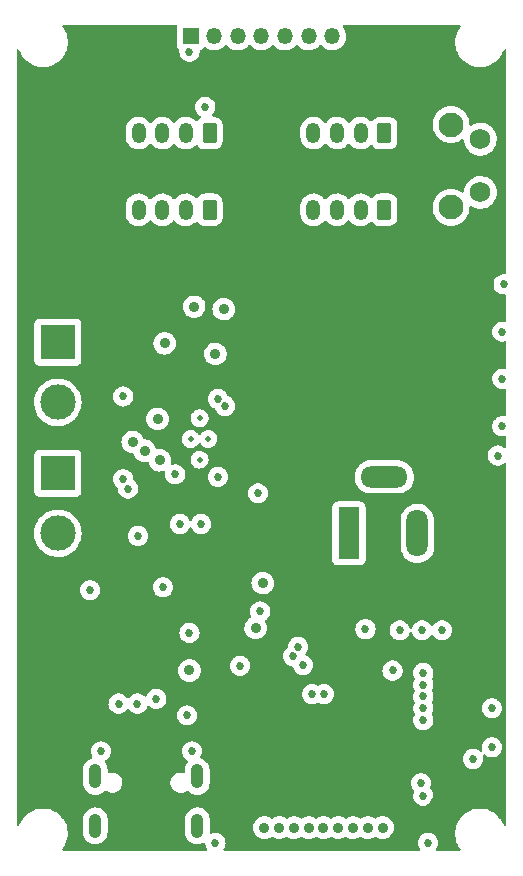
<source format=gbr>
%TF.GenerationSoftware,KiCad,Pcbnew,(6.0.7)*%
%TF.CreationDate,2022-11-21T13:24:11-08:00*%
%TF.ProjectId,WaterTopper,57617465-7254-46f7-9070-65722e6b6963,rev?*%
%TF.SameCoordinates,Original*%
%TF.FileFunction,Copper,L2,Inr*%
%TF.FilePolarity,Positive*%
%FSLAX46Y46*%
G04 Gerber Fmt 4.6, Leading zero omitted, Abs format (unit mm)*
G04 Created by KiCad (PCBNEW (6.0.7)) date 2022-11-21 13:24:11*
%MOMM*%
%LPD*%
G01*
G04 APERTURE LIST*
G04 Aperture macros list*
%AMRoundRect*
0 Rectangle with rounded corners*
0 $1 Rounding radius*
0 $2 $3 $4 $5 $6 $7 $8 $9 X,Y pos of 4 corners*
0 Add a 4 corners polygon primitive as box body*
4,1,4,$2,$3,$4,$5,$6,$7,$8,$9,$2,$3,0*
0 Add four circle primitives for the rounded corners*
1,1,$1+$1,$2,$3*
1,1,$1+$1,$4,$5*
1,1,$1+$1,$6,$7*
1,1,$1+$1,$8,$9*
0 Add four rect primitives between the rounded corners*
20,1,$1+$1,$2,$3,$4,$5,0*
20,1,$1+$1,$4,$5,$6,$7,0*
20,1,$1+$1,$6,$7,$8,$9,0*
20,1,$1+$1,$8,$9,$2,$3,0*%
G04 Aperture macros list end*
%TA.AperFunction,ComponentPad*%
%ADD10R,1.350000X1.350000*%
%TD*%
%TA.AperFunction,ComponentPad*%
%ADD11O,1.350000X1.350000*%
%TD*%
%TA.AperFunction,ComponentPad*%
%ADD12C,2.100000*%
%TD*%
%TA.AperFunction,ComponentPad*%
%ADD13C,1.750000*%
%TD*%
%TA.AperFunction,ComponentPad*%
%ADD14R,1.800000X4.400000*%
%TD*%
%TA.AperFunction,ComponentPad*%
%ADD15O,1.800000X4.000000*%
%TD*%
%TA.AperFunction,ComponentPad*%
%ADD16O,4.000000X1.800000*%
%TD*%
%TA.AperFunction,ComponentPad*%
%ADD17O,1.050000X2.100000*%
%TD*%
%TA.AperFunction,ComponentPad*%
%ADD18R,3.000000X3.000000*%
%TD*%
%TA.AperFunction,ComponentPad*%
%ADD19C,3.000000*%
%TD*%
%TA.AperFunction,ComponentPad*%
%ADD20C,0.499999*%
%TD*%
%TA.AperFunction,ComponentPad*%
%ADD21RoundRect,0.250000X0.350000X0.625000X-0.350000X0.625000X-0.350000X-0.625000X0.350000X-0.625000X0*%
%TD*%
%TA.AperFunction,ComponentPad*%
%ADD22O,1.200000X1.750000*%
%TD*%
%TA.AperFunction,ViaPad*%
%ADD23C,0.685800*%
%TD*%
%TA.AperFunction,ViaPad*%
%ADD24C,0.889000*%
%TD*%
G04 APERTURE END LIST*
D10*
%TO.N,GND*%
%TO.C,J3*%
X143500000Y-56500000D03*
D11*
%TO.N,Net-(J3-Pad2)*%
X145500000Y-56500000D03*
%TO.N,TFT_SCK*%
X147500000Y-56500000D03*
%TO.N,TFT_SDA*%
X149500000Y-56500000D03*
%TO.N,TFT_RST*%
X151500000Y-56500000D03*
%TO.N,TFT_DC*%
X153500000Y-56500000D03*
%TO.N,TFT_CS*%
X155500000Y-56500000D03*
%TD*%
D12*
%TO.N,*%
%TO.C,SW3*%
X165547500Y-70985000D03*
X165547500Y-63975000D03*
D13*
%TO.N,U_BTN*%
X168037500Y-65225000D03*
%TO.N,GND*%
X168037500Y-69725000D03*
%TD*%
D14*
%TO.N,+12V*%
%TO.C,J2*%
X156900000Y-98600000D03*
D15*
%TO.N,GND*%
X162700000Y-98600000D03*
D16*
X159900000Y-93800000D03*
%TD*%
D17*
%TO.N,GND*%
%TO.C,J1*%
X135430000Y-119170000D03*
X144070000Y-119170000D03*
X135430000Y-123350000D03*
X144070000Y-123350000D03*
%TD*%
D18*
%TO.N,MTR1A*%
%TO.C,J8*%
X132250000Y-82420000D03*
D19*
%TO.N,MTR1B*%
X132250000Y-87500000D03*
%TD*%
D20*
%TO.N,GND*%
%TO.C,U3*%
X145003998Y-90600000D03*
X143503996Y-90600000D03*
X144253997Y-88850001D03*
X144253997Y-92349999D03*
%TD*%
D18*
%TO.N,MTR2B*%
%TO.C,J9*%
X132250000Y-93500000D03*
D19*
%TO.N,MTR2A*%
X132250000Y-98580000D03*
%TD*%
D21*
%TO.N,+12V*%
%TO.C,J7*%
X145100000Y-71200000D03*
D22*
%TO.N,LSENSOR4*%
X143100000Y-71200000D03*
%TO.N,GND*%
X141100000Y-71200000D03*
%TO.N,Net-(J7-Pad4)*%
X139100000Y-71200000D03*
%TD*%
D21*
%TO.N,+12V*%
%TO.C,J4*%
X159900000Y-64700000D03*
D22*
%TO.N,LSENSOR1*%
X157900000Y-64700000D03*
%TO.N,GND*%
X155900000Y-64700000D03*
%TO.N,Net-(J4-Pad4)*%
X153900000Y-64700000D03*
%TD*%
D21*
%TO.N,+12V*%
%TO.C,J5*%
X159900000Y-71200000D03*
D22*
%TO.N,LSENSOR2*%
X157900000Y-71200000D03*
%TO.N,GND*%
X155900000Y-71200000D03*
%TO.N,Net-(J5-Pad4)*%
X153900000Y-71200000D03*
%TD*%
D21*
%TO.N,+12V*%
%TO.C,J6*%
X145100000Y-64700000D03*
D22*
%TO.N,LSENSOR3*%
X143100000Y-64700000D03*
%TO.N,GND*%
X141100000Y-64700000D03*
%TO.N,Net-(J6-Pad4)*%
X139100000Y-64700000D03*
%TD*%
D23*
%TO.N,U_BTN*%
X169500000Y-92000000D03*
X163000000Y-119750000D03*
%TO.N,TFT_SDA*%
X163200000Y-111400000D03*
%TO.N,TFT_SCK*%
X160600000Y-110200000D03*
%TO.N,TFT_RST*%
X163200000Y-112400000D03*
%TO.N,TFT_DC*%
X163200000Y-113400000D03*
%TO.N,TFT_CS*%
X163200000Y-114400000D03*
%TO.N,/MCU_D-*%
X139000000Y-113000000D03*
X154800000Y-112200000D03*
%TO.N,/MCU_D+*%
X140600000Y-112600000D03*
X153800000Y-112200000D03*
D24*
%TO.N,MTR2B*%
X139600000Y-91600000D03*
%TO.N,MTR2A*%
X140900000Y-92400000D03*
%TO.N,MTR1B*%
X138600000Y-90850000D03*
%TO.N,MTR1A*%
X140700353Y-88899647D03*
D23*
%TO.N,MCU_EN*%
X145600000Y-124800000D03*
X158300000Y-106700000D03*
%TO.N,MCU_BOOT*%
X163100000Y-106800000D03*
X163200000Y-120800000D03*
D24*
%TO.N,GND*%
X143400000Y-110200000D03*
D23*
X146400000Y-87800000D03*
X169000000Y-116700000D03*
X145800000Y-93800000D03*
X137400000Y-113000000D03*
X139050000Y-98800000D03*
X167400000Y-117700000D03*
X142600000Y-97800000D03*
X152600000Y-108200000D03*
X137800000Y-94000000D03*
D24*
X143800000Y-79400000D03*
D23*
X143400000Y-57800000D03*
X141150000Y-103150000D03*
X163600000Y-124800000D03*
D24*
X153500000Y-123500000D03*
X151000000Y-123500000D03*
D23*
X147700000Y-109800000D03*
X163200000Y-110400000D03*
X169896400Y-89512500D03*
D24*
X146300000Y-79600000D03*
D23*
X170000000Y-77512500D03*
X152200000Y-109000000D03*
D24*
X149750000Y-123500000D03*
X145600000Y-83400000D03*
D23*
X138200000Y-94800000D03*
D24*
X157250000Y-123500000D03*
X159750000Y-123500000D03*
D23*
X137800000Y-87000000D03*
X135900000Y-117050000D03*
X169896400Y-81512500D03*
D24*
X149600000Y-102800000D03*
D23*
X149400000Y-105200000D03*
X169896400Y-85512500D03*
D24*
X156000000Y-123500000D03*
D23*
X142200000Y-93600000D03*
X164800000Y-106800000D03*
X143200000Y-114000000D03*
D24*
X158500000Y-123500000D03*
D23*
X149200000Y-95200000D03*
X161200000Y-106800000D03*
X135000000Y-103400000D03*
X143600000Y-117050000D03*
X144400000Y-97800000D03*
D24*
X154750000Y-123500000D03*
D23*
X145800000Y-87200000D03*
D24*
X149000000Y-106600000D03*
X152250000Y-123500000D03*
D23*
X169000000Y-113400000D03*
%TO.N,+3V3*%
X142200000Y-100200000D03*
X145800000Y-121200000D03*
X143000000Y-101000000D03*
X148600000Y-109000000D03*
X146250000Y-62500000D03*
X164100000Y-121300000D03*
X133000000Y-69600000D03*
X148700000Y-66500000D03*
X167750000Y-92000000D03*
X143000000Y-99400000D03*
X133000000Y-67600000D03*
X148700000Y-70500000D03*
X142200000Y-101000000D03*
X143000000Y-100200000D03*
X165500000Y-120200000D03*
X142200000Y-99400000D03*
D24*
%TO.N,+12V*%
X141300000Y-82500000D03*
D23*
X143400000Y-107000000D03*
%TO.N,TFT_EN*%
X153000000Y-109750000D03*
X144750000Y-62500000D03*
%TD*%
%TA.AperFunction,Conductor*%
%TO.N,+3V3*%
G36*
X142286873Y-55528502D02*
G01*
X142333366Y-55582158D01*
X142343470Y-55652432D01*
X142336736Y-55678724D01*
X142323255Y-55714684D01*
X142316500Y-55776866D01*
X142316500Y-57223134D01*
X142323255Y-57285316D01*
X142374385Y-57421705D01*
X142461739Y-57538261D01*
X142506192Y-57571577D01*
X142548707Y-57628434D01*
X142555937Y-57685573D01*
X142543910Y-57800000D01*
X142544600Y-57806565D01*
X142560257Y-57955524D01*
X142562618Y-57977991D01*
X142617923Y-58148203D01*
X142707409Y-58303197D01*
X142827164Y-58436199D01*
X142832506Y-58440080D01*
X142832508Y-58440082D01*
X142966613Y-58537515D01*
X142971955Y-58541396D01*
X142977983Y-58544080D01*
X142977985Y-58544081D01*
X143129423Y-58611505D01*
X143135454Y-58614190D01*
X143214191Y-58630926D01*
X143304057Y-58650028D01*
X143304061Y-58650028D01*
X143310514Y-58651400D01*
X143489486Y-58651400D01*
X143495939Y-58650028D01*
X143495943Y-58650028D01*
X143585809Y-58630926D01*
X143664546Y-58614190D01*
X143670577Y-58611505D01*
X143822015Y-58544081D01*
X143822017Y-58544080D01*
X143828045Y-58541396D01*
X143833387Y-58537515D01*
X143967492Y-58440082D01*
X143967494Y-58440080D01*
X143972836Y-58436199D01*
X144092591Y-58303197D01*
X144182077Y-58148203D01*
X144237382Y-57977991D01*
X144239744Y-57955524D01*
X144255400Y-57806565D01*
X144256090Y-57800000D01*
X144254923Y-57788895D01*
X144267696Y-57719056D01*
X144316198Y-57667210D01*
X144336004Y-57657743D01*
X144413295Y-57628768D01*
X144413296Y-57628767D01*
X144421705Y-57625615D01*
X144538261Y-57538261D01*
X144595214Y-57462269D01*
X144652073Y-57419754D01*
X144722892Y-57414728D01*
X144766042Y-57433069D01*
X144839808Y-57482358D01*
X144932863Y-57544536D01*
X144938171Y-57546817D01*
X144938172Y-57546817D01*
X145127409Y-57628119D01*
X145127412Y-57628120D01*
X145132712Y-57630397D01*
X145138342Y-57631671D01*
X145236464Y-57653874D01*
X145344860Y-57678402D01*
X145350631Y-57678629D01*
X145350633Y-57678629D01*
X145417987Y-57681275D01*
X145562205Y-57686941D01*
X145777466Y-57655730D01*
X145782930Y-57653875D01*
X145782935Y-57653874D01*
X145977963Y-57587671D01*
X145977968Y-57587669D01*
X145983435Y-57585813D01*
X146173213Y-57479532D01*
X146340446Y-57340446D01*
X146400252Y-57268537D01*
X146459189Y-57228953D01*
X146530171Y-57227517D01*
X146592913Y-57267258D01*
X146596204Y-57271914D01*
X146600347Y-57275950D01*
X146600348Y-57275951D01*
X146666554Y-57340446D01*
X146752009Y-57423692D01*
X146756813Y-57426902D01*
X146769170Y-57435159D01*
X146932863Y-57544536D01*
X146938171Y-57546817D01*
X146938172Y-57546817D01*
X147127409Y-57628119D01*
X147127412Y-57628120D01*
X147132712Y-57630397D01*
X147138342Y-57631671D01*
X147236464Y-57653874D01*
X147344860Y-57678402D01*
X147350631Y-57678629D01*
X147350633Y-57678629D01*
X147417987Y-57681275D01*
X147562205Y-57686941D01*
X147777466Y-57655730D01*
X147782930Y-57653875D01*
X147782935Y-57653874D01*
X147977963Y-57587671D01*
X147977968Y-57587669D01*
X147983435Y-57585813D01*
X148173213Y-57479532D01*
X148340446Y-57340446D01*
X148400252Y-57268537D01*
X148459189Y-57228953D01*
X148530171Y-57227517D01*
X148592913Y-57267258D01*
X148596204Y-57271914D01*
X148600347Y-57275950D01*
X148600348Y-57275951D01*
X148666554Y-57340446D01*
X148752009Y-57423692D01*
X148756813Y-57426902D01*
X148769170Y-57435159D01*
X148932863Y-57544536D01*
X148938171Y-57546817D01*
X148938172Y-57546817D01*
X149127409Y-57628119D01*
X149127412Y-57628120D01*
X149132712Y-57630397D01*
X149138342Y-57631671D01*
X149236464Y-57653874D01*
X149344860Y-57678402D01*
X149350631Y-57678629D01*
X149350633Y-57678629D01*
X149417987Y-57681275D01*
X149562205Y-57686941D01*
X149777466Y-57655730D01*
X149782930Y-57653875D01*
X149782935Y-57653874D01*
X149977963Y-57587671D01*
X149977968Y-57587669D01*
X149983435Y-57585813D01*
X150173213Y-57479532D01*
X150340446Y-57340446D01*
X150400252Y-57268537D01*
X150459189Y-57228953D01*
X150530171Y-57227517D01*
X150592913Y-57267258D01*
X150596204Y-57271914D01*
X150600347Y-57275950D01*
X150600348Y-57275951D01*
X150666554Y-57340446D01*
X150752009Y-57423692D01*
X150756813Y-57426902D01*
X150769170Y-57435159D01*
X150932863Y-57544536D01*
X150938171Y-57546817D01*
X150938172Y-57546817D01*
X151127409Y-57628119D01*
X151127412Y-57628120D01*
X151132712Y-57630397D01*
X151138342Y-57631671D01*
X151236464Y-57653874D01*
X151344860Y-57678402D01*
X151350631Y-57678629D01*
X151350633Y-57678629D01*
X151417987Y-57681275D01*
X151562205Y-57686941D01*
X151777466Y-57655730D01*
X151782930Y-57653875D01*
X151782935Y-57653874D01*
X151977963Y-57587671D01*
X151977968Y-57587669D01*
X151983435Y-57585813D01*
X152173213Y-57479532D01*
X152340446Y-57340446D01*
X152400252Y-57268537D01*
X152459189Y-57228953D01*
X152530171Y-57227517D01*
X152592913Y-57267258D01*
X152596204Y-57271914D01*
X152600347Y-57275950D01*
X152600348Y-57275951D01*
X152666554Y-57340446D01*
X152752009Y-57423692D01*
X152756813Y-57426902D01*
X152769170Y-57435159D01*
X152932863Y-57544536D01*
X152938171Y-57546817D01*
X152938172Y-57546817D01*
X153127409Y-57628119D01*
X153127412Y-57628120D01*
X153132712Y-57630397D01*
X153138342Y-57631671D01*
X153236464Y-57653874D01*
X153344860Y-57678402D01*
X153350631Y-57678629D01*
X153350633Y-57678629D01*
X153417987Y-57681275D01*
X153562205Y-57686941D01*
X153777466Y-57655730D01*
X153782930Y-57653875D01*
X153782935Y-57653874D01*
X153977963Y-57587671D01*
X153977968Y-57587669D01*
X153983435Y-57585813D01*
X154173213Y-57479532D01*
X154340446Y-57340446D01*
X154400252Y-57268537D01*
X154459189Y-57228953D01*
X154530171Y-57227517D01*
X154592913Y-57267258D01*
X154596204Y-57271914D01*
X154600347Y-57275950D01*
X154600348Y-57275951D01*
X154666554Y-57340446D01*
X154752009Y-57423692D01*
X154756813Y-57426902D01*
X154769170Y-57435159D01*
X154932863Y-57544536D01*
X154938171Y-57546817D01*
X154938172Y-57546817D01*
X155127409Y-57628119D01*
X155127412Y-57628120D01*
X155132712Y-57630397D01*
X155138342Y-57631671D01*
X155236464Y-57653874D01*
X155344860Y-57678402D01*
X155350631Y-57678629D01*
X155350633Y-57678629D01*
X155417987Y-57681275D01*
X155562205Y-57686941D01*
X155777466Y-57655730D01*
X155782930Y-57653875D01*
X155782935Y-57653874D01*
X155977963Y-57587671D01*
X155977968Y-57587669D01*
X155983435Y-57585813D01*
X156173213Y-57479532D01*
X156340446Y-57340446D01*
X156479532Y-57173213D01*
X156585813Y-56983435D01*
X156587669Y-56977968D01*
X156587671Y-56977963D01*
X156653874Y-56782935D01*
X156653875Y-56782930D01*
X156655730Y-56777466D01*
X156686941Y-56562205D01*
X156688570Y-56500000D01*
X156668667Y-56283400D01*
X156609626Y-56074055D01*
X156513423Y-55878974D01*
X156493772Y-55852658D01*
X156387162Y-55709889D01*
X156362430Y-55643339D01*
X156377605Y-55573983D01*
X156427867Y-55523840D01*
X156488120Y-55508500D01*
X166230060Y-55508500D01*
X166298181Y-55528502D01*
X166344674Y-55582158D01*
X166354778Y-55652432D01*
X166327565Y-55714305D01*
X166320824Y-55722540D01*
X166280002Y-55772414D01*
X166279997Y-55772421D01*
X166277287Y-55775732D01*
X166127073Y-56020858D01*
X166011517Y-56284102D01*
X165932756Y-56560594D01*
X165892249Y-56845216D01*
X165892227Y-56849505D01*
X165892226Y-56849512D01*
X165890765Y-57128417D01*
X165890743Y-57132703D01*
X165891302Y-57136947D01*
X165891302Y-57136951D01*
X165907810Y-57262340D01*
X165928268Y-57417734D01*
X166004129Y-57695036D01*
X166005813Y-57698984D01*
X166046100Y-57793434D01*
X166116923Y-57959476D01*
X166264561Y-58206161D01*
X166444313Y-58430528D01*
X166461397Y-58446740D01*
X166637853Y-58614190D01*
X166652851Y-58628423D01*
X166886317Y-58796186D01*
X166890112Y-58798195D01*
X166890113Y-58798196D01*
X166911869Y-58809715D01*
X167140392Y-58930712D01*
X167410373Y-59029511D01*
X167691264Y-59090755D01*
X167719841Y-59093004D01*
X167914282Y-59108307D01*
X167914291Y-59108307D01*
X167916739Y-59108500D01*
X168072271Y-59108500D01*
X168074407Y-59108354D01*
X168074418Y-59108354D01*
X168282548Y-59094165D01*
X168282554Y-59094164D01*
X168286825Y-59093873D01*
X168291020Y-59093004D01*
X168291022Y-59093004D01*
X168427583Y-59064724D01*
X168568342Y-59035574D01*
X168839343Y-58939607D01*
X169094812Y-58807750D01*
X169098313Y-58805289D01*
X169098317Y-58805287D01*
X169212418Y-58725095D01*
X169330023Y-58642441D01*
X169540622Y-58446740D01*
X169722713Y-58224268D01*
X169872927Y-57979142D01*
X169988483Y-57715898D01*
X169994321Y-57695403D01*
X170032220Y-57635369D01*
X170096560Y-57605355D01*
X170166914Y-57614890D01*
X170220944Y-57660947D01*
X170241500Y-57729923D01*
X170241500Y-76537834D01*
X170221498Y-76605955D01*
X170167842Y-76652448D01*
X170102330Y-76663144D01*
X170095946Y-76662473D01*
X170089486Y-76661100D01*
X169910514Y-76661100D01*
X169904061Y-76662472D01*
X169904057Y-76662472D01*
X169822984Y-76679705D01*
X169735454Y-76698310D01*
X169729424Y-76700995D01*
X169729423Y-76700995D01*
X169577985Y-76768419D01*
X169577983Y-76768420D01*
X169571955Y-76771104D01*
X169427164Y-76876301D01*
X169307409Y-77009303D01*
X169217923Y-77164297D01*
X169162618Y-77334509D01*
X169143910Y-77512500D01*
X169162618Y-77690491D01*
X169217923Y-77860703D01*
X169307409Y-78015697D01*
X169427164Y-78148699D01*
X169571955Y-78253896D01*
X169577983Y-78256580D01*
X169577985Y-78256581D01*
X169729423Y-78324005D01*
X169735454Y-78326690D01*
X169822984Y-78345295D01*
X169904057Y-78362528D01*
X169904061Y-78362528D01*
X169910514Y-78363900D01*
X170089486Y-78363900D01*
X170095946Y-78362527D01*
X170102330Y-78361856D01*
X170172169Y-78374629D01*
X170224015Y-78423131D01*
X170241500Y-78487166D01*
X170241500Y-80559835D01*
X170221498Y-80627956D01*
X170167842Y-80674449D01*
X170097568Y-80684553D01*
X170089307Y-80683083D01*
X170068664Y-80678695D01*
X169992343Y-80662472D01*
X169992339Y-80662472D01*
X169985886Y-80661100D01*
X169806914Y-80661100D01*
X169800461Y-80662472D01*
X169800457Y-80662472D01*
X169719384Y-80679705D01*
X169631854Y-80698310D01*
X169625824Y-80700995D01*
X169625823Y-80700995D01*
X169474385Y-80768419D01*
X169474383Y-80768420D01*
X169468355Y-80771104D01*
X169463014Y-80774984D01*
X169463013Y-80774985D01*
X169334344Y-80868469D01*
X169323564Y-80876301D01*
X169203809Y-81009303D01*
X169114323Y-81164297D01*
X169059018Y-81334509D01*
X169040310Y-81512500D01*
X169041000Y-81519065D01*
X169050598Y-81610377D01*
X169059018Y-81690491D01*
X169114323Y-81860703D01*
X169203809Y-82015697D01*
X169208227Y-82020604D01*
X169208228Y-82020605D01*
X169319142Y-82143788D01*
X169323564Y-82148699D01*
X169468355Y-82253896D01*
X169474383Y-82256580D01*
X169474385Y-82256581D01*
X169625823Y-82324005D01*
X169631854Y-82326690D01*
X169719384Y-82345295D01*
X169800457Y-82362528D01*
X169800461Y-82362528D01*
X169806914Y-82363900D01*
X169985886Y-82363900D01*
X169992339Y-82362528D01*
X169992343Y-82362528D01*
X170068664Y-82346305D01*
X170089303Y-82341918D01*
X170160094Y-82347320D01*
X170216726Y-82390137D01*
X170241220Y-82456775D01*
X170241500Y-82465165D01*
X170241500Y-84559835D01*
X170221498Y-84627956D01*
X170167842Y-84674449D01*
X170097568Y-84684553D01*
X170089307Y-84683083D01*
X170068664Y-84678695D01*
X169992343Y-84662472D01*
X169992339Y-84662472D01*
X169985886Y-84661100D01*
X169806914Y-84661100D01*
X169800461Y-84662472D01*
X169800457Y-84662472D01*
X169719384Y-84679705D01*
X169631854Y-84698310D01*
X169625824Y-84700995D01*
X169625823Y-84700995D01*
X169474385Y-84768419D01*
X169474383Y-84768420D01*
X169468355Y-84771104D01*
X169323564Y-84876301D01*
X169203809Y-85009303D01*
X169114323Y-85164297D01*
X169059018Y-85334509D01*
X169040310Y-85512500D01*
X169059018Y-85690491D01*
X169061058Y-85696769D01*
X169061058Y-85696770D01*
X169066713Y-85714173D01*
X169114323Y-85860703D01*
X169203809Y-86015697D01*
X169208227Y-86020604D01*
X169208228Y-86020605D01*
X169218889Y-86032445D01*
X169323564Y-86148699D01*
X169328906Y-86152580D01*
X169328908Y-86152582D01*
X169444497Y-86236562D01*
X169468355Y-86253896D01*
X169474383Y-86256580D01*
X169474385Y-86256581D01*
X169478929Y-86258604D01*
X169631854Y-86326690D01*
X169719384Y-86345295D01*
X169800457Y-86362528D01*
X169800461Y-86362528D01*
X169806914Y-86363900D01*
X169985886Y-86363900D01*
X169992339Y-86362528D01*
X169992343Y-86362528D01*
X170068664Y-86346305D01*
X170089303Y-86341918D01*
X170160094Y-86347320D01*
X170216726Y-86390137D01*
X170241220Y-86456775D01*
X170241500Y-86465165D01*
X170241500Y-88559835D01*
X170221498Y-88627956D01*
X170167842Y-88674449D01*
X170097568Y-88684553D01*
X170089307Y-88683083D01*
X170063075Y-88677507D01*
X169992343Y-88662472D01*
X169992339Y-88662472D01*
X169985886Y-88661100D01*
X169806914Y-88661100D01*
X169800461Y-88662472D01*
X169800457Y-88662472D01*
X169729725Y-88677507D01*
X169631854Y-88698310D01*
X169625824Y-88700995D01*
X169625823Y-88700995D01*
X169474385Y-88768419D01*
X169474383Y-88768420D01*
X169468355Y-88771104D01*
X169463014Y-88774984D01*
X169463013Y-88774985D01*
X169335861Y-88867367D01*
X169323564Y-88876301D01*
X169319143Y-88881211D01*
X169319142Y-88881212D01*
X169254466Y-88953043D01*
X169203809Y-89009303D01*
X169114323Y-89164297D01*
X169112281Y-89170582D01*
X169065122Y-89315724D01*
X169059018Y-89334509D01*
X169040310Y-89512500D01*
X169041000Y-89519065D01*
X169048620Y-89591558D01*
X169059018Y-89690491D01*
X169114323Y-89860703D01*
X169117626Y-89866425D01*
X169117627Y-89866426D01*
X169142087Y-89908792D01*
X169203809Y-90015697D01*
X169208227Y-90020604D01*
X169208228Y-90020605D01*
X169303017Y-90125879D01*
X169323564Y-90148699D01*
X169328906Y-90152580D01*
X169328908Y-90152582D01*
X169430090Y-90226095D01*
X169468355Y-90253896D01*
X169474383Y-90256580D01*
X169474385Y-90256581D01*
X169606249Y-90315290D01*
X169631854Y-90326690D01*
X169719384Y-90345295D01*
X169800457Y-90362528D01*
X169800461Y-90362528D01*
X169806914Y-90363900D01*
X169985886Y-90363900D01*
X169992339Y-90362528D01*
X169992343Y-90362528D01*
X170068664Y-90346305D01*
X170089303Y-90341918D01*
X170160094Y-90347320D01*
X170216726Y-90390137D01*
X170241220Y-90456775D01*
X170241500Y-90465165D01*
X170241500Y-91239054D01*
X170221498Y-91307175D01*
X170167842Y-91353668D01*
X170097568Y-91363772D01*
X170041439Y-91340990D01*
X169933387Y-91262485D01*
X169933386Y-91262484D01*
X169928045Y-91258604D01*
X169922017Y-91255920D01*
X169922015Y-91255919D01*
X169770577Y-91188495D01*
X169770576Y-91188495D01*
X169764546Y-91185810D01*
X169677016Y-91167205D01*
X169595943Y-91149972D01*
X169595939Y-91149972D01*
X169589486Y-91148600D01*
X169410514Y-91148600D01*
X169404061Y-91149972D01*
X169404057Y-91149972D01*
X169322984Y-91167205D01*
X169235454Y-91185810D01*
X169229424Y-91188495D01*
X169229423Y-91188495D01*
X169077985Y-91255919D01*
X169077983Y-91255920D01*
X169071955Y-91258604D01*
X169066614Y-91262484D01*
X169066613Y-91262485D01*
X168941111Y-91353668D01*
X168927164Y-91363801D01*
X168922743Y-91368711D01*
X168922742Y-91368712D01*
X168811852Y-91491869D01*
X168807409Y-91496803D01*
X168717923Y-91651797D01*
X168715881Y-91658082D01*
X168667142Y-91808087D01*
X168662618Y-91822009D01*
X168643910Y-92000000D01*
X168644600Y-92006565D01*
X168661137Y-92163896D01*
X168662618Y-92177991D01*
X168717923Y-92348203D01*
X168807409Y-92503197D01*
X168811827Y-92508104D01*
X168811828Y-92508105D01*
X168916494Y-92624349D01*
X168927164Y-92636199D01*
X168932506Y-92640080D01*
X168932508Y-92640082D01*
X169066613Y-92737515D01*
X169071955Y-92741396D01*
X169077983Y-92744080D01*
X169077985Y-92744081D01*
X169182501Y-92790614D01*
X169235454Y-92814190D01*
X169322984Y-92832795D01*
X169404057Y-92850028D01*
X169404061Y-92850028D01*
X169410514Y-92851400D01*
X169589486Y-92851400D01*
X169595939Y-92850028D01*
X169595943Y-92850028D01*
X169677016Y-92832795D01*
X169764546Y-92814190D01*
X169817499Y-92790614D01*
X169922015Y-92744081D01*
X169922017Y-92744080D01*
X169928045Y-92741396D01*
X170041440Y-92659010D01*
X170108306Y-92635152D01*
X170177458Y-92651232D01*
X170226938Y-92702146D01*
X170241500Y-92760946D01*
X170241500Y-123266246D01*
X170221498Y-123334367D01*
X170167842Y-123380860D01*
X170097568Y-123390964D01*
X170032988Y-123361470D01*
X169996687Y-123307947D01*
X169995871Y-123304964D01*
X169918153Y-123122757D01*
X169884763Y-123044476D01*
X169884761Y-123044472D01*
X169883077Y-123040524D01*
X169748590Y-122815813D01*
X169737643Y-122797521D01*
X169737640Y-122797517D01*
X169735439Y-122793839D01*
X169555687Y-122569472D01*
X169432289Y-122452372D01*
X169350258Y-122374527D01*
X169350255Y-122374525D01*
X169347149Y-122371577D01*
X169113683Y-122203814D01*
X169091843Y-122192250D01*
X169068654Y-122179972D01*
X168859608Y-122069288D01*
X168589627Y-121970489D01*
X168308736Y-121909245D01*
X168277685Y-121906801D01*
X168085718Y-121891693D01*
X168085709Y-121891693D01*
X168083261Y-121891500D01*
X167927729Y-121891500D01*
X167925593Y-121891646D01*
X167925582Y-121891646D01*
X167717452Y-121905835D01*
X167717446Y-121905836D01*
X167713175Y-121906127D01*
X167708980Y-121906996D01*
X167708978Y-121906996D01*
X167572416Y-121935277D01*
X167431658Y-121964426D01*
X167160657Y-122060393D01*
X166905188Y-122192250D01*
X166901687Y-122194711D01*
X166901683Y-122194713D01*
X166787583Y-122274904D01*
X166669977Y-122357559D01*
X166654892Y-122371577D01*
X166470359Y-122543056D01*
X166459378Y-122553260D01*
X166277287Y-122775732D01*
X166127073Y-123020858D01*
X166011517Y-123284102D01*
X166010342Y-123288227D01*
X166010341Y-123288230D01*
X166006732Y-123300901D01*
X165932756Y-123560594D01*
X165892249Y-123845216D01*
X165892227Y-123849505D01*
X165892226Y-123849512D01*
X165890931Y-124096789D01*
X165890743Y-124132703D01*
X165891302Y-124136947D01*
X165891302Y-124136951D01*
X165895549Y-124169207D01*
X165928268Y-124417734D01*
X165929401Y-124421874D01*
X165929401Y-124421876D01*
X165939120Y-124457401D01*
X166004129Y-124695036D01*
X166005813Y-124698984D01*
X166097028Y-124912832D01*
X166116923Y-124959476D01*
X166264561Y-125206161D01*
X166267242Y-125209508D01*
X166267248Y-125209516D01*
X166329100Y-125286720D01*
X166356082Y-125352389D01*
X166343277Y-125422221D01*
X166294750Y-125474045D01*
X166230766Y-125491500D01*
X164402112Y-125491500D01*
X164333991Y-125471498D01*
X164287498Y-125417842D01*
X164277394Y-125347568D01*
X164292993Y-125302500D01*
X164378773Y-125153926D01*
X164378774Y-125153925D01*
X164382077Y-125148203D01*
X164437382Y-124977991D01*
X164439744Y-124955524D01*
X164455400Y-124806565D01*
X164456090Y-124800000D01*
X164448946Y-124732027D01*
X164438072Y-124628573D01*
X164438072Y-124628572D01*
X164437382Y-124622009D01*
X164430877Y-124601987D01*
X164384119Y-124458082D01*
X164382077Y-124451797D01*
X164377307Y-124443534D01*
X164295892Y-124302521D01*
X164292591Y-124296803D01*
X164269409Y-124271056D01*
X164177258Y-124168712D01*
X164177257Y-124168711D01*
X164172836Y-124163801D01*
X164160426Y-124154784D01*
X164033387Y-124062485D01*
X164033386Y-124062484D01*
X164028045Y-124058604D01*
X164022017Y-124055920D01*
X164022015Y-124055919D01*
X163870577Y-123988495D01*
X163870576Y-123988495D01*
X163864546Y-123985810D01*
X163777016Y-123967205D01*
X163695943Y-123949972D01*
X163695939Y-123949972D01*
X163689486Y-123948600D01*
X163510514Y-123948600D01*
X163504061Y-123949972D01*
X163504057Y-123949972D01*
X163422984Y-123967205D01*
X163335454Y-123985810D01*
X163329424Y-123988495D01*
X163329423Y-123988495D01*
X163177985Y-124055919D01*
X163177983Y-124055920D01*
X163171955Y-124058604D01*
X163166614Y-124062484D01*
X163166613Y-124062485D01*
X163039575Y-124154784D01*
X163027164Y-124163801D01*
X163022743Y-124168711D01*
X163022742Y-124168712D01*
X162930592Y-124271056D01*
X162907409Y-124296803D01*
X162904108Y-124302521D01*
X162822694Y-124443534D01*
X162817923Y-124451797D01*
X162815881Y-124458082D01*
X162769124Y-124601987D01*
X162762618Y-124622009D01*
X162761928Y-124628572D01*
X162761928Y-124628573D01*
X162751054Y-124732027D01*
X162743910Y-124800000D01*
X162744600Y-124806565D01*
X162760257Y-124955524D01*
X162762618Y-124977991D01*
X162817923Y-125148203D01*
X162821226Y-125153925D01*
X162821227Y-125153926D01*
X162907007Y-125302500D01*
X162923745Y-125371495D01*
X162900525Y-125438587D01*
X162844718Y-125482474D01*
X162797888Y-125491500D01*
X146402112Y-125491500D01*
X146333991Y-125471498D01*
X146287498Y-125417842D01*
X146277394Y-125347568D01*
X146292993Y-125302500D01*
X146378773Y-125153926D01*
X146378774Y-125153925D01*
X146382077Y-125148203D01*
X146437382Y-124977991D01*
X146439744Y-124955524D01*
X146455400Y-124806565D01*
X146456090Y-124800000D01*
X146448946Y-124732027D01*
X146438072Y-124628573D01*
X146438072Y-124628572D01*
X146437382Y-124622009D01*
X146430877Y-124601987D01*
X146384119Y-124458082D01*
X146382077Y-124451797D01*
X146377307Y-124443534D01*
X146295892Y-124302521D01*
X146292591Y-124296803D01*
X146269409Y-124271056D01*
X146177258Y-124168712D01*
X146177257Y-124168711D01*
X146172836Y-124163801D01*
X146160426Y-124154784D01*
X146033387Y-124062485D01*
X146033386Y-124062484D01*
X146028045Y-124058604D01*
X146022017Y-124055920D01*
X146022015Y-124055919D01*
X145870577Y-123988495D01*
X145870576Y-123988495D01*
X145864546Y-123985810D01*
X145777016Y-123967205D01*
X145695943Y-123949972D01*
X145695939Y-123949972D01*
X145689486Y-123948600D01*
X145510514Y-123948600D01*
X145504061Y-123949972D01*
X145504057Y-123949972D01*
X145422984Y-123967205D01*
X145335454Y-123985810D01*
X145329427Y-123988493D01*
X145329419Y-123988496D01*
X145280748Y-124010166D01*
X145210381Y-124019600D01*
X145146084Y-123989493D01*
X145108271Y-123929404D01*
X145103500Y-123895059D01*
X145103500Y-123486630D01*
X148792482Y-123486630D01*
X148808121Y-123672867D01*
X148859636Y-123852520D01*
X148881392Y-123894852D01*
X148940655Y-124010166D01*
X148945064Y-124018746D01*
X148948887Y-124023570D01*
X148948890Y-124023574D01*
X149049482Y-124150488D01*
X149061152Y-124165212D01*
X149065846Y-124169207D01*
X149193954Y-124278236D01*
X149203478Y-124286342D01*
X149366621Y-124377519D01*
X149544367Y-124435272D01*
X149729945Y-124457401D01*
X149736080Y-124456929D01*
X149736082Y-124456929D01*
X149792119Y-124452617D01*
X149916287Y-124443063D01*
X150096296Y-124392804D01*
X150101785Y-124390031D01*
X150101791Y-124390029D01*
X150179159Y-124350947D01*
X150263114Y-124308538D01*
X150295063Y-124283577D01*
X150361056Y-124257399D01*
X150430727Y-124271056D01*
X150444546Y-124279401D01*
X150448780Y-124282344D01*
X150453478Y-124286342D01*
X150616621Y-124377519D01*
X150794367Y-124435272D01*
X150979945Y-124457401D01*
X150986080Y-124456929D01*
X150986082Y-124456929D01*
X151042119Y-124452617D01*
X151166287Y-124443063D01*
X151346296Y-124392804D01*
X151351785Y-124390031D01*
X151351791Y-124390029D01*
X151429159Y-124350947D01*
X151513114Y-124308538D01*
X151545063Y-124283577D01*
X151611056Y-124257399D01*
X151680727Y-124271056D01*
X151694546Y-124279401D01*
X151698780Y-124282344D01*
X151703478Y-124286342D01*
X151866621Y-124377519D01*
X152044367Y-124435272D01*
X152229945Y-124457401D01*
X152236080Y-124456929D01*
X152236082Y-124456929D01*
X152292119Y-124452617D01*
X152416287Y-124443063D01*
X152596296Y-124392804D01*
X152601785Y-124390031D01*
X152601791Y-124390029D01*
X152679159Y-124350947D01*
X152763114Y-124308538D01*
X152795063Y-124283577D01*
X152861056Y-124257399D01*
X152930727Y-124271056D01*
X152944546Y-124279401D01*
X152948780Y-124282344D01*
X152953478Y-124286342D01*
X153116621Y-124377519D01*
X153294367Y-124435272D01*
X153479945Y-124457401D01*
X153486080Y-124456929D01*
X153486082Y-124456929D01*
X153542119Y-124452617D01*
X153666287Y-124443063D01*
X153846296Y-124392804D01*
X153851785Y-124390031D01*
X153851791Y-124390029D01*
X153929159Y-124350947D01*
X154013114Y-124308538D01*
X154045063Y-124283577D01*
X154111056Y-124257399D01*
X154180727Y-124271056D01*
X154194546Y-124279401D01*
X154198780Y-124282344D01*
X154203478Y-124286342D01*
X154366621Y-124377519D01*
X154544367Y-124435272D01*
X154729945Y-124457401D01*
X154736080Y-124456929D01*
X154736082Y-124456929D01*
X154792119Y-124452617D01*
X154916287Y-124443063D01*
X155096296Y-124392804D01*
X155101785Y-124390031D01*
X155101791Y-124390029D01*
X155179159Y-124350947D01*
X155263114Y-124308538D01*
X155295063Y-124283577D01*
X155361056Y-124257399D01*
X155430727Y-124271056D01*
X155444546Y-124279401D01*
X155448780Y-124282344D01*
X155453478Y-124286342D01*
X155616621Y-124377519D01*
X155794367Y-124435272D01*
X155979945Y-124457401D01*
X155986080Y-124456929D01*
X155986082Y-124456929D01*
X156042119Y-124452617D01*
X156166287Y-124443063D01*
X156346296Y-124392804D01*
X156351785Y-124390031D01*
X156351791Y-124390029D01*
X156429159Y-124350947D01*
X156513114Y-124308538D01*
X156545063Y-124283577D01*
X156611056Y-124257399D01*
X156680727Y-124271056D01*
X156694546Y-124279401D01*
X156698780Y-124282344D01*
X156703478Y-124286342D01*
X156866621Y-124377519D01*
X157044367Y-124435272D01*
X157229945Y-124457401D01*
X157236080Y-124456929D01*
X157236082Y-124456929D01*
X157292119Y-124452617D01*
X157416287Y-124443063D01*
X157596296Y-124392804D01*
X157601785Y-124390031D01*
X157601791Y-124390029D01*
X157679159Y-124350947D01*
X157763114Y-124308538D01*
X157795063Y-124283577D01*
X157861056Y-124257399D01*
X157930727Y-124271056D01*
X157944546Y-124279401D01*
X157948780Y-124282344D01*
X157953478Y-124286342D01*
X158116621Y-124377519D01*
X158294367Y-124435272D01*
X158479945Y-124457401D01*
X158486080Y-124456929D01*
X158486082Y-124456929D01*
X158542119Y-124452617D01*
X158666287Y-124443063D01*
X158846296Y-124392804D01*
X158851785Y-124390031D01*
X158851791Y-124390029D01*
X158929159Y-124350947D01*
X159013114Y-124308538D01*
X159045063Y-124283577D01*
X159111056Y-124257399D01*
X159180727Y-124271056D01*
X159194546Y-124279401D01*
X159198780Y-124282344D01*
X159203478Y-124286342D01*
X159366621Y-124377519D01*
X159544367Y-124435272D01*
X159729945Y-124457401D01*
X159736080Y-124456929D01*
X159736082Y-124456929D01*
X159792119Y-124452617D01*
X159916287Y-124443063D01*
X160096296Y-124392804D01*
X160101785Y-124390031D01*
X160101791Y-124390029D01*
X160179159Y-124350947D01*
X160263114Y-124308538D01*
X160270816Y-124302521D01*
X160319042Y-124264842D01*
X160410387Y-124193475D01*
X160414413Y-124188811D01*
X160414416Y-124188808D01*
X160506079Y-124082615D01*
X160532507Y-124051998D01*
X160578664Y-123970747D01*
X160621778Y-123894852D01*
X160621779Y-123894851D01*
X160624821Y-123889495D01*
X160632206Y-123867297D01*
X160681867Y-123718009D01*
X160683814Y-123712157D01*
X160689553Y-123666727D01*
X160706796Y-123530241D01*
X160706797Y-123530232D01*
X160707238Y-123526738D01*
X160707611Y-123500000D01*
X160689373Y-123313999D01*
X160686535Y-123304597D01*
X160637136Y-123140983D01*
X160635355Y-123135083D01*
X160547615Y-122970066D01*
X160534727Y-122954264D01*
X160433388Y-122830010D01*
X160433385Y-122830007D01*
X160429493Y-122825235D01*
X160424744Y-122821306D01*
X160290239Y-122710034D01*
X160290236Y-122710032D01*
X160285489Y-122706105D01*
X160121089Y-122617214D01*
X160031821Y-122589581D01*
X159948441Y-122563770D01*
X159948438Y-122563769D01*
X159942554Y-122561948D01*
X159936429Y-122561304D01*
X159936428Y-122561304D01*
X159762813Y-122543056D01*
X159762812Y-122543056D01*
X159756685Y-122542412D01*
X159638087Y-122553206D01*
X159576703Y-122558792D01*
X159576702Y-122558792D01*
X159570562Y-122559351D01*
X159564648Y-122561092D01*
X159564646Y-122561092D01*
X159536174Y-122569472D01*
X159391273Y-122612119D01*
X159225647Y-122698705D01*
X159220847Y-122702565D01*
X159220846Y-122702565D01*
X159204763Y-122715496D01*
X159139140Y-122742592D01*
X159069286Y-122729908D01*
X159045493Y-122714381D01*
X159040241Y-122710036D01*
X159040238Y-122710034D01*
X159035489Y-122706105D01*
X158871089Y-122617214D01*
X158781821Y-122589581D01*
X158698441Y-122563770D01*
X158698438Y-122563769D01*
X158692554Y-122561948D01*
X158686429Y-122561304D01*
X158686428Y-122561304D01*
X158512813Y-122543056D01*
X158512812Y-122543056D01*
X158506685Y-122542412D01*
X158388087Y-122553206D01*
X158326703Y-122558792D01*
X158326702Y-122558792D01*
X158320562Y-122559351D01*
X158314648Y-122561092D01*
X158314646Y-122561092D01*
X158286174Y-122569472D01*
X158141273Y-122612119D01*
X157975647Y-122698705D01*
X157970847Y-122702565D01*
X157970846Y-122702565D01*
X157954763Y-122715496D01*
X157889140Y-122742592D01*
X157819286Y-122729908D01*
X157795493Y-122714381D01*
X157790241Y-122710036D01*
X157790238Y-122710034D01*
X157785489Y-122706105D01*
X157621089Y-122617214D01*
X157531821Y-122589581D01*
X157448441Y-122563770D01*
X157448438Y-122563769D01*
X157442554Y-122561948D01*
X157436429Y-122561304D01*
X157436428Y-122561304D01*
X157262813Y-122543056D01*
X157262812Y-122543056D01*
X157256685Y-122542412D01*
X157138087Y-122553206D01*
X157076703Y-122558792D01*
X157076702Y-122558792D01*
X157070562Y-122559351D01*
X157064648Y-122561092D01*
X157064646Y-122561092D01*
X157036174Y-122569472D01*
X156891273Y-122612119D01*
X156725647Y-122698705D01*
X156720847Y-122702565D01*
X156720846Y-122702565D01*
X156704763Y-122715496D01*
X156639140Y-122742592D01*
X156569286Y-122729908D01*
X156545493Y-122714381D01*
X156540241Y-122710036D01*
X156540238Y-122710034D01*
X156535489Y-122706105D01*
X156371089Y-122617214D01*
X156281821Y-122589581D01*
X156198441Y-122563770D01*
X156198438Y-122563769D01*
X156192554Y-122561948D01*
X156186429Y-122561304D01*
X156186428Y-122561304D01*
X156012813Y-122543056D01*
X156012812Y-122543056D01*
X156006685Y-122542412D01*
X155888087Y-122553206D01*
X155826703Y-122558792D01*
X155826702Y-122558792D01*
X155820562Y-122559351D01*
X155814648Y-122561092D01*
X155814646Y-122561092D01*
X155786174Y-122569472D01*
X155641273Y-122612119D01*
X155475647Y-122698705D01*
X155470847Y-122702565D01*
X155470846Y-122702565D01*
X155454763Y-122715496D01*
X155389140Y-122742592D01*
X155319286Y-122729908D01*
X155295493Y-122714381D01*
X155290241Y-122710036D01*
X155290238Y-122710034D01*
X155285489Y-122706105D01*
X155121089Y-122617214D01*
X155031821Y-122589581D01*
X154948441Y-122563770D01*
X154948438Y-122563769D01*
X154942554Y-122561948D01*
X154936429Y-122561304D01*
X154936428Y-122561304D01*
X154762813Y-122543056D01*
X154762812Y-122543056D01*
X154756685Y-122542412D01*
X154638087Y-122553206D01*
X154576703Y-122558792D01*
X154576702Y-122558792D01*
X154570562Y-122559351D01*
X154564648Y-122561092D01*
X154564646Y-122561092D01*
X154536174Y-122569472D01*
X154391273Y-122612119D01*
X154225647Y-122698705D01*
X154220847Y-122702565D01*
X154220846Y-122702565D01*
X154204763Y-122715496D01*
X154139140Y-122742592D01*
X154069286Y-122729908D01*
X154045493Y-122714381D01*
X154040241Y-122710036D01*
X154040238Y-122710034D01*
X154035489Y-122706105D01*
X153871089Y-122617214D01*
X153781821Y-122589581D01*
X153698441Y-122563770D01*
X153698438Y-122563769D01*
X153692554Y-122561948D01*
X153686429Y-122561304D01*
X153686428Y-122561304D01*
X153512813Y-122543056D01*
X153512812Y-122543056D01*
X153506685Y-122542412D01*
X153388087Y-122553206D01*
X153326703Y-122558792D01*
X153326702Y-122558792D01*
X153320562Y-122559351D01*
X153314648Y-122561092D01*
X153314646Y-122561092D01*
X153286174Y-122569472D01*
X153141273Y-122612119D01*
X152975647Y-122698705D01*
X152970847Y-122702565D01*
X152970846Y-122702565D01*
X152954763Y-122715496D01*
X152889140Y-122742592D01*
X152819286Y-122729908D01*
X152795493Y-122714381D01*
X152790241Y-122710036D01*
X152790238Y-122710034D01*
X152785489Y-122706105D01*
X152621089Y-122617214D01*
X152531821Y-122589581D01*
X152448441Y-122563770D01*
X152448438Y-122563769D01*
X152442554Y-122561948D01*
X152436429Y-122561304D01*
X152436428Y-122561304D01*
X152262813Y-122543056D01*
X152262812Y-122543056D01*
X152256685Y-122542412D01*
X152138087Y-122553206D01*
X152076703Y-122558792D01*
X152076702Y-122558792D01*
X152070562Y-122559351D01*
X152064648Y-122561092D01*
X152064646Y-122561092D01*
X152036174Y-122569472D01*
X151891273Y-122612119D01*
X151725647Y-122698705D01*
X151720847Y-122702565D01*
X151720846Y-122702565D01*
X151704763Y-122715496D01*
X151639140Y-122742592D01*
X151569286Y-122729908D01*
X151545493Y-122714381D01*
X151540241Y-122710036D01*
X151540238Y-122710034D01*
X151535489Y-122706105D01*
X151371089Y-122617214D01*
X151281821Y-122589581D01*
X151198441Y-122563770D01*
X151198438Y-122563769D01*
X151192554Y-122561948D01*
X151186429Y-122561304D01*
X151186428Y-122561304D01*
X151012813Y-122543056D01*
X151012812Y-122543056D01*
X151006685Y-122542412D01*
X150888087Y-122553206D01*
X150826703Y-122558792D01*
X150826702Y-122558792D01*
X150820562Y-122559351D01*
X150814648Y-122561092D01*
X150814646Y-122561092D01*
X150786174Y-122569472D01*
X150641273Y-122612119D01*
X150475647Y-122698705D01*
X150470847Y-122702565D01*
X150470846Y-122702565D01*
X150454763Y-122715496D01*
X150389140Y-122742592D01*
X150319286Y-122729908D01*
X150295493Y-122714381D01*
X150290241Y-122710036D01*
X150290238Y-122710034D01*
X150285489Y-122706105D01*
X150121089Y-122617214D01*
X150031821Y-122589581D01*
X149948441Y-122563770D01*
X149948438Y-122563769D01*
X149942554Y-122561948D01*
X149936429Y-122561304D01*
X149936428Y-122561304D01*
X149762813Y-122543056D01*
X149762812Y-122543056D01*
X149756685Y-122542412D01*
X149638087Y-122553206D01*
X149576703Y-122558792D01*
X149576702Y-122558792D01*
X149570562Y-122559351D01*
X149564648Y-122561092D01*
X149564646Y-122561092D01*
X149536174Y-122569472D01*
X149391273Y-122612119D01*
X149225647Y-122698705D01*
X149079995Y-122815813D01*
X148959862Y-122958981D01*
X148956899Y-122964370D01*
X148956896Y-122964375D01*
X148912861Y-123044476D01*
X148869826Y-123122757D01*
X148813315Y-123300901D01*
X148792482Y-123486630D01*
X145103500Y-123486630D01*
X145103500Y-122773996D01*
X145088723Y-122623287D01*
X145030142Y-122429258D01*
X144934990Y-122250302D01*
X144806890Y-122093237D01*
X144789874Y-122079160D01*
X144655472Y-121967973D01*
X144655469Y-121967971D01*
X144650722Y-121964044D01*
X144472435Y-121867644D01*
X144375628Y-121837677D01*
X144284707Y-121809532D01*
X144284704Y-121809531D01*
X144278820Y-121807710D01*
X144272695Y-121807066D01*
X144272694Y-121807066D01*
X144083378Y-121787168D01*
X144083377Y-121787168D01*
X144077250Y-121786524D01*
X143993986Y-121794102D01*
X143881543Y-121804335D01*
X143881540Y-121804336D01*
X143875404Y-121804894D01*
X143869498Y-121806632D01*
X143869494Y-121806633D01*
X143728091Y-121848251D01*
X143680971Y-121862119D01*
X143675514Y-121864972D01*
X143675511Y-121864973D01*
X143597349Y-121905835D01*
X143501355Y-121956019D01*
X143343399Y-122083019D01*
X143213119Y-122238281D01*
X143210155Y-122243673D01*
X143210152Y-122243677D01*
X143141215Y-122369074D01*
X143115477Y-122415891D01*
X143054193Y-122609084D01*
X143053507Y-122615201D01*
X143053506Y-122615205D01*
X143051912Y-122629420D01*
X143036500Y-122766817D01*
X143036500Y-123926004D01*
X143051277Y-124076713D01*
X143109858Y-124270742D01*
X143205010Y-124449698D01*
X143208904Y-124454472D01*
X143208905Y-124454474D01*
X143211292Y-124457401D01*
X143333110Y-124606763D01*
X143337857Y-124610690D01*
X143337859Y-124610692D01*
X143484528Y-124732027D01*
X143484531Y-124732029D01*
X143489278Y-124735956D01*
X143667565Y-124832356D01*
X143764372Y-124862323D01*
X143855293Y-124890468D01*
X143855296Y-124890469D01*
X143861180Y-124892290D01*
X143867305Y-124892934D01*
X143867306Y-124892934D01*
X144056622Y-124912832D01*
X144056623Y-124912832D01*
X144062750Y-124913476D01*
X144146014Y-124905898D01*
X144258457Y-124895665D01*
X144258460Y-124895664D01*
X144264596Y-124895106D01*
X144270502Y-124893368D01*
X144270506Y-124893367D01*
X144453120Y-124839620D01*
X144453119Y-124839620D01*
X144459029Y-124837881D01*
X144464486Y-124835028D01*
X144464489Y-124835027D01*
X144568541Y-124780630D01*
X144638177Y-124766796D01*
X144704237Y-124792806D01*
X144745749Y-124850402D01*
X144752226Y-124879121D01*
X144760672Y-124959476D01*
X144762618Y-124977991D01*
X144817923Y-125148203D01*
X144821226Y-125153925D01*
X144821227Y-125153926D01*
X144907007Y-125302500D01*
X144923745Y-125371495D01*
X144900525Y-125438587D01*
X144844718Y-125482474D01*
X144797888Y-125491500D01*
X132769940Y-125491500D01*
X132701819Y-125471498D01*
X132655326Y-125417842D01*
X132645222Y-125347568D01*
X132672436Y-125285694D01*
X132719998Y-125227586D01*
X132720003Y-125227579D01*
X132722713Y-125224268D01*
X132872927Y-124979142D01*
X132988483Y-124715898D01*
X133067244Y-124439406D01*
X133106468Y-124163801D01*
X133107146Y-124159036D01*
X133107146Y-124159034D01*
X133107751Y-124154784D01*
X133107845Y-124136951D01*
X133108950Y-123926004D01*
X134396500Y-123926004D01*
X134411277Y-124076713D01*
X134469858Y-124270742D01*
X134565010Y-124449698D01*
X134568904Y-124454472D01*
X134568905Y-124454474D01*
X134571292Y-124457401D01*
X134693110Y-124606763D01*
X134697857Y-124610690D01*
X134697859Y-124610692D01*
X134844528Y-124732027D01*
X134844531Y-124732029D01*
X134849278Y-124735956D01*
X135027565Y-124832356D01*
X135124372Y-124862323D01*
X135215293Y-124890468D01*
X135215296Y-124890469D01*
X135221180Y-124892290D01*
X135227305Y-124892934D01*
X135227306Y-124892934D01*
X135416622Y-124912832D01*
X135416623Y-124912832D01*
X135422750Y-124913476D01*
X135506014Y-124905898D01*
X135618457Y-124895665D01*
X135618460Y-124895664D01*
X135624596Y-124895106D01*
X135630502Y-124893368D01*
X135630506Y-124893367D01*
X135813120Y-124839620D01*
X135813119Y-124839620D01*
X135819029Y-124837881D01*
X135824486Y-124835028D01*
X135824489Y-124835027D01*
X135955003Y-124766796D01*
X135998645Y-124743981D01*
X136156601Y-124616981D01*
X136286881Y-124461719D01*
X136289845Y-124456327D01*
X136289848Y-124456323D01*
X136381556Y-124289506D01*
X136384523Y-124284109D01*
X136445807Y-124090916D01*
X136446739Y-124082615D01*
X136457184Y-123989493D01*
X136463500Y-123933183D01*
X136463500Y-122773996D01*
X136448723Y-122623287D01*
X136390142Y-122429258D01*
X136294990Y-122250302D01*
X136166890Y-122093237D01*
X136149874Y-122079160D01*
X136015472Y-121967973D01*
X136015469Y-121967971D01*
X136010722Y-121964044D01*
X135832435Y-121867644D01*
X135735628Y-121837677D01*
X135644707Y-121809532D01*
X135644704Y-121809531D01*
X135638820Y-121807710D01*
X135632695Y-121807066D01*
X135632694Y-121807066D01*
X135443378Y-121787168D01*
X135443377Y-121787168D01*
X135437250Y-121786524D01*
X135353986Y-121794102D01*
X135241543Y-121804335D01*
X135241540Y-121804336D01*
X135235404Y-121804894D01*
X135229498Y-121806632D01*
X135229494Y-121806633D01*
X135088091Y-121848251D01*
X135040971Y-121862119D01*
X135035514Y-121864972D01*
X135035511Y-121864973D01*
X134957349Y-121905835D01*
X134861355Y-121956019D01*
X134703399Y-122083019D01*
X134573119Y-122238281D01*
X134570155Y-122243673D01*
X134570152Y-122243677D01*
X134501215Y-122369074D01*
X134475477Y-122415891D01*
X134414193Y-122609084D01*
X134413507Y-122615201D01*
X134413506Y-122615205D01*
X134411912Y-122629420D01*
X134396500Y-122766817D01*
X134396500Y-123926004D01*
X133108950Y-123926004D01*
X133109235Y-123871583D01*
X133109235Y-123871576D01*
X133109257Y-123867297D01*
X133071732Y-123582266D01*
X133050186Y-123503505D01*
X133011329Y-123361470D01*
X132995871Y-123304964D01*
X132918153Y-123122757D01*
X132884763Y-123044476D01*
X132884761Y-123044472D01*
X132883077Y-123040524D01*
X132748590Y-122815813D01*
X132737643Y-122797521D01*
X132737640Y-122797517D01*
X132735439Y-122793839D01*
X132555687Y-122569472D01*
X132432289Y-122452372D01*
X132350258Y-122374527D01*
X132350255Y-122374525D01*
X132347149Y-122371577D01*
X132113683Y-122203814D01*
X132091843Y-122192250D01*
X132068654Y-122179972D01*
X131859608Y-122069288D01*
X131589627Y-121970489D01*
X131308736Y-121909245D01*
X131277685Y-121906801D01*
X131085718Y-121891693D01*
X131085709Y-121891693D01*
X131083261Y-121891500D01*
X130927729Y-121891500D01*
X130925593Y-121891646D01*
X130925582Y-121891646D01*
X130717452Y-121905835D01*
X130717446Y-121905836D01*
X130713175Y-121906127D01*
X130708980Y-121906996D01*
X130708978Y-121906996D01*
X130572416Y-121935277D01*
X130431658Y-121964426D01*
X130160657Y-122060393D01*
X129905188Y-122192250D01*
X129901687Y-122194711D01*
X129901683Y-122194713D01*
X129787583Y-122274904D01*
X129669977Y-122357559D01*
X129654892Y-122371577D01*
X129470359Y-122543056D01*
X129459378Y-122553260D01*
X129277287Y-122775732D01*
X129127073Y-123020858D01*
X129011517Y-123284102D01*
X129006702Y-123301007D01*
X129005679Y-123304597D01*
X128967780Y-123364631D01*
X128903440Y-123394645D01*
X128833086Y-123385110D01*
X128779056Y-123339053D01*
X128758500Y-123270077D01*
X128758500Y-119746004D01*
X134396500Y-119746004D01*
X134411277Y-119896713D01*
X134469858Y-120090742D01*
X134565010Y-120269698D01*
X134568904Y-120274472D01*
X134568905Y-120274474D01*
X134587116Y-120296803D01*
X134693110Y-120426763D01*
X134697857Y-120430690D01*
X134697859Y-120430692D01*
X134844528Y-120552027D01*
X134844531Y-120552029D01*
X134849278Y-120555956D01*
X135027565Y-120652356D01*
X135124372Y-120682323D01*
X135215293Y-120710468D01*
X135215296Y-120710469D01*
X135221180Y-120712290D01*
X135227305Y-120712934D01*
X135227306Y-120712934D01*
X135416622Y-120732832D01*
X135416623Y-120732832D01*
X135422750Y-120733476D01*
X135506014Y-120725898D01*
X135618457Y-120715665D01*
X135618460Y-120715664D01*
X135624596Y-120715106D01*
X135630502Y-120713368D01*
X135630506Y-120713367D01*
X135813120Y-120659620D01*
X135813119Y-120659620D01*
X135819029Y-120657881D01*
X135824486Y-120655028D01*
X135824489Y-120655027D01*
X135908837Y-120610931D01*
X135998645Y-120563981D01*
X136156601Y-120436981D01*
X136178415Y-120410984D01*
X136237525Y-120371657D01*
X136308513Y-120370531D01*
X136351461Y-120391876D01*
X136412652Y-120438660D01*
X136581704Y-120517490D01*
X136763740Y-120558180D01*
X136769463Y-120558500D01*
X136906596Y-120558500D01*
X137045437Y-120543417D01*
X137222223Y-120483922D01*
X137382109Y-120387853D01*
X137517636Y-120259692D01*
X137552760Y-120208009D01*
X137618646Y-120111060D01*
X137618647Y-120111058D01*
X137622480Y-120105418D01*
X137630742Y-120084763D01*
X137689215Y-119938570D01*
X137689216Y-119938568D01*
X137691751Y-119932229D01*
X137710005Y-119821967D01*
X137721101Y-119754942D01*
X137721101Y-119754939D01*
X137722216Y-119748205D01*
X137717521Y-119658615D01*
X137717163Y-119651795D01*
X141777784Y-119651795D01*
X141778141Y-119658611D01*
X141778141Y-119658615D01*
X141782560Y-119742921D01*
X141787547Y-119838067D01*
X141837080Y-120017898D01*
X141924075Y-120182898D01*
X141928480Y-120188111D01*
X141928483Y-120188115D01*
X142040064Y-120320153D01*
X142040068Y-120320157D01*
X142044471Y-120325367D01*
X142049895Y-120329514D01*
X142049896Y-120329515D01*
X142187231Y-120434516D01*
X142187235Y-120434519D01*
X142192652Y-120438660D01*
X142361704Y-120517490D01*
X142543740Y-120558180D01*
X142549463Y-120558500D01*
X142686596Y-120558500D01*
X142825437Y-120543417D01*
X143002223Y-120483922D01*
X143097352Y-120426763D01*
X143162018Y-120387908D01*
X143230711Y-120369968D01*
X143298198Y-120392015D01*
X143324555Y-120416274D01*
X143333110Y-120426763D01*
X143337857Y-120430690D01*
X143337859Y-120430692D01*
X143484528Y-120552027D01*
X143484531Y-120552029D01*
X143489278Y-120555956D01*
X143667565Y-120652356D01*
X143764372Y-120682323D01*
X143855293Y-120710468D01*
X143855296Y-120710469D01*
X143861180Y-120712290D01*
X143867305Y-120712934D01*
X143867306Y-120712934D01*
X144056622Y-120732832D01*
X144056623Y-120732832D01*
X144062750Y-120733476D01*
X144146014Y-120725898D01*
X144258457Y-120715665D01*
X144258460Y-120715664D01*
X144264596Y-120715106D01*
X144270502Y-120713368D01*
X144270506Y-120713367D01*
X144453120Y-120659620D01*
X144453119Y-120659620D01*
X144459029Y-120657881D01*
X144464486Y-120655028D01*
X144464489Y-120655027D01*
X144548837Y-120610931D01*
X144638645Y-120563981D01*
X144796601Y-120436981D01*
X144926881Y-120281719D01*
X144929845Y-120276327D01*
X144929848Y-120276323D01*
X145021556Y-120109506D01*
X145024523Y-120104109D01*
X145085807Y-119910916D01*
X145086739Y-119902615D01*
X145103107Y-119756683D01*
X145103500Y-119753183D01*
X145103500Y-119750000D01*
X162143910Y-119750000D01*
X162162618Y-119927991D01*
X162217923Y-120098203D01*
X162221226Y-120103925D01*
X162221227Y-120103926D01*
X162224449Y-120109506D01*
X162307409Y-120253197D01*
X162311827Y-120258104D01*
X162311828Y-120258105D01*
X162387359Y-120341991D01*
X162418077Y-120405998D01*
X162413556Y-120465237D01*
X162382727Y-120560121D01*
X162362618Y-120622009D01*
X162343910Y-120800000D01*
X162362618Y-120977991D01*
X162417923Y-121148203D01*
X162507409Y-121303197D01*
X162627164Y-121436199D01*
X162771955Y-121541396D01*
X162777983Y-121544080D01*
X162777985Y-121544081D01*
X162929423Y-121611505D01*
X162935454Y-121614190D01*
X163022984Y-121632795D01*
X163104057Y-121650028D01*
X163104061Y-121650028D01*
X163110514Y-121651400D01*
X163289486Y-121651400D01*
X163295939Y-121650028D01*
X163295943Y-121650028D01*
X163377016Y-121632795D01*
X163464546Y-121614190D01*
X163470577Y-121611505D01*
X163622015Y-121544081D01*
X163622017Y-121544080D01*
X163628045Y-121541396D01*
X163772836Y-121436199D01*
X163892591Y-121303197D01*
X163982077Y-121148203D01*
X164037382Y-120977991D01*
X164056090Y-120800000D01*
X164037382Y-120622009D01*
X164017274Y-120560121D01*
X163984119Y-120458082D01*
X163982077Y-120451797D01*
X163970799Y-120432262D01*
X163906072Y-120320153D01*
X163892591Y-120296803D01*
X163883258Y-120286437D01*
X163812641Y-120208009D01*
X163781923Y-120144002D01*
X163786444Y-120084763D01*
X163835342Y-119934270D01*
X163835342Y-119934269D01*
X163837382Y-119927991D01*
X163856090Y-119750000D01*
X163837382Y-119572009D01*
X163782077Y-119401797D01*
X163767220Y-119376063D01*
X163695892Y-119252521D01*
X163692591Y-119246803D01*
X163671289Y-119223144D01*
X163577258Y-119118712D01*
X163577257Y-119118711D01*
X163572836Y-119113801D01*
X163526103Y-119079847D01*
X163433387Y-119012485D01*
X163433386Y-119012484D01*
X163428045Y-119008604D01*
X163422017Y-119005920D01*
X163422015Y-119005919D01*
X163270577Y-118938495D01*
X163270576Y-118938495D01*
X163264546Y-118935810D01*
X163161472Y-118913901D01*
X163095943Y-118899972D01*
X163095939Y-118899972D01*
X163089486Y-118898600D01*
X162910514Y-118898600D01*
X162904061Y-118899972D01*
X162904057Y-118899972D01*
X162838528Y-118913901D01*
X162735454Y-118935810D01*
X162729424Y-118938495D01*
X162729423Y-118938495D01*
X162577985Y-119005919D01*
X162577983Y-119005920D01*
X162571955Y-119008604D01*
X162566614Y-119012484D01*
X162566613Y-119012485D01*
X162473898Y-119079847D01*
X162427164Y-119113801D01*
X162422743Y-119118711D01*
X162422742Y-119118712D01*
X162328712Y-119223144D01*
X162307409Y-119246803D01*
X162304108Y-119252521D01*
X162232781Y-119376063D01*
X162217923Y-119401797D01*
X162162618Y-119572009D01*
X162143910Y-119750000D01*
X145103500Y-119750000D01*
X145103500Y-118593996D01*
X145088723Y-118443287D01*
X145030142Y-118249258D01*
X144934990Y-118070302D01*
X144916967Y-118048203D01*
X144810785Y-117918013D01*
X144806890Y-117913237D01*
X144759243Y-117873820D01*
X144655472Y-117787973D01*
X144655469Y-117787971D01*
X144650722Y-117784044D01*
X144495287Y-117700000D01*
X166543910Y-117700000D01*
X166544600Y-117706565D01*
X166553799Y-117794081D01*
X166562618Y-117877991D01*
X166617923Y-118048203D01*
X166621226Y-118053925D01*
X166621227Y-118053926D01*
X166626857Y-118063677D01*
X166707409Y-118203197D01*
X166827164Y-118336199D01*
X166832506Y-118340080D01*
X166832508Y-118340082D01*
X166955009Y-118429084D01*
X166971955Y-118441396D01*
X166977983Y-118444080D01*
X166977985Y-118444081D01*
X166989977Y-118449420D01*
X167135454Y-118514190D01*
X167222984Y-118532795D01*
X167304057Y-118550028D01*
X167304061Y-118550028D01*
X167310514Y-118551400D01*
X167489486Y-118551400D01*
X167495939Y-118550028D01*
X167495943Y-118550028D01*
X167577016Y-118532795D01*
X167664546Y-118514190D01*
X167810023Y-118449420D01*
X167822015Y-118444081D01*
X167822017Y-118444080D01*
X167828045Y-118441396D01*
X167844991Y-118429084D01*
X167967492Y-118340082D01*
X167967494Y-118340080D01*
X167972836Y-118336199D01*
X168092591Y-118203197D01*
X168173143Y-118063677D01*
X168178773Y-118053926D01*
X168178774Y-118053925D01*
X168182077Y-118048203D01*
X168237382Y-117877991D01*
X168246202Y-117794081D01*
X168255400Y-117706565D01*
X168256090Y-117700000D01*
X168254123Y-117681288D01*
X168238072Y-117528573D01*
X168238072Y-117528572D01*
X168237382Y-117522009D01*
X168235287Y-117515562D01*
X168218443Y-117463720D01*
X168216416Y-117392752D01*
X168253078Y-117331954D01*
X168316791Y-117300629D01*
X168387324Y-117308723D01*
X168422589Y-117331150D01*
X168422742Y-117331287D01*
X168427164Y-117336199D01*
X168432506Y-117340080D01*
X168432508Y-117340082D01*
X168457283Y-117358082D01*
X168571955Y-117441396D01*
X168577983Y-117444080D01*
X168577985Y-117444081D01*
X168686353Y-117492329D01*
X168735454Y-117514190D01*
X168822984Y-117532795D01*
X168904057Y-117550028D01*
X168904061Y-117550028D01*
X168910514Y-117551400D01*
X169089486Y-117551400D01*
X169095939Y-117550028D01*
X169095943Y-117550028D01*
X169177016Y-117532795D01*
X169264546Y-117514190D01*
X169313647Y-117492329D01*
X169422015Y-117444081D01*
X169422017Y-117444080D01*
X169428045Y-117441396D01*
X169542717Y-117358082D01*
X169567492Y-117340082D01*
X169567494Y-117340080D01*
X169572836Y-117336199D01*
X169577382Y-117331150D01*
X169688172Y-117208105D01*
X169688173Y-117208104D01*
X169692591Y-117203197D01*
X169757208Y-117091277D01*
X169778773Y-117053926D01*
X169778774Y-117053925D01*
X169782077Y-117048203D01*
X169833969Y-116888495D01*
X169835342Y-116884270D01*
X169835342Y-116884269D01*
X169837382Y-116877991D01*
X169856090Y-116700000D01*
X169837382Y-116522009D01*
X169782077Y-116351797D01*
X169757140Y-116308604D01*
X169715112Y-116235810D01*
X169692591Y-116196803D01*
X169572836Y-116063801D01*
X169428045Y-115958604D01*
X169422017Y-115955920D01*
X169422015Y-115955919D01*
X169270577Y-115888495D01*
X169270576Y-115888495D01*
X169264546Y-115885810D01*
X169177016Y-115867205D01*
X169095943Y-115849972D01*
X169095939Y-115849972D01*
X169089486Y-115848600D01*
X168910514Y-115848600D01*
X168904061Y-115849972D01*
X168904057Y-115849972D01*
X168822984Y-115867205D01*
X168735454Y-115885810D01*
X168729424Y-115888495D01*
X168729423Y-115888495D01*
X168577985Y-115955919D01*
X168577983Y-115955920D01*
X168571955Y-115958604D01*
X168427164Y-116063801D01*
X168307409Y-116196803D01*
X168284888Y-116235810D01*
X168242861Y-116308604D01*
X168217923Y-116351797D01*
X168162618Y-116522009D01*
X168143910Y-116700000D01*
X168162618Y-116877991D01*
X168164658Y-116884269D01*
X168164658Y-116884270D01*
X168181557Y-116936280D01*
X168183584Y-117007248D01*
X168146922Y-117068046D01*
X168083209Y-117099371D01*
X168012676Y-117091277D01*
X167977411Y-117068850D01*
X167977258Y-117068712D01*
X167972836Y-117063801D01*
X167959245Y-117053926D01*
X167833387Y-116962485D01*
X167833386Y-116962484D01*
X167828045Y-116958604D01*
X167822017Y-116955920D01*
X167822015Y-116955919D01*
X167670577Y-116888495D01*
X167670576Y-116888495D01*
X167664546Y-116885810D01*
X167570077Y-116865730D01*
X167495943Y-116849972D01*
X167495939Y-116849972D01*
X167489486Y-116848600D01*
X167310514Y-116848600D01*
X167304061Y-116849972D01*
X167304057Y-116849972D01*
X167229923Y-116865730D01*
X167135454Y-116885810D01*
X167129424Y-116888495D01*
X167129423Y-116888495D01*
X166977985Y-116955919D01*
X166977983Y-116955920D01*
X166971955Y-116958604D01*
X166966614Y-116962484D01*
X166966613Y-116962485D01*
X166840756Y-117053926D01*
X166827164Y-117063801D01*
X166822743Y-117068711D01*
X166822742Y-117068712D01*
X166802425Y-117091277D01*
X166707409Y-117196803D01*
X166652832Y-117291332D01*
X166626929Y-117336199D01*
X166617923Y-117351797D01*
X166615881Y-117358082D01*
X166565159Y-117514190D01*
X166562618Y-117522009D01*
X166561928Y-117528572D01*
X166561928Y-117528573D01*
X166545877Y-117681288D01*
X166543910Y-117700000D01*
X144495287Y-117700000D01*
X144472435Y-117687644D01*
X144463807Y-117684973D01*
X144448959Y-117680377D01*
X144404784Y-117666703D01*
X144345625Y-117627452D01*
X144317077Y-117562448D01*
X144328205Y-117492329D01*
X144332924Y-117483338D01*
X144378773Y-117403926D01*
X144378774Y-117403925D01*
X144382077Y-117398203D01*
X144437382Y-117227991D01*
X144456090Y-117050000D01*
X144455241Y-117041918D01*
X144438072Y-116878573D01*
X144438072Y-116878572D01*
X144437382Y-116872009D01*
X144382077Y-116701797D01*
X144292591Y-116546803D01*
X144270267Y-116522009D01*
X144177258Y-116418712D01*
X144177257Y-116418711D01*
X144172836Y-116413801D01*
X144028045Y-116308604D01*
X144022017Y-116305920D01*
X144022015Y-116305919D01*
X143870577Y-116238495D01*
X143870576Y-116238495D01*
X143864546Y-116235810D01*
X143777016Y-116217205D01*
X143695943Y-116199972D01*
X143695939Y-116199972D01*
X143689486Y-116198600D01*
X143510514Y-116198600D01*
X143504061Y-116199972D01*
X143504057Y-116199972D01*
X143422984Y-116217205D01*
X143335454Y-116235810D01*
X143329424Y-116238495D01*
X143329423Y-116238495D01*
X143177985Y-116305919D01*
X143177983Y-116305920D01*
X143171955Y-116308604D01*
X143027164Y-116413801D01*
X143022743Y-116418711D01*
X143022742Y-116418712D01*
X142929734Y-116522009D01*
X142907409Y-116546803D01*
X142817923Y-116701797D01*
X142762618Y-116872009D01*
X142761928Y-116878572D01*
X142761928Y-116878573D01*
X142744759Y-117041918D01*
X142743910Y-117050000D01*
X142762618Y-117227991D01*
X142817923Y-117398203D01*
X142821226Y-117403925D01*
X142821227Y-117403926D01*
X142844411Y-117444081D01*
X142907409Y-117553197D01*
X142911827Y-117558104D01*
X142911828Y-117558105D01*
X143006123Y-117662831D01*
X143027164Y-117686199D01*
X143032506Y-117690080D01*
X143032508Y-117690082D01*
X143161836Y-117784044D01*
X143171955Y-117791396D01*
X143177983Y-117794080D01*
X143177985Y-117794081D01*
X143212206Y-117809317D01*
X143266302Y-117855297D01*
X143286951Y-117923225D01*
X143267599Y-117991533D01*
X143257478Y-118005415D01*
X143217082Y-118053557D01*
X143217078Y-118053563D01*
X143213119Y-118058281D01*
X143210155Y-118063673D01*
X143210152Y-118063677D01*
X143209136Y-118065526D01*
X143115477Y-118235891D01*
X143054193Y-118429084D01*
X143053507Y-118435201D01*
X143053506Y-118435205D01*
X143051912Y-118449420D01*
X143036500Y-118586817D01*
X143036500Y-118751659D01*
X143016498Y-118819780D01*
X142962842Y-118866273D01*
X142892568Y-118876377D01*
X142883031Y-118874627D01*
X142741311Y-118842949D01*
X142741307Y-118842948D01*
X142741305Y-118842948D01*
X142736260Y-118841820D01*
X142730537Y-118841500D01*
X142593404Y-118841500D01*
X142454563Y-118856583D01*
X142277777Y-118916078D01*
X142117891Y-119012147D01*
X141982364Y-119140308D01*
X141978529Y-119145951D01*
X141933721Y-119211885D01*
X141877520Y-119294582D01*
X141874988Y-119300911D01*
X141874987Y-119300914D01*
X141836926Y-119396074D01*
X141808249Y-119467771D01*
X141777784Y-119651795D01*
X137717163Y-119651795D01*
X137712810Y-119568746D01*
X137712453Y-119561933D01*
X137662920Y-119382102D01*
X137575925Y-119217102D01*
X137571520Y-119211889D01*
X137571517Y-119211885D01*
X137459936Y-119079847D01*
X137459932Y-119079843D01*
X137455529Y-119074633D01*
X137450104Y-119070485D01*
X137312769Y-118965484D01*
X137312765Y-118965481D01*
X137307348Y-118961340D01*
X137138296Y-118882510D01*
X136956260Y-118841820D01*
X136950537Y-118841500D01*
X136813404Y-118841500D01*
X136674563Y-118856583D01*
X136668099Y-118858758D01*
X136668096Y-118858759D01*
X136645770Y-118866273D01*
X136629688Y-118871685D01*
X136558747Y-118874455D01*
X136497568Y-118838432D01*
X136465577Y-118775051D01*
X136463500Y-118752266D01*
X136463500Y-118593996D01*
X136448723Y-118443287D01*
X136390142Y-118249258D01*
X136294990Y-118070302D01*
X136241080Y-118004202D01*
X136213526Y-117938770D01*
X136225721Y-117868829D01*
X136273794Y-117816584D01*
X136287475Y-117809459D01*
X136322012Y-117794083D01*
X136322019Y-117794079D01*
X136328045Y-117791396D01*
X136338164Y-117784044D01*
X136467492Y-117690082D01*
X136467494Y-117690080D01*
X136472836Y-117686199D01*
X136493877Y-117662831D01*
X136588172Y-117558105D01*
X136588173Y-117558104D01*
X136592591Y-117553197D01*
X136655589Y-117444081D01*
X136678773Y-117403926D01*
X136678774Y-117403925D01*
X136682077Y-117398203D01*
X136737382Y-117227991D01*
X136756090Y-117050000D01*
X136755241Y-117041918D01*
X136738072Y-116878573D01*
X136738072Y-116878572D01*
X136737382Y-116872009D01*
X136682077Y-116701797D01*
X136592591Y-116546803D01*
X136570267Y-116522009D01*
X136477258Y-116418712D01*
X136477257Y-116418711D01*
X136472836Y-116413801D01*
X136328045Y-116308604D01*
X136322017Y-116305920D01*
X136322015Y-116305919D01*
X136170577Y-116238495D01*
X136170576Y-116238495D01*
X136164546Y-116235810D01*
X136077016Y-116217205D01*
X135995943Y-116199972D01*
X135995939Y-116199972D01*
X135989486Y-116198600D01*
X135810514Y-116198600D01*
X135804061Y-116199972D01*
X135804057Y-116199972D01*
X135722984Y-116217205D01*
X135635454Y-116235810D01*
X135629424Y-116238495D01*
X135629423Y-116238495D01*
X135477985Y-116305919D01*
X135477983Y-116305920D01*
X135471955Y-116308604D01*
X135327164Y-116413801D01*
X135322743Y-116418711D01*
X135322742Y-116418712D01*
X135229734Y-116522009D01*
X135207409Y-116546803D01*
X135117923Y-116701797D01*
X135062618Y-116872009D01*
X135061928Y-116878572D01*
X135061928Y-116878573D01*
X135044759Y-117041918D01*
X135043910Y-117050000D01*
X135062618Y-117227991D01*
X135117923Y-117398203D01*
X135121226Y-117403925D01*
X135121227Y-117403926D01*
X135166798Y-117482857D01*
X135183536Y-117551852D01*
X135160316Y-117618944D01*
X135104508Y-117662831D01*
X135093255Y-117666730D01*
X135046887Y-117680377D01*
X135046880Y-117680380D01*
X135040971Y-117682119D01*
X135035514Y-117684972D01*
X135035511Y-117684973D01*
X134951163Y-117729069D01*
X134861355Y-117776019D01*
X134703399Y-117903019D01*
X134573119Y-118058281D01*
X134570155Y-118063673D01*
X134570152Y-118063677D01*
X134569136Y-118065526D01*
X134475477Y-118235891D01*
X134414193Y-118429084D01*
X134413507Y-118435201D01*
X134413506Y-118435205D01*
X134411912Y-118449420D01*
X134396500Y-118586817D01*
X134396500Y-119746004D01*
X128758500Y-119746004D01*
X128758500Y-114000000D01*
X142343910Y-114000000D01*
X142362618Y-114177991D01*
X142364658Y-114184269D01*
X142364658Y-114184270D01*
X142374880Y-114215730D01*
X142417923Y-114348203D01*
X142507409Y-114503197D01*
X142511827Y-114508104D01*
X142511828Y-114508105D01*
X142580407Y-114584270D01*
X142627164Y-114636199D01*
X142771955Y-114741396D01*
X142777983Y-114744080D01*
X142777985Y-114744081D01*
X142929423Y-114811505D01*
X142935454Y-114814190D01*
X143022984Y-114832795D01*
X143104057Y-114850028D01*
X143104061Y-114850028D01*
X143110514Y-114851400D01*
X143289486Y-114851400D01*
X143295939Y-114850028D01*
X143295943Y-114850028D01*
X143377016Y-114832795D01*
X143464546Y-114814190D01*
X143470577Y-114811505D01*
X143622015Y-114744081D01*
X143622017Y-114744080D01*
X143628045Y-114741396D01*
X143772836Y-114636199D01*
X143819593Y-114584270D01*
X143888172Y-114508105D01*
X143888173Y-114508104D01*
X143892591Y-114503197D01*
X143952172Y-114400000D01*
X162343910Y-114400000D01*
X162344600Y-114406565D01*
X162355273Y-114508105D01*
X162362618Y-114577991D01*
X162364658Y-114584269D01*
X162364658Y-114584270D01*
X162394989Y-114677620D01*
X162417923Y-114748203D01*
X162507409Y-114903197D01*
X162627164Y-115036199D01*
X162771955Y-115141396D01*
X162777983Y-115144080D01*
X162777985Y-115144081D01*
X162929423Y-115211505D01*
X162935454Y-115214190D01*
X163022984Y-115232795D01*
X163104057Y-115250028D01*
X163104061Y-115250028D01*
X163110514Y-115251400D01*
X163289486Y-115251400D01*
X163295939Y-115250028D01*
X163295943Y-115250028D01*
X163377016Y-115232795D01*
X163464546Y-115214190D01*
X163470577Y-115211505D01*
X163622015Y-115144081D01*
X163622017Y-115144080D01*
X163628045Y-115141396D01*
X163772836Y-115036199D01*
X163892591Y-114903197D01*
X163982077Y-114748203D01*
X164005011Y-114677620D01*
X164035342Y-114584270D01*
X164035342Y-114584269D01*
X164037382Y-114577991D01*
X164044728Y-114508105D01*
X164055400Y-114406565D01*
X164056090Y-114400000D01*
X164037382Y-114222009D01*
X164034842Y-114214190D01*
X163984119Y-114058082D01*
X163982077Y-114051797D01*
X163975314Y-114040082D01*
X163930810Y-113963000D01*
X163914072Y-113894005D01*
X163930810Y-113837000D01*
X163978773Y-113753926D01*
X163978774Y-113753925D01*
X163982077Y-113748203D01*
X164015261Y-113646074D01*
X164035342Y-113584270D01*
X164035342Y-113584269D01*
X164037382Y-113577991D01*
X164044728Y-113508105D01*
X164055400Y-113406565D01*
X164056090Y-113400000D01*
X168143910Y-113400000D01*
X168144600Y-113406565D01*
X168155273Y-113508105D01*
X168162618Y-113577991D01*
X168164658Y-113584269D01*
X168164658Y-113584270D01*
X168184739Y-113646074D01*
X168217923Y-113748203D01*
X168307409Y-113903197D01*
X168311827Y-113908104D01*
X168311828Y-113908105D01*
X168422742Y-114031288D01*
X168427164Y-114036199D01*
X168432506Y-114040080D01*
X168432508Y-114040082D01*
X168457283Y-114058082D01*
X168571955Y-114141396D01*
X168577983Y-114144080D01*
X168577985Y-114144081D01*
X168639406Y-114171427D01*
X168735454Y-114214190D01*
X168822984Y-114232795D01*
X168904057Y-114250028D01*
X168904061Y-114250028D01*
X168910514Y-114251400D01*
X169089486Y-114251400D01*
X169095939Y-114250028D01*
X169095943Y-114250028D01*
X169177016Y-114232795D01*
X169264546Y-114214190D01*
X169360594Y-114171427D01*
X169422015Y-114144081D01*
X169422017Y-114144080D01*
X169428045Y-114141396D01*
X169542717Y-114058082D01*
X169567492Y-114040082D01*
X169567494Y-114040080D01*
X169572836Y-114036199D01*
X169577258Y-114031288D01*
X169688172Y-113908105D01*
X169688173Y-113908104D01*
X169692591Y-113903197D01*
X169782077Y-113748203D01*
X169815261Y-113646074D01*
X169835342Y-113584270D01*
X169835342Y-113584269D01*
X169837382Y-113577991D01*
X169844728Y-113508105D01*
X169855400Y-113406565D01*
X169856090Y-113400000D01*
X169839282Y-113240082D01*
X169838072Y-113228573D01*
X169838072Y-113228572D01*
X169837382Y-113222009D01*
X169825175Y-113184438D01*
X169805011Y-113122380D01*
X169782077Y-113051797D01*
X169692591Y-112896803D01*
X169685672Y-112889118D01*
X169577258Y-112768712D01*
X169577257Y-112768711D01*
X169572836Y-112763801D01*
X169559245Y-112753926D01*
X169433387Y-112662485D01*
X169433386Y-112662484D01*
X169428045Y-112658604D01*
X169422017Y-112655920D01*
X169422015Y-112655919D01*
X169270577Y-112588495D01*
X169270576Y-112588495D01*
X169264546Y-112585810D01*
X169177016Y-112567205D01*
X169095943Y-112549972D01*
X169095939Y-112549972D01*
X169089486Y-112548600D01*
X168910514Y-112548600D01*
X168904061Y-112549972D01*
X168904057Y-112549972D01*
X168822984Y-112567205D01*
X168735454Y-112585810D01*
X168729424Y-112588495D01*
X168729423Y-112588495D01*
X168577985Y-112655919D01*
X168577983Y-112655920D01*
X168571955Y-112658604D01*
X168566614Y-112662484D01*
X168566613Y-112662485D01*
X168440756Y-112753926D01*
X168427164Y-112763801D01*
X168422743Y-112768711D01*
X168422742Y-112768712D01*
X168314329Y-112889118D01*
X168307409Y-112896803D01*
X168217923Y-113051797D01*
X168194989Y-113122380D01*
X168174826Y-113184438D01*
X168162618Y-113222009D01*
X168161928Y-113228572D01*
X168161928Y-113228573D01*
X168160718Y-113240082D01*
X168143910Y-113400000D01*
X164056090Y-113400000D01*
X164039282Y-113240082D01*
X164038072Y-113228573D01*
X164038072Y-113228572D01*
X164037382Y-113222009D01*
X164025175Y-113184438D01*
X164005011Y-113122380D01*
X163982077Y-113051797D01*
X163930810Y-112963000D01*
X163914072Y-112894005D01*
X163930810Y-112837000D01*
X163931273Y-112836199D01*
X163970236Y-112768712D01*
X163978773Y-112753926D01*
X163978774Y-112753925D01*
X163982077Y-112748203D01*
X164034164Y-112587894D01*
X164035342Y-112584270D01*
X164035342Y-112584269D01*
X164037382Y-112577991D01*
X164056090Y-112400000D01*
X164037382Y-112222009D01*
X164025175Y-112184438D01*
X163984119Y-112058082D01*
X163982077Y-112051797D01*
X163930810Y-111963000D01*
X163914072Y-111894005D01*
X163930810Y-111837000D01*
X163978773Y-111753926D01*
X163978774Y-111753925D01*
X163982077Y-111748203D01*
X164037382Y-111577991D01*
X164038874Y-111563801D01*
X164055400Y-111406565D01*
X164056090Y-111400000D01*
X164037382Y-111222009D01*
X163982077Y-111051797D01*
X163930810Y-110963000D01*
X163914072Y-110894005D01*
X163930810Y-110837000D01*
X163931273Y-110836199D01*
X163982077Y-110748203D01*
X164013976Y-110650028D01*
X164035342Y-110584270D01*
X164035342Y-110584269D01*
X164037382Y-110577991D01*
X164039484Y-110557997D01*
X164055400Y-110406565D01*
X164056090Y-110400000D01*
X164037382Y-110222009D01*
X163982077Y-110051797D01*
X163892591Y-109896803D01*
X163831205Y-109828626D01*
X163777258Y-109768712D01*
X163777257Y-109768711D01*
X163772836Y-109763801D01*
X163741999Y-109741396D01*
X163633387Y-109662485D01*
X163633386Y-109662484D01*
X163628045Y-109658604D01*
X163622017Y-109655920D01*
X163622015Y-109655919D01*
X163470577Y-109588495D01*
X163470576Y-109588495D01*
X163464546Y-109585810D01*
X163370077Y-109565730D01*
X163295943Y-109549972D01*
X163295939Y-109549972D01*
X163289486Y-109548600D01*
X163110514Y-109548600D01*
X163104061Y-109549972D01*
X163104057Y-109549972D01*
X163029923Y-109565730D01*
X162935454Y-109585810D01*
X162929424Y-109588495D01*
X162929423Y-109588495D01*
X162777985Y-109655919D01*
X162777983Y-109655920D01*
X162771955Y-109658604D01*
X162766614Y-109662484D01*
X162766613Y-109662485D01*
X162658002Y-109741396D01*
X162627164Y-109763801D01*
X162622743Y-109768711D01*
X162622742Y-109768712D01*
X162568796Y-109828626D01*
X162507409Y-109896803D01*
X162417923Y-110051797D01*
X162362618Y-110222009D01*
X162343910Y-110400000D01*
X162344600Y-110406565D01*
X162360517Y-110557997D01*
X162362618Y-110577991D01*
X162364658Y-110584269D01*
X162364658Y-110584270D01*
X162386024Y-110650028D01*
X162417923Y-110748203D01*
X162468728Y-110836199D01*
X162469190Y-110837000D01*
X162485928Y-110905995D01*
X162469190Y-110963000D01*
X162417923Y-111051797D01*
X162362618Y-111222009D01*
X162343910Y-111400000D01*
X162344600Y-111406565D01*
X162361127Y-111563801D01*
X162362618Y-111577991D01*
X162417923Y-111748203D01*
X162421226Y-111753925D01*
X162421227Y-111753926D01*
X162469190Y-111837000D01*
X162485928Y-111905995D01*
X162469190Y-111963000D01*
X162417923Y-112051797D01*
X162415881Y-112058082D01*
X162374826Y-112184438D01*
X162362618Y-112222009D01*
X162343910Y-112400000D01*
X162362618Y-112577991D01*
X162364658Y-112584269D01*
X162364658Y-112584270D01*
X162365836Y-112587894D01*
X162417923Y-112748203D01*
X162421226Y-112753925D01*
X162421227Y-112753926D01*
X162429764Y-112768712D01*
X162468728Y-112836199D01*
X162469190Y-112837000D01*
X162485928Y-112905995D01*
X162469190Y-112963000D01*
X162417923Y-113051797D01*
X162394989Y-113122380D01*
X162374826Y-113184438D01*
X162362618Y-113222009D01*
X162361928Y-113228572D01*
X162361928Y-113228573D01*
X162360718Y-113240082D01*
X162343910Y-113400000D01*
X162344600Y-113406565D01*
X162355273Y-113508105D01*
X162362618Y-113577991D01*
X162364658Y-113584269D01*
X162364658Y-113584270D01*
X162384739Y-113646074D01*
X162417923Y-113748203D01*
X162421226Y-113753925D01*
X162421227Y-113753926D01*
X162469190Y-113837000D01*
X162485928Y-113905995D01*
X162469190Y-113963000D01*
X162424687Y-114040082D01*
X162417923Y-114051797D01*
X162415881Y-114058082D01*
X162365159Y-114214190D01*
X162362618Y-114222009D01*
X162343910Y-114400000D01*
X143952172Y-114400000D01*
X143982077Y-114348203D01*
X144025120Y-114215730D01*
X144035342Y-114184270D01*
X144035342Y-114184269D01*
X144037382Y-114177991D01*
X144056090Y-114000000D01*
X144046431Y-113908105D01*
X144038072Y-113828573D01*
X144038072Y-113828572D01*
X144037382Y-113822009D01*
X144034842Y-113814190D01*
X143984119Y-113658082D01*
X143982077Y-113651797D01*
X143973072Y-113636199D01*
X143899115Y-113508103D01*
X143892591Y-113496803D01*
X143875836Y-113478194D01*
X143777258Y-113368712D01*
X143777257Y-113368711D01*
X143772836Y-113363801D01*
X143759245Y-113353926D01*
X143633387Y-113262485D01*
X143633386Y-113262484D01*
X143628045Y-113258604D01*
X143622017Y-113255920D01*
X143622015Y-113255919D01*
X143470577Y-113188495D01*
X143470576Y-113188495D01*
X143464546Y-113185810D01*
X143377016Y-113167205D01*
X143295943Y-113149972D01*
X143295939Y-113149972D01*
X143289486Y-113148600D01*
X143110514Y-113148600D01*
X143104061Y-113149972D01*
X143104057Y-113149972D01*
X143022984Y-113167205D01*
X142935454Y-113185810D01*
X142929424Y-113188495D01*
X142929423Y-113188495D01*
X142777985Y-113255919D01*
X142777983Y-113255920D01*
X142771955Y-113258604D01*
X142766614Y-113262484D01*
X142766613Y-113262485D01*
X142640756Y-113353926D01*
X142627164Y-113363801D01*
X142622743Y-113368711D01*
X142622742Y-113368712D01*
X142524165Y-113478194D01*
X142507409Y-113496803D01*
X142500885Y-113508103D01*
X142426929Y-113636199D01*
X142417923Y-113651797D01*
X142415881Y-113658082D01*
X142365159Y-113814190D01*
X142362618Y-113822009D01*
X142361928Y-113828572D01*
X142361928Y-113828573D01*
X142353569Y-113908105D01*
X142343910Y-114000000D01*
X128758500Y-114000000D01*
X128758500Y-113000000D01*
X136543910Y-113000000D01*
X136544600Y-113006565D01*
X136555273Y-113108105D01*
X136562618Y-113177991D01*
X136564658Y-113184269D01*
X136564658Y-113184270D01*
X136587938Y-113255919D01*
X136617923Y-113348203D01*
X136621226Y-113353925D01*
X136621227Y-113353926D01*
X136629764Y-113368712D01*
X136707409Y-113503197D01*
X136711827Y-113508104D01*
X136711828Y-113508105D01*
X136780407Y-113584270D01*
X136827164Y-113636199D01*
X136832506Y-113640080D01*
X136832508Y-113640082D01*
X136857283Y-113658082D01*
X136971955Y-113741396D01*
X136977983Y-113744080D01*
X136977985Y-113744081D01*
X137129423Y-113811505D01*
X137135454Y-113814190D01*
X137222984Y-113832795D01*
X137304057Y-113850028D01*
X137304061Y-113850028D01*
X137310514Y-113851400D01*
X137489486Y-113851400D01*
X137495939Y-113850028D01*
X137495943Y-113850028D01*
X137577016Y-113832795D01*
X137664546Y-113814190D01*
X137670577Y-113811505D01*
X137822015Y-113744081D01*
X137822017Y-113744080D01*
X137828045Y-113741396D01*
X137942717Y-113658082D01*
X137967492Y-113640082D01*
X137967494Y-113640080D01*
X137972836Y-113636199D01*
X138019593Y-113584270D01*
X138088174Y-113508103D01*
X138088176Y-113508101D01*
X138092591Y-113503197D01*
X138095890Y-113497483D01*
X138098066Y-113494488D01*
X138154289Y-113451135D01*
X138225025Y-113445061D01*
X138287816Y-113478194D01*
X138301934Y-113494488D01*
X138304110Y-113497483D01*
X138307409Y-113503197D01*
X138311824Y-113508101D01*
X138311826Y-113508103D01*
X138380407Y-113584270D01*
X138427164Y-113636199D01*
X138432506Y-113640080D01*
X138432508Y-113640082D01*
X138457283Y-113658082D01*
X138571955Y-113741396D01*
X138577983Y-113744080D01*
X138577985Y-113744081D01*
X138729423Y-113811505D01*
X138735454Y-113814190D01*
X138822984Y-113832795D01*
X138904057Y-113850028D01*
X138904061Y-113850028D01*
X138910514Y-113851400D01*
X139089486Y-113851400D01*
X139095939Y-113850028D01*
X139095943Y-113850028D01*
X139177016Y-113832795D01*
X139264546Y-113814190D01*
X139270577Y-113811505D01*
X139422015Y-113744081D01*
X139422017Y-113744080D01*
X139428045Y-113741396D01*
X139542717Y-113658082D01*
X139567492Y-113640082D01*
X139567494Y-113640080D01*
X139572836Y-113636199D01*
X139619593Y-113584270D01*
X139688172Y-113508105D01*
X139688173Y-113508104D01*
X139692591Y-113503197D01*
X139770236Y-113368712D01*
X139778773Y-113353926D01*
X139778774Y-113353925D01*
X139782077Y-113348203D01*
X139806370Y-113273437D01*
X139846443Y-113214831D01*
X139911840Y-113187194D01*
X139981797Y-113199301D01*
X140019840Y-113228065D01*
X140027164Y-113236199D01*
X140032506Y-113240080D01*
X140032508Y-113240082D01*
X140105400Y-113293041D01*
X140171955Y-113341396D01*
X140177983Y-113344080D01*
X140177985Y-113344081D01*
X140329423Y-113411505D01*
X140335454Y-113414190D01*
X140422984Y-113432795D01*
X140504057Y-113450028D01*
X140504061Y-113450028D01*
X140510514Y-113451400D01*
X140689486Y-113451400D01*
X140695939Y-113450028D01*
X140695943Y-113450028D01*
X140777016Y-113432795D01*
X140864546Y-113414190D01*
X140870577Y-113411505D01*
X141022015Y-113344081D01*
X141022017Y-113344080D01*
X141028045Y-113341396D01*
X141094600Y-113293041D01*
X141167492Y-113240082D01*
X141167494Y-113240080D01*
X141172836Y-113236199D01*
X141177258Y-113231288D01*
X141288172Y-113108105D01*
X141288173Y-113108104D01*
X141292591Y-113103197D01*
X141382077Y-112948203D01*
X141405011Y-112877620D01*
X141435342Y-112784270D01*
X141435342Y-112784269D01*
X141437382Y-112777991D01*
X141438874Y-112763801D01*
X141455400Y-112606565D01*
X141456090Y-112600000D01*
X141444728Y-112491897D01*
X141438072Y-112428573D01*
X141438072Y-112428572D01*
X141437382Y-112422009D01*
X141417208Y-112359918D01*
X141384119Y-112258082D01*
X141382077Y-112251797D01*
X141352172Y-112200000D01*
X152943910Y-112200000D01*
X152944600Y-112206565D01*
X152961127Y-112363801D01*
X152962618Y-112377991D01*
X153017923Y-112548203D01*
X153107409Y-112703197D01*
X153111827Y-112708104D01*
X153111828Y-112708105D01*
X153222742Y-112831288D01*
X153227164Y-112836199D01*
X153232506Y-112840080D01*
X153232508Y-112840082D01*
X153366613Y-112937515D01*
X153371955Y-112941396D01*
X153377983Y-112944080D01*
X153377985Y-112944081D01*
X153529423Y-113011505D01*
X153535454Y-113014190D01*
X153622984Y-113032795D01*
X153704057Y-113050028D01*
X153704061Y-113050028D01*
X153710514Y-113051400D01*
X153889486Y-113051400D01*
X153895939Y-113050028D01*
X153895943Y-113050028D01*
X153977016Y-113032795D01*
X154064546Y-113014190D01*
X154070577Y-113011505D01*
X154222015Y-112944081D01*
X154222017Y-112944080D01*
X154228045Y-112941396D01*
X154233386Y-112937515D01*
X154236998Y-112935430D01*
X154305994Y-112918691D01*
X154363002Y-112935430D01*
X154366614Y-112937515D01*
X154371955Y-112941396D01*
X154377983Y-112944080D01*
X154377985Y-112944081D01*
X154529423Y-113011505D01*
X154535454Y-113014190D01*
X154622984Y-113032795D01*
X154704057Y-113050028D01*
X154704061Y-113050028D01*
X154710514Y-113051400D01*
X154889486Y-113051400D01*
X154895939Y-113050028D01*
X154895943Y-113050028D01*
X154977016Y-113032795D01*
X155064546Y-113014190D01*
X155070577Y-113011505D01*
X155222015Y-112944081D01*
X155222017Y-112944080D01*
X155228045Y-112941396D01*
X155233387Y-112937515D01*
X155367492Y-112840082D01*
X155367494Y-112840080D01*
X155372836Y-112836199D01*
X155377258Y-112831288D01*
X155488172Y-112708105D01*
X155488173Y-112708104D01*
X155492591Y-112703197D01*
X155582077Y-112548203D01*
X155637382Y-112377991D01*
X155638874Y-112363801D01*
X155655400Y-112206565D01*
X155656090Y-112200000D01*
X155645243Y-112096803D01*
X155638072Y-112028573D01*
X155638072Y-112028572D01*
X155637382Y-112022009D01*
X155617208Y-111959918D01*
X155584119Y-111858082D01*
X155582077Y-111851797D01*
X155492591Y-111696803D01*
X155379703Y-111571427D01*
X155377258Y-111568712D01*
X155377257Y-111568711D01*
X155372836Y-111563801D01*
X155300000Y-111510882D01*
X155233387Y-111462485D01*
X155233386Y-111462484D01*
X155228045Y-111458604D01*
X155222017Y-111455920D01*
X155222015Y-111455919D01*
X155070577Y-111388495D01*
X155070576Y-111388495D01*
X155064546Y-111385810D01*
X154977016Y-111367205D01*
X154895943Y-111349972D01*
X154895939Y-111349972D01*
X154889486Y-111348600D01*
X154710514Y-111348600D01*
X154704061Y-111349972D01*
X154704057Y-111349972D01*
X154622984Y-111367205D01*
X154535454Y-111385810D01*
X154529424Y-111388495D01*
X154529423Y-111388495D01*
X154377985Y-111455919D01*
X154377983Y-111455920D01*
X154371955Y-111458604D01*
X154366614Y-111462485D01*
X154363002Y-111464570D01*
X154294006Y-111481309D01*
X154236998Y-111464570D01*
X154233386Y-111462485D01*
X154228045Y-111458604D01*
X154222017Y-111455920D01*
X154222015Y-111455919D01*
X154070577Y-111388495D01*
X154070576Y-111388495D01*
X154064546Y-111385810D01*
X153977016Y-111367205D01*
X153895943Y-111349972D01*
X153895939Y-111349972D01*
X153889486Y-111348600D01*
X153710514Y-111348600D01*
X153704061Y-111349972D01*
X153704057Y-111349972D01*
X153622984Y-111367205D01*
X153535454Y-111385810D01*
X153529424Y-111388495D01*
X153529423Y-111388495D01*
X153377985Y-111455919D01*
X153377983Y-111455920D01*
X153371955Y-111458604D01*
X153366614Y-111462484D01*
X153366613Y-111462485D01*
X153300001Y-111510882D01*
X153227164Y-111563801D01*
X153222743Y-111568711D01*
X153222742Y-111568712D01*
X153220298Y-111571427D01*
X153107409Y-111696803D01*
X153017923Y-111851797D01*
X153015881Y-111858082D01*
X152982793Y-111959918D01*
X152962618Y-112022009D01*
X152961928Y-112028572D01*
X152961928Y-112028573D01*
X152954757Y-112096803D01*
X152943910Y-112200000D01*
X141352172Y-112200000D01*
X141292591Y-112096803D01*
X141225247Y-112022009D01*
X141177258Y-111968712D01*
X141177257Y-111968711D01*
X141172836Y-111963801D01*
X141076771Y-111894005D01*
X141033387Y-111862485D01*
X141033386Y-111862484D01*
X141028045Y-111858604D01*
X141022017Y-111855920D01*
X141022015Y-111855919D01*
X140870577Y-111788495D01*
X140870576Y-111788495D01*
X140864546Y-111785810D01*
X140777016Y-111767205D01*
X140695943Y-111749972D01*
X140695939Y-111749972D01*
X140689486Y-111748600D01*
X140510514Y-111748600D01*
X140504061Y-111749972D01*
X140504057Y-111749972D01*
X140422984Y-111767205D01*
X140335454Y-111785810D01*
X140329424Y-111788495D01*
X140329423Y-111788495D01*
X140177985Y-111855919D01*
X140177983Y-111855920D01*
X140171955Y-111858604D01*
X140166614Y-111862484D01*
X140166613Y-111862485D01*
X140123230Y-111894005D01*
X140027164Y-111963801D01*
X140022743Y-111968711D01*
X140022742Y-111968712D01*
X139974754Y-112022009D01*
X139907409Y-112096803D01*
X139817923Y-112251797D01*
X139815881Y-112258082D01*
X139793630Y-112326563D01*
X139753557Y-112385169D01*
X139688160Y-112412806D01*
X139618203Y-112400699D01*
X139580160Y-112371935D01*
X139572836Y-112363801D01*
X139521583Y-112326563D01*
X139433387Y-112262485D01*
X139433386Y-112262484D01*
X139428045Y-112258604D01*
X139422017Y-112255920D01*
X139422015Y-112255919D01*
X139270577Y-112188495D01*
X139270576Y-112188495D01*
X139264546Y-112185810D01*
X139177016Y-112167205D01*
X139095943Y-112149972D01*
X139095939Y-112149972D01*
X139089486Y-112148600D01*
X138910514Y-112148600D01*
X138904061Y-112149972D01*
X138904057Y-112149972D01*
X138822984Y-112167205D01*
X138735454Y-112185810D01*
X138729424Y-112188495D01*
X138729423Y-112188495D01*
X138577985Y-112255919D01*
X138577983Y-112255920D01*
X138571955Y-112258604D01*
X138566614Y-112262484D01*
X138566613Y-112262485D01*
X138478418Y-112326563D01*
X138427164Y-112363801D01*
X138422746Y-112368708D01*
X138422742Y-112368712D01*
X138374754Y-112422009D01*
X138307409Y-112496803D01*
X138304110Y-112502517D01*
X138301934Y-112505512D01*
X138245711Y-112548865D01*
X138174975Y-112554939D01*
X138112184Y-112521806D01*
X138098066Y-112505512D01*
X138095890Y-112502517D01*
X138092591Y-112496803D01*
X138025247Y-112422009D01*
X137977258Y-112368712D01*
X137977254Y-112368708D01*
X137972836Y-112363801D01*
X137921583Y-112326563D01*
X137833387Y-112262485D01*
X137833386Y-112262484D01*
X137828045Y-112258604D01*
X137822017Y-112255920D01*
X137822015Y-112255919D01*
X137670577Y-112188495D01*
X137670576Y-112188495D01*
X137664546Y-112185810D01*
X137577016Y-112167205D01*
X137495943Y-112149972D01*
X137495939Y-112149972D01*
X137489486Y-112148600D01*
X137310514Y-112148600D01*
X137304061Y-112149972D01*
X137304057Y-112149972D01*
X137222984Y-112167205D01*
X137135454Y-112185810D01*
X137129424Y-112188495D01*
X137129423Y-112188495D01*
X136977985Y-112255919D01*
X136977983Y-112255920D01*
X136971955Y-112258604D01*
X136966614Y-112262484D01*
X136966613Y-112262485D01*
X136878418Y-112326563D01*
X136827164Y-112363801D01*
X136822746Y-112368708D01*
X136822742Y-112368712D01*
X136774754Y-112422009D01*
X136707409Y-112496803D01*
X136617923Y-112651797D01*
X136594989Y-112722380D01*
X136582793Y-112759918D01*
X136562618Y-112822009D01*
X136561928Y-112828572D01*
X136561928Y-112828573D01*
X136552456Y-112918691D01*
X136543910Y-113000000D01*
X128758500Y-113000000D01*
X128758500Y-110186630D01*
X142442482Y-110186630D01*
X142443312Y-110196513D01*
X142452683Y-110308105D01*
X142458121Y-110372867D01*
X142509636Y-110552520D01*
X142595064Y-110718746D01*
X142598887Y-110723570D01*
X142598890Y-110723574D01*
X142684264Y-110831288D01*
X142711152Y-110865212D01*
X142715846Y-110869207D01*
X142748819Y-110897269D01*
X142853478Y-110986342D01*
X143016621Y-111077519D01*
X143194367Y-111135272D01*
X143379945Y-111157401D01*
X143386080Y-111156929D01*
X143386082Y-111156929D01*
X143442119Y-111152617D01*
X143566287Y-111143063D01*
X143746296Y-111092804D01*
X143751785Y-111090031D01*
X143751791Y-111090029D01*
X143838805Y-111046074D01*
X143913114Y-111008538D01*
X143941524Y-110986342D01*
X143971400Y-110963000D01*
X144060387Y-110893475D01*
X144064413Y-110888811D01*
X144064416Y-110888808D01*
X144178480Y-110756663D01*
X144182507Y-110751998D01*
X144260013Y-110615562D01*
X144271778Y-110594852D01*
X144271779Y-110594851D01*
X144274821Y-110589495D01*
X144280832Y-110571427D01*
X144307454Y-110491396D01*
X144333814Y-110412157D01*
X144347579Y-110303197D01*
X144356796Y-110230241D01*
X144356797Y-110230232D01*
X144357238Y-110226738D01*
X144357611Y-110200000D01*
X144339373Y-110013999D01*
X144335419Y-110000901D01*
X144303989Y-109896803D01*
X144285355Y-109835083D01*
X144266701Y-109800000D01*
X146843910Y-109800000D01*
X146862618Y-109977991D01*
X146917923Y-110148203D01*
X147007409Y-110303197D01*
X147011827Y-110308104D01*
X147011828Y-110308105D01*
X147110786Y-110418009D01*
X147127164Y-110436199D01*
X147132506Y-110440080D01*
X147132508Y-110440082D01*
X147266613Y-110537515D01*
X147271955Y-110541396D01*
X147277983Y-110544080D01*
X147277985Y-110544081D01*
X147403645Y-110600028D01*
X147435454Y-110614190D01*
X147522984Y-110632795D01*
X147604057Y-110650028D01*
X147604061Y-110650028D01*
X147610514Y-110651400D01*
X147789486Y-110651400D01*
X147795939Y-110650028D01*
X147795943Y-110650028D01*
X147877016Y-110632795D01*
X147964546Y-110614190D01*
X147996355Y-110600028D01*
X148122015Y-110544081D01*
X148122017Y-110544080D01*
X148128045Y-110541396D01*
X148133387Y-110537515D01*
X148267492Y-110440082D01*
X148267494Y-110440080D01*
X148272836Y-110436199D01*
X148289214Y-110418009D01*
X148388172Y-110308105D01*
X148388173Y-110308104D01*
X148392591Y-110303197D01*
X148482077Y-110148203D01*
X148537382Y-109977991D01*
X148556090Y-109800000D01*
X148545243Y-109696803D01*
X148538072Y-109628573D01*
X148538072Y-109628572D01*
X148537382Y-109622009D01*
X148525175Y-109584438D01*
X148501622Y-109511950D01*
X148482077Y-109451797D01*
X148449777Y-109395851D01*
X148447168Y-109391332D01*
X148392591Y-109296803D01*
X148352720Y-109252521D01*
X148277258Y-109168712D01*
X148277257Y-109168711D01*
X148272836Y-109163801D01*
X148210777Y-109118712D01*
X148133387Y-109062485D01*
X148133386Y-109062484D01*
X148128045Y-109058604D01*
X148122017Y-109055920D01*
X148122015Y-109055919D01*
X147996418Y-109000000D01*
X151343910Y-109000000D01*
X151344600Y-109006565D01*
X151361127Y-109163801D01*
X151362618Y-109177991D01*
X151417923Y-109348203D01*
X151507409Y-109503197D01*
X151511827Y-109508104D01*
X151511828Y-109508105D01*
X151622742Y-109631288D01*
X151627164Y-109636199D01*
X151632506Y-109640080D01*
X151632508Y-109640082D01*
X151710578Y-109696803D01*
X151771955Y-109741396D01*
X151777983Y-109744080D01*
X151777985Y-109744081D01*
X151929423Y-109811505D01*
X151935454Y-109814190D01*
X152008160Y-109829644D01*
X152068735Y-109842520D01*
X152131209Y-109876249D01*
X152159948Y-109928859D01*
X152162618Y-109927991D01*
X152217923Y-110098203D01*
X152307409Y-110253197D01*
X152311827Y-110258104D01*
X152311828Y-110258105D01*
X152420492Y-110378789D01*
X152427164Y-110386199D01*
X152432506Y-110390080D01*
X152432508Y-110390082D01*
X152495983Y-110436199D01*
X152571955Y-110491396D01*
X152577983Y-110494080D01*
X152577985Y-110494081D01*
X152721544Y-110557997D01*
X152735454Y-110564190D01*
X152800383Y-110577991D01*
X152904057Y-110600028D01*
X152904061Y-110600028D01*
X152910514Y-110601400D01*
X153089486Y-110601400D01*
X153095939Y-110600028D01*
X153095943Y-110600028D01*
X153199617Y-110577991D01*
X153264546Y-110564190D01*
X153278456Y-110557997D01*
X153422015Y-110494081D01*
X153422017Y-110494080D01*
X153428045Y-110491396D01*
X153504017Y-110436199D01*
X153567492Y-110390082D01*
X153567494Y-110390080D01*
X153572836Y-110386199D01*
X153579508Y-110378789D01*
X153688172Y-110258105D01*
X153688173Y-110258104D01*
X153692591Y-110253197D01*
X153723304Y-110200000D01*
X159743910Y-110200000D01*
X159744600Y-110206565D01*
X159755273Y-110308105D01*
X159762618Y-110377991D01*
X159764658Y-110384269D01*
X159764658Y-110384270D01*
X159794989Y-110477620D01*
X159817923Y-110548203D01*
X159821226Y-110553925D01*
X159821227Y-110553926D01*
X159825603Y-110561505D01*
X159907409Y-110703197D01*
X160027164Y-110836199D01*
X160032506Y-110840080D01*
X160032508Y-110840082D01*
X160166613Y-110937515D01*
X160171955Y-110941396D01*
X160177983Y-110944080D01*
X160177985Y-110944081D01*
X160314242Y-111004746D01*
X160335454Y-111014190D01*
X160422984Y-111032795D01*
X160504057Y-111050028D01*
X160504061Y-111050028D01*
X160510514Y-111051400D01*
X160689486Y-111051400D01*
X160695939Y-111050028D01*
X160695943Y-111050028D01*
X160777016Y-111032795D01*
X160864546Y-111014190D01*
X160885758Y-111004746D01*
X161022015Y-110944081D01*
X161022017Y-110944080D01*
X161028045Y-110941396D01*
X161033387Y-110937515D01*
X161167492Y-110840082D01*
X161167494Y-110840080D01*
X161172836Y-110836199D01*
X161292591Y-110703197D01*
X161374397Y-110561505D01*
X161378773Y-110553926D01*
X161378774Y-110553925D01*
X161382077Y-110548203D01*
X161405011Y-110477620D01*
X161435342Y-110384270D01*
X161435342Y-110384269D01*
X161437382Y-110377991D01*
X161444728Y-110308105D01*
X161455400Y-110206565D01*
X161456090Y-110200000D01*
X161445992Y-110103926D01*
X161438072Y-110028573D01*
X161438072Y-110028572D01*
X161437382Y-110022009D01*
X161434780Y-110013999D01*
X161384119Y-109858082D01*
X161382077Y-109851797D01*
X161292591Y-109696803D01*
X161241520Y-109640082D01*
X161177258Y-109568712D01*
X161177257Y-109568711D01*
X161172836Y-109563801D01*
X161153803Y-109549972D01*
X161033387Y-109462485D01*
X161033386Y-109462484D01*
X161028045Y-109458604D01*
X161022017Y-109455920D01*
X161022015Y-109455919D01*
X160870577Y-109388495D01*
X160870576Y-109388495D01*
X160864546Y-109385810D01*
X160777016Y-109367205D01*
X160695943Y-109349972D01*
X160695939Y-109349972D01*
X160689486Y-109348600D01*
X160510514Y-109348600D01*
X160504061Y-109349972D01*
X160504057Y-109349972D01*
X160422984Y-109367205D01*
X160335454Y-109385810D01*
X160329424Y-109388495D01*
X160329423Y-109388495D01*
X160177985Y-109455919D01*
X160177983Y-109455920D01*
X160171955Y-109458604D01*
X160166614Y-109462484D01*
X160166613Y-109462485D01*
X160046198Y-109549972D01*
X160027164Y-109563801D01*
X160022743Y-109568711D01*
X160022742Y-109568712D01*
X159958481Y-109640082D01*
X159907409Y-109696803D01*
X159817923Y-109851797D01*
X159815881Y-109858082D01*
X159765221Y-110013999D01*
X159762618Y-110022009D01*
X159761928Y-110028572D01*
X159761928Y-110028573D01*
X159754008Y-110103926D01*
X159743910Y-110200000D01*
X153723304Y-110200000D01*
X153782077Y-110098203D01*
X153837382Y-109927991D01*
X153845391Y-109851797D01*
X153855400Y-109756565D01*
X153856090Y-109750000D01*
X153846484Y-109658604D01*
X153838072Y-109578573D01*
X153838072Y-109578572D01*
X153837382Y-109572009D01*
X153833454Y-109559918D01*
X153784119Y-109408082D01*
X153782077Y-109401797D01*
X153692591Y-109246803D01*
X153624723Y-109171427D01*
X153577258Y-109118712D01*
X153577257Y-109118711D01*
X153572836Y-109113801D01*
X153493169Y-109055919D01*
X153433387Y-109012485D01*
X153433386Y-109012484D01*
X153428045Y-109008604D01*
X153422017Y-109005920D01*
X153422015Y-109005919D01*
X153293487Y-108948695D01*
X153239391Y-108902715D01*
X153218742Y-108834788D01*
X153238094Y-108766479D01*
X153251096Y-108749283D01*
X153292591Y-108703197D01*
X153382077Y-108548203D01*
X153437382Y-108377991D01*
X153438874Y-108363801D01*
X153455400Y-108206565D01*
X153456090Y-108200000D01*
X153437382Y-108022009D01*
X153382077Y-107851797D01*
X153292591Y-107696803D01*
X153241520Y-107640082D01*
X153177258Y-107568712D01*
X153177257Y-107568711D01*
X153172836Y-107563801D01*
X153164028Y-107557401D01*
X153033387Y-107462485D01*
X153033386Y-107462484D01*
X153028045Y-107458604D01*
X153022017Y-107455920D01*
X153022015Y-107455919D01*
X152870577Y-107388495D01*
X152870576Y-107388495D01*
X152864546Y-107385810D01*
X152777016Y-107367205D01*
X152695943Y-107349972D01*
X152695939Y-107349972D01*
X152689486Y-107348600D01*
X152510514Y-107348600D01*
X152504061Y-107349972D01*
X152504057Y-107349972D01*
X152422984Y-107367205D01*
X152335454Y-107385810D01*
X152329424Y-107388495D01*
X152329423Y-107388495D01*
X152177985Y-107455919D01*
X152177983Y-107455920D01*
X152171955Y-107458604D01*
X152166614Y-107462484D01*
X152166613Y-107462485D01*
X152035973Y-107557401D01*
X152027164Y-107563801D01*
X152022743Y-107568711D01*
X152022742Y-107568712D01*
X151958481Y-107640082D01*
X151907409Y-107696803D01*
X151817923Y-107851797D01*
X151762618Y-108022009D01*
X151743910Y-108200000D01*
X151744600Y-108206565D01*
X151744600Y-108213170D01*
X151741803Y-108213170D01*
X151731232Y-108270896D01*
X151692769Y-108316136D01*
X151627164Y-108363801D01*
X151622743Y-108368711D01*
X151622742Y-108368712D01*
X151620298Y-108371427D01*
X151507409Y-108496803D01*
X151417923Y-108651797D01*
X151362618Y-108822009D01*
X151361928Y-108828572D01*
X151361928Y-108828573D01*
X151354568Y-108898600D01*
X151343910Y-109000000D01*
X147996418Y-109000000D01*
X147970577Y-108988495D01*
X147970576Y-108988495D01*
X147964546Y-108985810D01*
X147877016Y-108967205D01*
X147795943Y-108949972D01*
X147795939Y-108949972D01*
X147789486Y-108948600D01*
X147610514Y-108948600D01*
X147604061Y-108949972D01*
X147604057Y-108949972D01*
X147522984Y-108967205D01*
X147435454Y-108985810D01*
X147429424Y-108988495D01*
X147429423Y-108988495D01*
X147277985Y-109055919D01*
X147277983Y-109055920D01*
X147271955Y-109058604D01*
X147266614Y-109062484D01*
X147266613Y-109062485D01*
X147189224Y-109118712D01*
X147127164Y-109163801D01*
X147122743Y-109168711D01*
X147122742Y-109168712D01*
X147047281Y-109252521D01*
X147007409Y-109296803D01*
X146952832Y-109391332D01*
X146950224Y-109395851D01*
X146917923Y-109451797D01*
X146898378Y-109511950D01*
X146874826Y-109584438D01*
X146862618Y-109622009D01*
X146861928Y-109628572D01*
X146861928Y-109628573D01*
X146854757Y-109696803D01*
X146843910Y-109800000D01*
X144266701Y-109800000D01*
X144197615Y-109670066D01*
X144184727Y-109654264D01*
X144083388Y-109530010D01*
X144083385Y-109530007D01*
X144079493Y-109525235D01*
X144074744Y-109521306D01*
X143940239Y-109410034D01*
X143940236Y-109410032D01*
X143935489Y-109406105D01*
X143771089Y-109317214D01*
X143681822Y-109289581D01*
X143598441Y-109263770D01*
X143598438Y-109263769D01*
X143592554Y-109261948D01*
X143586429Y-109261304D01*
X143586428Y-109261304D01*
X143412813Y-109243056D01*
X143412812Y-109243056D01*
X143406685Y-109242412D01*
X143295609Y-109252521D01*
X143226703Y-109258792D01*
X143226702Y-109258792D01*
X143220562Y-109259351D01*
X143214648Y-109261092D01*
X143214646Y-109261092D01*
X143109988Y-109291895D01*
X143041273Y-109312119D01*
X143035808Y-109314976D01*
X142902938Y-109384438D01*
X142875647Y-109398705D01*
X142729995Y-109515813D01*
X142609862Y-109658981D01*
X142606899Y-109664370D01*
X142606896Y-109664375D01*
X142566688Y-109737515D01*
X142519826Y-109822757D01*
X142463315Y-110000901D01*
X142442482Y-110186630D01*
X128758500Y-110186630D01*
X128758500Y-107000000D01*
X142543910Y-107000000D01*
X142562618Y-107177991D01*
X142564658Y-107184269D01*
X142564658Y-107184270D01*
X142576123Y-107219556D01*
X142617923Y-107348203D01*
X142707409Y-107503197D01*
X142711827Y-107508104D01*
X142711828Y-107508105D01*
X142807347Y-107614190D01*
X142827164Y-107636199D01*
X142832506Y-107640080D01*
X142832508Y-107640082D01*
X142910578Y-107696803D01*
X142971955Y-107741396D01*
X142977983Y-107744080D01*
X142977985Y-107744081D01*
X143129423Y-107811505D01*
X143135454Y-107814190D01*
X143222984Y-107832795D01*
X143304057Y-107850028D01*
X143304061Y-107850028D01*
X143310514Y-107851400D01*
X143489486Y-107851400D01*
X143495939Y-107850028D01*
X143495943Y-107850028D01*
X143577016Y-107832795D01*
X143664546Y-107814190D01*
X143670577Y-107811505D01*
X143822015Y-107744081D01*
X143822017Y-107744080D01*
X143828045Y-107741396D01*
X143889422Y-107696803D01*
X143967492Y-107640082D01*
X143967494Y-107640080D01*
X143972836Y-107636199D01*
X143992653Y-107614190D01*
X144088172Y-107508105D01*
X144088173Y-107508104D01*
X144092591Y-107503197D01*
X144182077Y-107348203D01*
X144223877Y-107219556D01*
X144235342Y-107184270D01*
X144235342Y-107184269D01*
X144237382Y-107177991D01*
X144256090Y-107000000D01*
X144237382Y-106822009D01*
X144232193Y-106806037D01*
X144184119Y-106658082D01*
X144182077Y-106651797D01*
X144144453Y-106586630D01*
X148042482Y-106586630D01*
X148042998Y-106592774D01*
X148048510Y-106658409D01*
X148058121Y-106772867D01*
X148109636Y-106952520D01*
X148195064Y-107118746D01*
X148198887Y-107123570D01*
X148198890Y-107123574D01*
X148242021Y-107177991D01*
X148311152Y-107265212D01*
X148315846Y-107269207D01*
X148415390Y-107353926D01*
X148453478Y-107386342D01*
X148616621Y-107477519D01*
X148794367Y-107535272D01*
X148979945Y-107557401D01*
X148986080Y-107556929D01*
X148986082Y-107556929D01*
X149042119Y-107552617D01*
X149166287Y-107543063D01*
X149346296Y-107492804D01*
X149351785Y-107490031D01*
X149351791Y-107490029D01*
X149448066Y-107441396D01*
X149513114Y-107408538D01*
X149541524Y-107386342D01*
X149583014Y-107353926D01*
X149660387Y-107293475D01*
X149664413Y-107288811D01*
X149664416Y-107288808D01*
X149766482Y-107170563D01*
X149782507Y-107151998D01*
X149865124Y-107006565D01*
X149871778Y-106994852D01*
X149871779Y-106994851D01*
X149874821Y-106989495D01*
X149879954Y-106974067D01*
X149914097Y-106871427D01*
X149933814Y-106812157D01*
X149939553Y-106766727D01*
X149947983Y-106700000D01*
X157443910Y-106700000D01*
X157444600Y-106706565D01*
X157456314Y-106818009D01*
X157462618Y-106877991D01*
X157517923Y-107048203D01*
X157607409Y-107203197D01*
X157611827Y-107208104D01*
X157611828Y-107208105D01*
X157697449Y-107303197D01*
X157727164Y-107336199D01*
X157732506Y-107340080D01*
X157732508Y-107340082D01*
X157864802Y-107436199D01*
X157871955Y-107441396D01*
X157877983Y-107444080D01*
X157877985Y-107444081D01*
X158029423Y-107511505D01*
X158035454Y-107514190D01*
X158122984Y-107532795D01*
X158204057Y-107550028D01*
X158204061Y-107550028D01*
X158210514Y-107551400D01*
X158389486Y-107551400D01*
X158395939Y-107550028D01*
X158395943Y-107550028D01*
X158477016Y-107532795D01*
X158564546Y-107514190D01*
X158570577Y-107511505D01*
X158722015Y-107444081D01*
X158722017Y-107444080D01*
X158728045Y-107441396D01*
X158735198Y-107436199D01*
X158867492Y-107340082D01*
X158867494Y-107340080D01*
X158872836Y-107336199D01*
X158902551Y-107303197D01*
X158988172Y-107208105D01*
X158988173Y-107208104D01*
X158992591Y-107203197D01*
X159082077Y-107048203D01*
X159137382Y-106877991D01*
X159143687Y-106818009D01*
X159145580Y-106800000D01*
X160343910Y-106800000D01*
X160344600Y-106806565D01*
X160360517Y-106957997D01*
X160362618Y-106977991D01*
X160417923Y-107148203D01*
X160421226Y-107153925D01*
X160421227Y-107153926D01*
X160431331Y-107171427D01*
X160507409Y-107303197D01*
X160511827Y-107308104D01*
X160511828Y-107308105D01*
X160622742Y-107431288D01*
X160627164Y-107436199D01*
X160632506Y-107440080D01*
X160632508Y-107440082D01*
X160760905Y-107533368D01*
X160771955Y-107541396D01*
X160777983Y-107544080D01*
X160777985Y-107544081D01*
X160833308Y-107568712D01*
X160935454Y-107614190D01*
X161015894Y-107631288D01*
X161104057Y-107650028D01*
X161104061Y-107650028D01*
X161110514Y-107651400D01*
X161289486Y-107651400D01*
X161295939Y-107650028D01*
X161295943Y-107650028D01*
X161384106Y-107631288D01*
X161464546Y-107614190D01*
X161566692Y-107568712D01*
X161622015Y-107544081D01*
X161622017Y-107544080D01*
X161628045Y-107541396D01*
X161639095Y-107533368D01*
X161767492Y-107440082D01*
X161767494Y-107440080D01*
X161772836Y-107436199D01*
X161777258Y-107431288D01*
X161888172Y-107308105D01*
X161888173Y-107308104D01*
X161892591Y-107303197D01*
X161968669Y-107171427D01*
X161978773Y-107153926D01*
X161978774Y-107153925D01*
X161982077Y-107148203D01*
X162030167Y-107000197D01*
X162070240Y-106941591D01*
X162135637Y-106913954D01*
X162205594Y-106926061D01*
X162257900Y-106974067D01*
X162269833Y-107000197D01*
X162317923Y-107148203D01*
X162321226Y-107153925D01*
X162321227Y-107153926D01*
X162331331Y-107171427D01*
X162407409Y-107303197D01*
X162411827Y-107308104D01*
X162411828Y-107308105D01*
X162522742Y-107431288D01*
X162527164Y-107436199D01*
X162532506Y-107440080D01*
X162532508Y-107440082D01*
X162660905Y-107533368D01*
X162671955Y-107541396D01*
X162677983Y-107544080D01*
X162677985Y-107544081D01*
X162733308Y-107568712D01*
X162835454Y-107614190D01*
X162915894Y-107631288D01*
X163004057Y-107650028D01*
X163004061Y-107650028D01*
X163010514Y-107651400D01*
X163189486Y-107651400D01*
X163195939Y-107650028D01*
X163195943Y-107650028D01*
X163284106Y-107631288D01*
X163364546Y-107614190D01*
X163466692Y-107568712D01*
X163522015Y-107544081D01*
X163522017Y-107544080D01*
X163528045Y-107541396D01*
X163539095Y-107533368D01*
X163667492Y-107440082D01*
X163667494Y-107440080D01*
X163672836Y-107436199D01*
X163677258Y-107431288D01*
X163788172Y-107308105D01*
X163788173Y-107308104D01*
X163792591Y-107303197D01*
X163840882Y-107219555D01*
X163892263Y-107170563D01*
X163961977Y-107157127D01*
X164027888Y-107183513D01*
X164059118Y-107219555D01*
X164107409Y-107303197D01*
X164111827Y-107308104D01*
X164111828Y-107308105D01*
X164222742Y-107431288D01*
X164227164Y-107436199D01*
X164232506Y-107440080D01*
X164232508Y-107440082D01*
X164360905Y-107533368D01*
X164371955Y-107541396D01*
X164377983Y-107544080D01*
X164377985Y-107544081D01*
X164433308Y-107568712D01*
X164535454Y-107614190D01*
X164615894Y-107631288D01*
X164704057Y-107650028D01*
X164704061Y-107650028D01*
X164710514Y-107651400D01*
X164889486Y-107651400D01*
X164895939Y-107650028D01*
X164895943Y-107650028D01*
X164984106Y-107631288D01*
X165064546Y-107614190D01*
X165166692Y-107568712D01*
X165222015Y-107544081D01*
X165222017Y-107544080D01*
X165228045Y-107541396D01*
X165239095Y-107533368D01*
X165367492Y-107440082D01*
X165367494Y-107440080D01*
X165372836Y-107436199D01*
X165377258Y-107431288D01*
X165488172Y-107308105D01*
X165488173Y-107308104D01*
X165492591Y-107303197D01*
X165568669Y-107171427D01*
X165578773Y-107153926D01*
X165578774Y-107153925D01*
X165582077Y-107148203D01*
X165637382Y-106977991D01*
X165639484Y-106957997D01*
X165655400Y-106806565D01*
X165656090Y-106800000D01*
X165637382Y-106622009D01*
X165582077Y-106451797D01*
X165569168Y-106429437D01*
X165531272Y-106363801D01*
X165492591Y-106296803D01*
X165431205Y-106228626D01*
X165377258Y-106168712D01*
X165377257Y-106168711D01*
X165372836Y-106163801D01*
X165353803Y-106149972D01*
X165233387Y-106062485D01*
X165233386Y-106062484D01*
X165228045Y-106058604D01*
X165222017Y-106055920D01*
X165222015Y-106055919D01*
X165070577Y-105988495D01*
X165070576Y-105988495D01*
X165064546Y-105985810D01*
X164977016Y-105967205D01*
X164895943Y-105949972D01*
X164895939Y-105949972D01*
X164889486Y-105948600D01*
X164710514Y-105948600D01*
X164704061Y-105949972D01*
X164704057Y-105949972D01*
X164622984Y-105967205D01*
X164535454Y-105985810D01*
X164529424Y-105988495D01*
X164529423Y-105988495D01*
X164377985Y-106055919D01*
X164377983Y-106055920D01*
X164371955Y-106058604D01*
X164366614Y-106062484D01*
X164366613Y-106062485D01*
X164246198Y-106149972D01*
X164227164Y-106163801D01*
X164222743Y-106168711D01*
X164222742Y-106168712D01*
X164168796Y-106228626D01*
X164107409Y-106296803D01*
X164068728Y-106363801D01*
X164059119Y-106380444D01*
X164007737Y-106429437D01*
X163938023Y-106442873D01*
X163872112Y-106416487D01*
X163840881Y-106380444D01*
X163831272Y-106363801D01*
X163792591Y-106296803D01*
X163731205Y-106228626D01*
X163677258Y-106168712D01*
X163677257Y-106168711D01*
X163672836Y-106163801D01*
X163653803Y-106149972D01*
X163533387Y-106062485D01*
X163533386Y-106062484D01*
X163528045Y-106058604D01*
X163522017Y-106055920D01*
X163522015Y-106055919D01*
X163370577Y-105988495D01*
X163370576Y-105988495D01*
X163364546Y-105985810D01*
X163277016Y-105967205D01*
X163195943Y-105949972D01*
X163195939Y-105949972D01*
X163189486Y-105948600D01*
X163010514Y-105948600D01*
X163004061Y-105949972D01*
X163004057Y-105949972D01*
X162922984Y-105967205D01*
X162835454Y-105985810D01*
X162829424Y-105988495D01*
X162829423Y-105988495D01*
X162677985Y-106055919D01*
X162677983Y-106055920D01*
X162671955Y-106058604D01*
X162666614Y-106062484D01*
X162666613Y-106062485D01*
X162546198Y-106149972D01*
X162527164Y-106163801D01*
X162522743Y-106168711D01*
X162522742Y-106168712D01*
X162468796Y-106228626D01*
X162407409Y-106296803D01*
X162368728Y-106363801D01*
X162330833Y-106429437D01*
X162317923Y-106451797D01*
X162315881Y-106458082D01*
X162269833Y-106599803D01*
X162229760Y-106658409D01*
X162164363Y-106686046D01*
X162094406Y-106673939D01*
X162042100Y-106625933D01*
X162030167Y-106599803D01*
X161984119Y-106458082D01*
X161982077Y-106451797D01*
X161969168Y-106429437D01*
X161931272Y-106363801D01*
X161892591Y-106296803D01*
X161831205Y-106228626D01*
X161777258Y-106168712D01*
X161777257Y-106168711D01*
X161772836Y-106163801D01*
X161753803Y-106149972D01*
X161633387Y-106062485D01*
X161633386Y-106062484D01*
X161628045Y-106058604D01*
X161622017Y-106055920D01*
X161622015Y-106055919D01*
X161470577Y-105988495D01*
X161470576Y-105988495D01*
X161464546Y-105985810D01*
X161377016Y-105967205D01*
X161295943Y-105949972D01*
X161295939Y-105949972D01*
X161289486Y-105948600D01*
X161110514Y-105948600D01*
X161104061Y-105949972D01*
X161104057Y-105949972D01*
X161022984Y-105967205D01*
X160935454Y-105985810D01*
X160929424Y-105988495D01*
X160929423Y-105988495D01*
X160777985Y-106055919D01*
X160777983Y-106055920D01*
X160771955Y-106058604D01*
X160766614Y-106062484D01*
X160766613Y-106062485D01*
X160646198Y-106149972D01*
X160627164Y-106163801D01*
X160622743Y-106168711D01*
X160622742Y-106168712D01*
X160568796Y-106228626D01*
X160507409Y-106296803D01*
X160468728Y-106363801D01*
X160430833Y-106429437D01*
X160417923Y-106451797D01*
X160362618Y-106622009D01*
X160343910Y-106800000D01*
X159145580Y-106800000D01*
X159155400Y-106706565D01*
X159156090Y-106700000D01*
X159137382Y-106522009D01*
X159127598Y-106491895D01*
X159084119Y-106358082D01*
X159082077Y-106351797D01*
X158992591Y-106196803D01*
X158985111Y-106188495D01*
X158877258Y-106068712D01*
X158877257Y-106068711D01*
X158872836Y-106063801D01*
X158861988Y-106055919D01*
X158733387Y-105962485D01*
X158733386Y-105962484D01*
X158728045Y-105958604D01*
X158722017Y-105955920D01*
X158722015Y-105955919D01*
X158570577Y-105888495D01*
X158570576Y-105888495D01*
X158564546Y-105885810D01*
X158477016Y-105867205D01*
X158395943Y-105849972D01*
X158395939Y-105849972D01*
X158389486Y-105848600D01*
X158210514Y-105848600D01*
X158204061Y-105849972D01*
X158204057Y-105849972D01*
X158122984Y-105867205D01*
X158035454Y-105885810D01*
X158029424Y-105888495D01*
X158029423Y-105888495D01*
X157877985Y-105955919D01*
X157877983Y-105955920D01*
X157871955Y-105958604D01*
X157866614Y-105962484D01*
X157866613Y-105962485D01*
X157738013Y-106055919D01*
X157727164Y-106063801D01*
X157722743Y-106068711D01*
X157722742Y-106068712D01*
X157614890Y-106188495D01*
X157607409Y-106196803D01*
X157517923Y-106351797D01*
X157515881Y-106358082D01*
X157472403Y-106491895D01*
X157462618Y-106522009D01*
X157443910Y-106700000D01*
X149947983Y-106700000D01*
X149956796Y-106630241D01*
X149956797Y-106630232D01*
X149957238Y-106626738D01*
X149957611Y-106600000D01*
X149939373Y-106413999D01*
X149935419Y-106400901D01*
X149903989Y-106296803D01*
X149885355Y-106235083D01*
X149808165Y-106089908D01*
X149793846Y-106020370D01*
X149819394Y-105954130D01*
X149845356Y-105928819D01*
X149953879Y-105849972D01*
X149972836Y-105836199D01*
X150092591Y-105703197D01*
X150182077Y-105548203D01*
X150237382Y-105377991D01*
X150256090Y-105200000D01*
X150237382Y-105022009D01*
X150182077Y-104851797D01*
X150092591Y-104696803D01*
X149972836Y-104563801D01*
X149828045Y-104458604D01*
X149822017Y-104455920D01*
X149822015Y-104455919D01*
X149670577Y-104388495D01*
X149670576Y-104388495D01*
X149664546Y-104385810D01*
X149577016Y-104367205D01*
X149495943Y-104349972D01*
X149495939Y-104349972D01*
X149489486Y-104348600D01*
X149310514Y-104348600D01*
X149304061Y-104349972D01*
X149304057Y-104349972D01*
X149222984Y-104367205D01*
X149135454Y-104385810D01*
X149129424Y-104388495D01*
X149129423Y-104388495D01*
X148977985Y-104455919D01*
X148977983Y-104455920D01*
X148971955Y-104458604D01*
X148827164Y-104563801D01*
X148707409Y-104696803D01*
X148617923Y-104851797D01*
X148562618Y-105022009D01*
X148543910Y-105200000D01*
X148562618Y-105377991D01*
X148617923Y-105548203D01*
X148621226Y-105553925D01*
X148621227Y-105553926D01*
X148630336Y-105569703D01*
X148647074Y-105638698D01*
X148623853Y-105705790D01*
X148579591Y-105744365D01*
X148475647Y-105798705D01*
X148329995Y-105915813D01*
X148209862Y-106058981D01*
X148206899Y-106064370D01*
X148206896Y-106064375D01*
X148154372Y-106159918D01*
X148119826Y-106222757D01*
X148117965Y-106228624D01*
X148117964Y-106228626D01*
X148107223Y-106262485D01*
X148063315Y-106400901D01*
X148042482Y-106586630D01*
X144144453Y-106586630D01*
X144092591Y-106496803D01*
X144044033Y-106442873D01*
X143977258Y-106368712D01*
X143977257Y-106368711D01*
X143972836Y-106363801D01*
X143964965Y-106358082D01*
X143833387Y-106262485D01*
X143833386Y-106262484D01*
X143828045Y-106258604D01*
X143822017Y-106255920D01*
X143822015Y-106255919D01*
X143670577Y-106188495D01*
X143670576Y-106188495D01*
X143664546Y-106185810D01*
X143577016Y-106167205D01*
X143495943Y-106149972D01*
X143495939Y-106149972D01*
X143489486Y-106148600D01*
X143310514Y-106148600D01*
X143304061Y-106149972D01*
X143304057Y-106149972D01*
X143222984Y-106167205D01*
X143135454Y-106185810D01*
X143129424Y-106188495D01*
X143129423Y-106188495D01*
X142977985Y-106255919D01*
X142977983Y-106255920D01*
X142971955Y-106258604D01*
X142966614Y-106262484D01*
X142966613Y-106262485D01*
X142835036Y-106358082D01*
X142827164Y-106363801D01*
X142822743Y-106368711D01*
X142822742Y-106368712D01*
X142755968Y-106442873D01*
X142707409Y-106496803D01*
X142617923Y-106651797D01*
X142615881Y-106658082D01*
X142567808Y-106806037D01*
X142562618Y-106822009D01*
X142543910Y-107000000D01*
X128758500Y-107000000D01*
X128758500Y-103400000D01*
X134143910Y-103400000D01*
X134162618Y-103577991D01*
X134164658Y-103584269D01*
X134164658Y-103584270D01*
X134193979Y-103674512D01*
X134217923Y-103748203D01*
X134221226Y-103753925D01*
X134221227Y-103753926D01*
X134222961Y-103756929D01*
X134307409Y-103903197D01*
X134311827Y-103908104D01*
X134311828Y-103908105D01*
X134395831Y-104001400D01*
X134427164Y-104036199D01*
X134571955Y-104141396D01*
X134577983Y-104144080D01*
X134577985Y-104144081D01*
X134729423Y-104211505D01*
X134735454Y-104214190D01*
X134822984Y-104232795D01*
X134904057Y-104250028D01*
X134904061Y-104250028D01*
X134910514Y-104251400D01*
X135089486Y-104251400D01*
X135095939Y-104250028D01*
X135095943Y-104250028D01*
X135177016Y-104232795D01*
X135264546Y-104214190D01*
X135270577Y-104211505D01*
X135422015Y-104144081D01*
X135422017Y-104144080D01*
X135428045Y-104141396D01*
X135572836Y-104036199D01*
X135604169Y-104001400D01*
X135688172Y-103908105D01*
X135688173Y-103908104D01*
X135692591Y-103903197D01*
X135777039Y-103756929D01*
X135778773Y-103753926D01*
X135778774Y-103753925D01*
X135782077Y-103748203D01*
X135806021Y-103674512D01*
X135835342Y-103584270D01*
X135835342Y-103584269D01*
X135837382Y-103577991D01*
X135856090Y-103400000D01*
X135848057Y-103323574D01*
X135838072Y-103228573D01*
X135838072Y-103228572D01*
X135837382Y-103222009D01*
X135813985Y-103150000D01*
X140293910Y-103150000D01*
X140294600Y-103156565D01*
X140302169Y-103228573D01*
X140312618Y-103327991D01*
X140367923Y-103498203D01*
X140457409Y-103653197D01*
X140461827Y-103658104D01*
X140461828Y-103658105D01*
X140493071Y-103692804D01*
X140577164Y-103786199D01*
X140721955Y-103891396D01*
X140727983Y-103894080D01*
X140727985Y-103894081D01*
X140759484Y-103908105D01*
X140885454Y-103964190D01*
X140972984Y-103982795D01*
X141054057Y-104000028D01*
X141054061Y-104000028D01*
X141060514Y-104001400D01*
X141239486Y-104001400D01*
X141245939Y-104000028D01*
X141245943Y-104000028D01*
X141327016Y-103982795D01*
X141414546Y-103964190D01*
X141540516Y-103908105D01*
X141572015Y-103894081D01*
X141572017Y-103894080D01*
X141578045Y-103891396D01*
X141722836Y-103786199D01*
X141806929Y-103692804D01*
X141838172Y-103658105D01*
X141838173Y-103658104D01*
X141842591Y-103653197D01*
X141932077Y-103498203D01*
X141987382Y-103327991D01*
X141997832Y-103228573D01*
X142005400Y-103156565D01*
X142006090Y-103150000D01*
X141987382Y-102972009D01*
X141961352Y-102891895D01*
X141934119Y-102808082D01*
X141932077Y-102801797D01*
X141923320Y-102786630D01*
X148642482Y-102786630D01*
X148642998Y-102792774D01*
X148657522Y-102965730D01*
X148658121Y-102972867D01*
X148709636Y-103152520D01*
X148795064Y-103318746D01*
X148798887Y-103323570D01*
X148798890Y-103323574D01*
X148854262Y-103393435D01*
X148911152Y-103465212D01*
X148915846Y-103469207D01*
X149043666Y-103577991D01*
X149053478Y-103586342D01*
X149216621Y-103677519D01*
X149394367Y-103735272D01*
X149579945Y-103757401D01*
X149586080Y-103756929D01*
X149586082Y-103756929D01*
X149642119Y-103752617D01*
X149766287Y-103743063D01*
X149946296Y-103692804D01*
X149951785Y-103690031D01*
X149951791Y-103690029D01*
X150036024Y-103647479D01*
X150113114Y-103608538D01*
X150141524Y-103586342D01*
X150254335Y-103498203D01*
X150260387Y-103493475D01*
X150264413Y-103488811D01*
X150264416Y-103488808D01*
X150378480Y-103356663D01*
X150382507Y-103351998D01*
X150474821Y-103189495D01*
X150485776Y-103156565D01*
X150531867Y-103018009D01*
X150533814Y-103012157D01*
X150539679Y-102965730D01*
X150556796Y-102830241D01*
X150556797Y-102830232D01*
X150557238Y-102826738D01*
X150557611Y-102800000D01*
X150539373Y-102613999D01*
X150535419Y-102600901D01*
X150487136Y-102440983D01*
X150485355Y-102435083D01*
X150397615Y-102270066D01*
X150384727Y-102254264D01*
X150283388Y-102130010D01*
X150283385Y-102130007D01*
X150279493Y-102125235D01*
X150274744Y-102121306D01*
X150140239Y-102010034D01*
X150140236Y-102010032D01*
X150135489Y-102006105D01*
X149971089Y-101917214D01*
X149881822Y-101889581D01*
X149798441Y-101863770D01*
X149798438Y-101863769D01*
X149792554Y-101861948D01*
X149786429Y-101861304D01*
X149786428Y-101861304D01*
X149612813Y-101843056D01*
X149612812Y-101843056D01*
X149606685Y-101842412D01*
X149488087Y-101853206D01*
X149426703Y-101858792D01*
X149426702Y-101858792D01*
X149420562Y-101859351D01*
X149414648Y-101861092D01*
X149414646Y-101861092D01*
X149292466Y-101897052D01*
X149241273Y-101912119D01*
X149075647Y-101998705D01*
X148929995Y-102115813D01*
X148809862Y-102258981D01*
X148806899Y-102264370D01*
X148806896Y-102264375D01*
X148788081Y-102298600D01*
X148719826Y-102422757D01*
X148663315Y-102600901D01*
X148642482Y-102786630D01*
X141923320Y-102786630D01*
X141842591Y-102646803D01*
X141806771Y-102607020D01*
X141727258Y-102518712D01*
X141727257Y-102518711D01*
X141722836Y-102513801D01*
X141590100Y-102417362D01*
X141583387Y-102412485D01*
X141583386Y-102412484D01*
X141578045Y-102408604D01*
X141572017Y-102405920D01*
X141572015Y-102405919D01*
X141420577Y-102338495D01*
X141420576Y-102338495D01*
X141414546Y-102335810D01*
X141327016Y-102317205D01*
X141245943Y-102299972D01*
X141245939Y-102299972D01*
X141239486Y-102298600D01*
X141060514Y-102298600D01*
X141054061Y-102299972D01*
X141054057Y-102299972D01*
X140972984Y-102317205D01*
X140885454Y-102335810D01*
X140879424Y-102338495D01*
X140879423Y-102338495D01*
X140727985Y-102405919D01*
X140727983Y-102405920D01*
X140721955Y-102408604D01*
X140716614Y-102412484D01*
X140716613Y-102412485D01*
X140709901Y-102417362D01*
X140577164Y-102513801D01*
X140572743Y-102518711D01*
X140572742Y-102518712D01*
X140493230Y-102607020D01*
X140457409Y-102646803D01*
X140367923Y-102801797D01*
X140365881Y-102808082D01*
X140338649Y-102891895D01*
X140312618Y-102972009D01*
X140293910Y-103150000D01*
X135813985Y-103150000D01*
X135782077Y-103051797D01*
X135762570Y-103018009D01*
X135695892Y-102902521D01*
X135692591Y-102896803D01*
X135629505Y-102826738D01*
X135577258Y-102768712D01*
X135577257Y-102768711D01*
X135572836Y-102763801D01*
X135428045Y-102658604D01*
X135422017Y-102655920D01*
X135422015Y-102655919D01*
X135270577Y-102588495D01*
X135270576Y-102588495D01*
X135264546Y-102585810D01*
X135177016Y-102567205D01*
X135095943Y-102549972D01*
X135095939Y-102549972D01*
X135089486Y-102548600D01*
X134910514Y-102548600D01*
X134904061Y-102549972D01*
X134904057Y-102549972D01*
X134822984Y-102567205D01*
X134735454Y-102585810D01*
X134729424Y-102588495D01*
X134729423Y-102588495D01*
X134577985Y-102655919D01*
X134577983Y-102655920D01*
X134571955Y-102658604D01*
X134427164Y-102763801D01*
X134422743Y-102768711D01*
X134422742Y-102768712D01*
X134370496Y-102826738D01*
X134307409Y-102896803D01*
X134304108Y-102902521D01*
X134237431Y-103018009D01*
X134217923Y-103051797D01*
X134162618Y-103222009D01*
X134161928Y-103228572D01*
X134161928Y-103228573D01*
X134151943Y-103323574D01*
X134143910Y-103400000D01*
X128758500Y-103400000D01*
X128758500Y-100848134D01*
X155491500Y-100848134D01*
X155498255Y-100910316D01*
X155549385Y-101046705D01*
X155636739Y-101163261D01*
X155753295Y-101250615D01*
X155889684Y-101301745D01*
X155951866Y-101308500D01*
X157848134Y-101308500D01*
X157910316Y-101301745D01*
X158046705Y-101250615D01*
X158163261Y-101163261D01*
X158250615Y-101046705D01*
X158301745Y-100910316D01*
X158308500Y-100848134D01*
X158308500Y-99760012D01*
X161291500Y-99760012D01*
X161306617Y-99938175D01*
X161307957Y-99943339D01*
X161307958Y-99943343D01*
X161341614Y-100073010D01*
X161366668Y-100169540D01*
X161368860Y-100174406D01*
X161461959Y-100381077D01*
X161464843Y-100387480D01*
X161598334Y-100585762D01*
X161602013Y-100589619D01*
X161602015Y-100589621D01*
X161602727Y-100590367D01*
X161763326Y-100758718D01*
X161955100Y-100901402D01*
X161959851Y-100903818D01*
X161959855Y-100903820D01*
X162163414Y-101007314D01*
X162168172Y-101009733D01*
X162260163Y-101038297D01*
X162391349Y-101079032D01*
X162391355Y-101079033D01*
X162396452Y-101080616D01*
X162523883Y-101097506D01*
X162628127Y-101111323D01*
X162628131Y-101111323D01*
X162633411Y-101112023D01*
X162638740Y-101111823D01*
X162638741Y-101111823D01*
X162736509Y-101108152D01*
X162872274Y-101103055D01*
X162959184Y-101084819D01*
X163100984Y-101055067D01*
X163100987Y-101055066D01*
X163106211Y-101053970D01*
X163328533Y-100966171D01*
X163532883Y-100842168D01*
X163713419Y-100685507D01*
X163716802Y-100681381D01*
X163716806Y-100681377D01*
X163861593Y-100504795D01*
X163864978Y-100500667D01*
X163871546Y-100489130D01*
X163980584Y-100297577D01*
X163983227Y-100292934D01*
X164064784Y-100068247D01*
X164071150Y-100033043D01*
X164106580Y-99837115D01*
X164106581Y-99837107D01*
X164107318Y-99833031D01*
X164108500Y-99807968D01*
X164108500Y-97439988D01*
X164093383Y-97261825D01*
X164092042Y-97256657D01*
X164034673Y-97035625D01*
X164034671Y-97035620D01*
X164033332Y-97030460D01*
X163977747Y-96907066D01*
X163937347Y-96817381D01*
X163937346Y-96817378D01*
X163935157Y-96812520D01*
X163923969Y-96795901D01*
X163846257Y-96680472D01*
X163801666Y-96614238D01*
X163636674Y-96441282D01*
X163444900Y-96298598D01*
X163440149Y-96296182D01*
X163440145Y-96296180D01*
X163236586Y-96192686D01*
X163236585Y-96192686D01*
X163231828Y-96190267D01*
X163095684Y-96147993D01*
X163008651Y-96120968D01*
X163008645Y-96120967D01*
X163003548Y-96119384D01*
X162876117Y-96102494D01*
X162771873Y-96088677D01*
X162771869Y-96088677D01*
X162766589Y-96087977D01*
X162761260Y-96088177D01*
X162761259Y-96088177D01*
X162663491Y-96091848D01*
X162527726Y-96096945D01*
X162440816Y-96115181D01*
X162299016Y-96144933D01*
X162299013Y-96144934D01*
X162293789Y-96146030D01*
X162071467Y-96233829D01*
X161867117Y-96357832D01*
X161686581Y-96514493D01*
X161683198Y-96518619D01*
X161683194Y-96518623D01*
X161607614Y-96610800D01*
X161535022Y-96699333D01*
X161416773Y-96907066D01*
X161335216Y-97131753D01*
X161334267Y-97137002D01*
X161334266Y-97137005D01*
X161293420Y-97362885D01*
X161293419Y-97362893D01*
X161292682Y-97366969D01*
X161291500Y-97392032D01*
X161291500Y-99760012D01*
X158308500Y-99760012D01*
X158308500Y-96351866D01*
X158301745Y-96289684D01*
X158250615Y-96153295D01*
X158163261Y-96036739D01*
X158046705Y-95949385D01*
X157910316Y-95898255D01*
X157848134Y-95891500D01*
X155951866Y-95891500D01*
X155889684Y-95898255D01*
X155753295Y-95949385D01*
X155636739Y-96036739D01*
X155549385Y-96153295D01*
X155498255Y-96289684D01*
X155491500Y-96351866D01*
X155491500Y-100848134D01*
X128758500Y-100848134D01*
X128758500Y-98558918D01*
X130236917Y-98558918D01*
X130252682Y-98832320D01*
X130253507Y-98836525D01*
X130253508Y-98836533D01*
X130281261Y-98977991D01*
X130305405Y-99101053D01*
X130306792Y-99105103D01*
X130306793Y-99105108D01*
X130376295Y-99308105D01*
X130394112Y-99360144D01*
X130517160Y-99604799D01*
X130519586Y-99608328D01*
X130519589Y-99608334D01*
X130625656Y-99762661D01*
X130672274Y-99830490D01*
X130856582Y-100033043D01*
X131066675Y-100208707D01*
X131070316Y-100210991D01*
X131295024Y-100351951D01*
X131295028Y-100351953D01*
X131298664Y-100354234D01*
X131382096Y-100391905D01*
X131544345Y-100465164D01*
X131544349Y-100465166D01*
X131548257Y-100466930D01*
X131552377Y-100468150D01*
X131552376Y-100468150D01*
X131806723Y-100543491D01*
X131806727Y-100543492D01*
X131810836Y-100544709D01*
X131815070Y-100545357D01*
X131815075Y-100545358D01*
X132077298Y-100585483D01*
X132077300Y-100585483D01*
X132081540Y-100586132D01*
X132220912Y-100588322D01*
X132351071Y-100590367D01*
X132351077Y-100590367D01*
X132355362Y-100590434D01*
X132627235Y-100557534D01*
X132892127Y-100488041D01*
X132896087Y-100486401D01*
X132896092Y-100486399D01*
X133124219Y-100391905D01*
X133145136Y-100383241D01*
X133381582Y-100245073D01*
X133597089Y-100076094D01*
X133604694Y-100068247D01*
X133784686Y-99882509D01*
X133787669Y-99879431D01*
X133790202Y-99875983D01*
X133790206Y-99875978D01*
X133947257Y-99662178D01*
X133949795Y-99658723D01*
X133973975Y-99614190D01*
X134078418Y-99421830D01*
X134078419Y-99421828D01*
X134080468Y-99418054D01*
X134177269Y-99161877D01*
X134238407Y-98894933D01*
X134246880Y-98800000D01*
X138193910Y-98800000D01*
X138212618Y-98977991D01*
X138267923Y-99148203D01*
X138271226Y-99153925D01*
X138271227Y-99153926D01*
X138302832Y-99208668D01*
X138357409Y-99303197D01*
X138361827Y-99308104D01*
X138361828Y-99308105D01*
X138457208Y-99414036D01*
X138477164Y-99436199D01*
X138621955Y-99541396D01*
X138627983Y-99544080D01*
X138627985Y-99544081D01*
X138764361Y-99604799D01*
X138785454Y-99614190D01*
X138872984Y-99632795D01*
X138954057Y-99650028D01*
X138954061Y-99650028D01*
X138960514Y-99651400D01*
X139139486Y-99651400D01*
X139145939Y-99650028D01*
X139145943Y-99650028D01*
X139227016Y-99632795D01*
X139314546Y-99614190D01*
X139335639Y-99604799D01*
X139472015Y-99544081D01*
X139472017Y-99544080D01*
X139478045Y-99541396D01*
X139622836Y-99436199D01*
X139642792Y-99414036D01*
X139738172Y-99308105D01*
X139738173Y-99308104D01*
X139742591Y-99303197D01*
X139797168Y-99208668D01*
X139828773Y-99153926D01*
X139828774Y-99153925D01*
X139832077Y-99148203D01*
X139887382Y-98977991D01*
X139906090Y-98800000D01*
X139887382Y-98622009D01*
X139884842Y-98614190D01*
X139834119Y-98458082D01*
X139832077Y-98451797D01*
X139823072Y-98436199D01*
X139748350Y-98306778D01*
X139742591Y-98296803D01*
X139622836Y-98163801D01*
X139609245Y-98153926D01*
X139483387Y-98062485D01*
X139483386Y-98062484D01*
X139478045Y-98058604D01*
X139472017Y-98055920D01*
X139472015Y-98055919D01*
X139320577Y-97988495D01*
X139320576Y-97988495D01*
X139314546Y-97985810D01*
X139227016Y-97967205D01*
X139145943Y-97949972D01*
X139145939Y-97949972D01*
X139139486Y-97948600D01*
X138960514Y-97948600D01*
X138954061Y-97949972D01*
X138954057Y-97949972D01*
X138872984Y-97967205D01*
X138785454Y-97985810D01*
X138779424Y-97988495D01*
X138779423Y-97988495D01*
X138627985Y-98055919D01*
X138627983Y-98055920D01*
X138621955Y-98058604D01*
X138616614Y-98062484D01*
X138616613Y-98062485D01*
X138490756Y-98153926D01*
X138477164Y-98163801D01*
X138357409Y-98296803D01*
X138351650Y-98306778D01*
X138276929Y-98436199D01*
X138267923Y-98451797D01*
X138265881Y-98458082D01*
X138215159Y-98614190D01*
X138212618Y-98622009D01*
X138193910Y-98800000D01*
X134246880Y-98800000D01*
X134262531Y-98624627D01*
X134262531Y-98624625D01*
X134262751Y-98622161D01*
X134263193Y-98580000D01*
X134261465Y-98554648D01*
X134244859Y-98311055D01*
X134244858Y-98311049D01*
X134244567Y-98306778D01*
X134243686Y-98302521D01*
X134189901Y-98042809D01*
X134189032Y-98038612D01*
X134104535Y-97800000D01*
X141743910Y-97800000D01*
X141762618Y-97977991D01*
X141764658Y-97984269D01*
X141764658Y-97984270D01*
X141787938Y-98055919D01*
X141817923Y-98148203D01*
X141821226Y-98153925D01*
X141821227Y-98153926D01*
X141829764Y-98168712D01*
X141907409Y-98303197D01*
X142027164Y-98436199D01*
X142032506Y-98440080D01*
X142032508Y-98440082D01*
X142057283Y-98458082D01*
X142171955Y-98541396D01*
X142177983Y-98544080D01*
X142177985Y-98544081D01*
X142329423Y-98611505D01*
X142335454Y-98614190D01*
X142422984Y-98632795D01*
X142504057Y-98650028D01*
X142504061Y-98650028D01*
X142510514Y-98651400D01*
X142689486Y-98651400D01*
X142695939Y-98650028D01*
X142695943Y-98650028D01*
X142777016Y-98632795D01*
X142864546Y-98614190D01*
X142870577Y-98611505D01*
X143022015Y-98544081D01*
X143022017Y-98544080D01*
X143028045Y-98541396D01*
X143142717Y-98458082D01*
X143167492Y-98440082D01*
X143167494Y-98440080D01*
X143172836Y-98436199D01*
X143292591Y-98303197D01*
X143370236Y-98168712D01*
X143378773Y-98153926D01*
X143378774Y-98153925D01*
X143382077Y-98148203D01*
X143384119Y-98141918D01*
X143384893Y-98140180D01*
X143430873Y-98086084D01*
X143498801Y-98065435D01*
X143567109Y-98084787D01*
X143615107Y-98140180D01*
X143615881Y-98141918D01*
X143617923Y-98148203D01*
X143621226Y-98153925D01*
X143621227Y-98153926D01*
X143629764Y-98168712D01*
X143707409Y-98303197D01*
X143827164Y-98436199D01*
X143832506Y-98440080D01*
X143832508Y-98440082D01*
X143857283Y-98458082D01*
X143971955Y-98541396D01*
X143977983Y-98544080D01*
X143977985Y-98544081D01*
X144129423Y-98611505D01*
X144135454Y-98614190D01*
X144222984Y-98632795D01*
X144304057Y-98650028D01*
X144304061Y-98650028D01*
X144310514Y-98651400D01*
X144489486Y-98651400D01*
X144495939Y-98650028D01*
X144495943Y-98650028D01*
X144577016Y-98632795D01*
X144664546Y-98614190D01*
X144670577Y-98611505D01*
X144822015Y-98544081D01*
X144822017Y-98544080D01*
X144828045Y-98541396D01*
X144942717Y-98458082D01*
X144967492Y-98440082D01*
X144967494Y-98440080D01*
X144972836Y-98436199D01*
X145092591Y-98303197D01*
X145170236Y-98168712D01*
X145178773Y-98153926D01*
X145178774Y-98153925D01*
X145182077Y-98148203D01*
X145212062Y-98055919D01*
X145235342Y-97984270D01*
X145235342Y-97984269D01*
X145237382Y-97977991D01*
X145256090Y-97800000D01*
X145255400Y-97793435D01*
X145238072Y-97628573D01*
X145238072Y-97628572D01*
X145237382Y-97622009D01*
X145182077Y-97451797D01*
X145092591Y-97296803D01*
X144972836Y-97163801D01*
X144886674Y-97101200D01*
X144833387Y-97062485D01*
X144833386Y-97062484D01*
X144828045Y-97058604D01*
X144822017Y-97055920D01*
X144822015Y-97055919D01*
X144670577Y-96988495D01*
X144670576Y-96988495D01*
X144664546Y-96985810D01*
X144577016Y-96967205D01*
X144495943Y-96949972D01*
X144495939Y-96949972D01*
X144489486Y-96948600D01*
X144310514Y-96948600D01*
X144304061Y-96949972D01*
X144304057Y-96949972D01*
X144222984Y-96967205D01*
X144135454Y-96985810D01*
X144129424Y-96988495D01*
X144129423Y-96988495D01*
X143977985Y-97055919D01*
X143977983Y-97055920D01*
X143971955Y-97058604D01*
X143966614Y-97062484D01*
X143966613Y-97062485D01*
X143913327Y-97101200D01*
X143827164Y-97163801D01*
X143707409Y-97296803D01*
X143617923Y-97451797D01*
X143615881Y-97458081D01*
X143615107Y-97459820D01*
X143569127Y-97513916D01*
X143501199Y-97534565D01*
X143432891Y-97515213D01*
X143384893Y-97459820D01*
X143384119Y-97458081D01*
X143382077Y-97451797D01*
X143292591Y-97296803D01*
X143172836Y-97163801D01*
X143086674Y-97101200D01*
X143033387Y-97062485D01*
X143033386Y-97062484D01*
X143028045Y-97058604D01*
X143022017Y-97055920D01*
X143022015Y-97055919D01*
X142870577Y-96988495D01*
X142870576Y-96988495D01*
X142864546Y-96985810D01*
X142777016Y-96967205D01*
X142695943Y-96949972D01*
X142695939Y-96949972D01*
X142689486Y-96948600D01*
X142510514Y-96948600D01*
X142504061Y-96949972D01*
X142504057Y-96949972D01*
X142422984Y-96967205D01*
X142335454Y-96985810D01*
X142329424Y-96988495D01*
X142329423Y-96988495D01*
X142177985Y-97055919D01*
X142177983Y-97055920D01*
X142171955Y-97058604D01*
X142166614Y-97062484D01*
X142166613Y-97062485D01*
X142113327Y-97101200D01*
X142027164Y-97163801D01*
X141907409Y-97296803D01*
X141817923Y-97451797D01*
X141762618Y-97622009D01*
X141761928Y-97628572D01*
X141761928Y-97628573D01*
X141744600Y-97793435D01*
X141743910Y-97800000D01*
X134104535Y-97800000D01*
X134097617Y-97780465D01*
X133972013Y-97537112D01*
X133962040Y-97522921D01*
X133870049Y-97392032D01*
X133814545Y-97313057D01*
X133744466Y-97237643D01*
X133631046Y-97115588D01*
X133631043Y-97115585D01*
X133628125Y-97112445D01*
X133624810Y-97109731D01*
X133624806Y-97109728D01*
X133419523Y-96941706D01*
X133416205Y-96938990D01*
X133182704Y-96795901D01*
X133178768Y-96794173D01*
X132935873Y-96687549D01*
X132935869Y-96687548D01*
X132931945Y-96685825D01*
X132668566Y-96610800D01*
X132664324Y-96610196D01*
X132664318Y-96610195D01*
X132463834Y-96581662D01*
X132397443Y-96572213D01*
X132253589Y-96571460D01*
X132127877Y-96570802D01*
X132127871Y-96570802D01*
X132123591Y-96570780D01*
X132119347Y-96571339D01*
X132119343Y-96571339D01*
X132000302Y-96587011D01*
X131852078Y-96606525D01*
X131847938Y-96607658D01*
X131847936Y-96607658D01*
X131823884Y-96614238D01*
X131587928Y-96678788D01*
X131583980Y-96680472D01*
X131339982Y-96784546D01*
X131339978Y-96784548D01*
X131336030Y-96786232D01*
X131292106Y-96812520D01*
X131104725Y-96924664D01*
X131104721Y-96924667D01*
X131101043Y-96926868D01*
X130887318Y-97098094D01*
X130820304Y-97168712D01*
X130703408Y-97291895D01*
X130698808Y-97296742D01*
X130539002Y-97519136D01*
X130410857Y-97761161D01*
X130409385Y-97765184D01*
X130409383Y-97765188D01*
X130402314Y-97784506D01*
X130316743Y-98018337D01*
X130258404Y-98285907D01*
X130236917Y-98558918D01*
X128758500Y-98558918D01*
X128758500Y-95048134D01*
X130241500Y-95048134D01*
X130248255Y-95110316D01*
X130299385Y-95246705D01*
X130386739Y-95363261D01*
X130503295Y-95450615D01*
X130639684Y-95501745D01*
X130701866Y-95508500D01*
X133798134Y-95508500D01*
X133860316Y-95501745D01*
X133996705Y-95450615D01*
X134113261Y-95363261D01*
X134200615Y-95246705D01*
X134251745Y-95110316D01*
X134258500Y-95048134D01*
X134258500Y-94000000D01*
X136943910Y-94000000D01*
X136944600Y-94006565D01*
X136961127Y-94163801D01*
X136962618Y-94177991D01*
X136964658Y-94184269D01*
X136964658Y-94184270D01*
X136994989Y-94277620D01*
X137017923Y-94348203D01*
X137107409Y-94503197D01*
X137111827Y-94508104D01*
X137111828Y-94508105D01*
X137222742Y-94631288D01*
X137227164Y-94636199D01*
X137272041Y-94668804D01*
X137292769Y-94683864D01*
X137336123Y-94740086D01*
X137342396Y-94786830D01*
X137344600Y-94786830D01*
X137344600Y-94793435D01*
X137343910Y-94800000D01*
X137362618Y-94977991D01*
X137364658Y-94984269D01*
X137364658Y-94984270D01*
X137385409Y-95048134D01*
X137417923Y-95148203D01*
X137421226Y-95153925D01*
X137421227Y-95153926D01*
X137444008Y-95193383D01*
X137507409Y-95303197D01*
X137511827Y-95308104D01*
X137511828Y-95308105D01*
X137580407Y-95384270D01*
X137627164Y-95436199D01*
X137632506Y-95440080D01*
X137632508Y-95440082D01*
X137766613Y-95537515D01*
X137771955Y-95541396D01*
X137777983Y-95544080D01*
X137777985Y-95544081D01*
X137929423Y-95611505D01*
X137935454Y-95614190D01*
X138022984Y-95632795D01*
X138104057Y-95650028D01*
X138104061Y-95650028D01*
X138110514Y-95651400D01*
X138289486Y-95651400D01*
X138295939Y-95650028D01*
X138295943Y-95650028D01*
X138377016Y-95632795D01*
X138464546Y-95614190D01*
X138470577Y-95611505D01*
X138622015Y-95544081D01*
X138622017Y-95544080D01*
X138628045Y-95541396D01*
X138633387Y-95537515D01*
X138767492Y-95440082D01*
X138767494Y-95440080D01*
X138772836Y-95436199D01*
X138819593Y-95384270D01*
X138888172Y-95308105D01*
X138888173Y-95308104D01*
X138892591Y-95303197D01*
X138952172Y-95200000D01*
X148343910Y-95200000D01*
X148344600Y-95206565D01*
X148355273Y-95308105D01*
X148362618Y-95377991D01*
X148364658Y-95384269D01*
X148364658Y-95384270D01*
X148384465Y-95445229D01*
X148417923Y-95548203D01*
X148507409Y-95703197D01*
X148627164Y-95836199D01*
X148632506Y-95840080D01*
X148632508Y-95840082D01*
X148766613Y-95937515D01*
X148771955Y-95941396D01*
X148777983Y-95944080D01*
X148777985Y-95944081D01*
X148929423Y-96011505D01*
X148935454Y-96014190D01*
X149022984Y-96032795D01*
X149104057Y-96050028D01*
X149104061Y-96050028D01*
X149110514Y-96051400D01*
X149289486Y-96051400D01*
X149295939Y-96050028D01*
X149295943Y-96050028D01*
X149377016Y-96032795D01*
X149464546Y-96014190D01*
X149470577Y-96011505D01*
X149622015Y-95944081D01*
X149622017Y-95944080D01*
X149628045Y-95941396D01*
X149633387Y-95937515D01*
X149767492Y-95840082D01*
X149767494Y-95840080D01*
X149772836Y-95836199D01*
X149892591Y-95703197D01*
X149982077Y-95548203D01*
X150015535Y-95445229D01*
X150035342Y-95384270D01*
X150035342Y-95384269D01*
X150037382Y-95377991D01*
X150044728Y-95308105D01*
X150055400Y-95206565D01*
X150056090Y-95200000D01*
X150037382Y-95022009D01*
X149982077Y-94851797D01*
X149892591Y-94696803D01*
X149841520Y-94640082D01*
X149777258Y-94568712D01*
X149777257Y-94568711D01*
X149772836Y-94563801D01*
X149741999Y-94541396D01*
X149633387Y-94462485D01*
X149633386Y-94462484D01*
X149628045Y-94458604D01*
X149622017Y-94455920D01*
X149622015Y-94455919D01*
X149470577Y-94388495D01*
X149470576Y-94388495D01*
X149464546Y-94385810D01*
X149377016Y-94367205D01*
X149295943Y-94349972D01*
X149295939Y-94349972D01*
X149289486Y-94348600D01*
X149110514Y-94348600D01*
X149104061Y-94349972D01*
X149104057Y-94349972D01*
X149022984Y-94367205D01*
X148935454Y-94385810D01*
X148929424Y-94388495D01*
X148929423Y-94388495D01*
X148777985Y-94455919D01*
X148777983Y-94455920D01*
X148771955Y-94458604D01*
X148766614Y-94462484D01*
X148766613Y-94462485D01*
X148658002Y-94541396D01*
X148627164Y-94563801D01*
X148622743Y-94568711D01*
X148622742Y-94568712D01*
X148558481Y-94640082D01*
X148507409Y-94696803D01*
X148417923Y-94851797D01*
X148362618Y-95022009D01*
X148343910Y-95200000D01*
X138952172Y-95200000D01*
X138955992Y-95193383D01*
X138978773Y-95153926D01*
X138978774Y-95153925D01*
X138982077Y-95148203D01*
X139014591Y-95048134D01*
X139035342Y-94984270D01*
X139035342Y-94984269D01*
X139037382Y-94977991D01*
X139056090Y-94800000D01*
X139045243Y-94696803D01*
X139038072Y-94628573D01*
X139038072Y-94628572D01*
X139037382Y-94622009D01*
X139034842Y-94614190D01*
X139005011Y-94522380D01*
X138982077Y-94451797D01*
X138973072Y-94436199D01*
X138947168Y-94391332D01*
X138892591Y-94296803D01*
X138841520Y-94240082D01*
X138777258Y-94168712D01*
X138777257Y-94168711D01*
X138772836Y-94163801D01*
X138707231Y-94116136D01*
X138663877Y-94059914D01*
X138657604Y-94013170D01*
X138655400Y-94013170D01*
X138655400Y-94006565D01*
X138656090Y-94000000D01*
X138653087Y-93971427D01*
X138638072Y-93828573D01*
X138638072Y-93828572D01*
X138637382Y-93822009D01*
X138582077Y-93651797D01*
X138571258Y-93633057D01*
X138495892Y-93502521D01*
X138492591Y-93496803D01*
X138425247Y-93422009D01*
X138377258Y-93368712D01*
X138377257Y-93368711D01*
X138372836Y-93363801D01*
X138364028Y-93357401D01*
X138233387Y-93262485D01*
X138233386Y-93262484D01*
X138228045Y-93258604D01*
X138222017Y-93255920D01*
X138222015Y-93255919D01*
X138070577Y-93188495D01*
X138070576Y-93188495D01*
X138064546Y-93185810D01*
X137972029Y-93166145D01*
X137895943Y-93149972D01*
X137895939Y-93149972D01*
X137889486Y-93148600D01*
X137710514Y-93148600D01*
X137704061Y-93149972D01*
X137704057Y-93149972D01*
X137627971Y-93166145D01*
X137535454Y-93185810D01*
X137529424Y-93188495D01*
X137529423Y-93188495D01*
X137377985Y-93255919D01*
X137377983Y-93255920D01*
X137371955Y-93258604D01*
X137366614Y-93262484D01*
X137366613Y-93262485D01*
X137235973Y-93357401D01*
X137227164Y-93363801D01*
X137222743Y-93368711D01*
X137222742Y-93368712D01*
X137174754Y-93422009D01*
X137107409Y-93496803D01*
X137104108Y-93502521D01*
X137028743Y-93633057D01*
X137017923Y-93651797D01*
X136962618Y-93822009D01*
X136961928Y-93828572D01*
X136961928Y-93828573D01*
X136946913Y-93971427D01*
X136943910Y-94000000D01*
X134258500Y-94000000D01*
X134258500Y-91951866D01*
X134251745Y-91889684D01*
X134200615Y-91753295D01*
X134113261Y-91636739D01*
X133996705Y-91549385D01*
X133860316Y-91498255D01*
X133798134Y-91491500D01*
X130701866Y-91491500D01*
X130639684Y-91498255D01*
X130503295Y-91549385D01*
X130386739Y-91636739D01*
X130299385Y-91753295D01*
X130248255Y-91889684D01*
X130241500Y-91951866D01*
X130241500Y-95048134D01*
X128758500Y-95048134D01*
X128758500Y-90836630D01*
X137642482Y-90836630D01*
X137642998Y-90842774D01*
X137654135Y-90975394D01*
X137658121Y-91022867D01*
X137709636Y-91202520D01*
X137795064Y-91368746D01*
X137798887Y-91373570D01*
X137798890Y-91373574D01*
X137866434Y-91458792D01*
X137911152Y-91515212D01*
X137915846Y-91519207D01*
X138018741Y-91606778D01*
X138053478Y-91636342D01*
X138216621Y-91727519D01*
X138394367Y-91785272D01*
X138576334Y-91806970D01*
X138576336Y-91806971D01*
X138579945Y-91807401D01*
X138579863Y-91808087D01*
X138643191Y-91828128D01*
X138688552Y-91882744D01*
X138693987Y-91897947D01*
X138709636Y-91952520D01*
X138712451Y-91957997D01*
X138755100Y-92040983D01*
X138795064Y-92118746D01*
X138798887Y-92123570D01*
X138798890Y-92123574D01*
X138865882Y-92208096D01*
X138911152Y-92265212D01*
X138915846Y-92269207D01*
X139015430Y-92353960D01*
X139053478Y-92386342D01*
X139216621Y-92477519D01*
X139394367Y-92535272D01*
X139579945Y-92557401D01*
X139586080Y-92556929D01*
X139586082Y-92556929D01*
X139642119Y-92552617D01*
X139766287Y-92543063D01*
X139772215Y-92541408D01*
X139772220Y-92541407D01*
X139815475Y-92529330D01*
X139886465Y-92530277D01*
X139945674Y-92569453D01*
X139970477Y-92615958D01*
X140002694Y-92728310D01*
X140009636Y-92752520D01*
X140029214Y-92790614D01*
X140062776Y-92855919D01*
X140095064Y-92918746D01*
X140098887Y-92923570D01*
X140098890Y-92923574D01*
X140192370Y-93041515D01*
X140211152Y-93065212D01*
X140215846Y-93069207D01*
X140341839Y-93176436D01*
X140353478Y-93186342D01*
X140516621Y-93277519D01*
X140694367Y-93335272D01*
X140879945Y-93357401D01*
X140886080Y-93356929D01*
X140886082Y-93356929D01*
X140942119Y-93352617D01*
X141066287Y-93343063D01*
X141201551Y-93305297D01*
X141272542Y-93306244D01*
X141331751Y-93345420D01*
X141360380Y-93410388D01*
X141360745Y-93439827D01*
X141354757Y-93496803D01*
X141343910Y-93600000D01*
X141344600Y-93606565D01*
X141347385Y-93633057D01*
X141362618Y-93777991D01*
X141417923Y-93948203D01*
X141421226Y-93953925D01*
X141421227Y-93953926D01*
X141431331Y-93971427D01*
X141507409Y-94103197D01*
X141511827Y-94108104D01*
X141511828Y-94108105D01*
X141580407Y-94184270D01*
X141627164Y-94236199D01*
X141632506Y-94240080D01*
X141632508Y-94240082D01*
X141766613Y-94337515D01*
X141771955Y-94341396D01*
X141777983Y-94344080D01*
X141777985Y-94344081D01*
X141929423Y-94411505D01*
X141935454Y-94414190D01*
X142002933Y-94428533D01*
X142104057Y-94450028D01*
X142104061Y-94450028D01*
X142110514Y-94451400D01*
X142289486Y-94451400D01*
X142295939Y-94450028D01*
X142295943Y-94450028D01*
X142397067Y-94428533D01*
X142464546Y-94414190D01*
X142470577Y-94411505D01*
X142622015Y-94344081D01*
X142622017Y-94344080D01*
X142628045Y-94341396D01*
X142633387Y-94337515D01*
X142767492Y-94240082D01*
X142767494Y-94240080D01*
X142772836Y-94236199D01*
X142819593Y-94184270D01*
X142888172Y-94108105D01*
X142888173Y-94108104D01*
X142892591Y-94103197D01*
X142968669Y-93971427D01*
X142978773Y-93953926D01*
X142978774Y-93953925D01*
X142982077Y-93948203D01*
X143030231Y-93800000D01*
X144943910Y-93800000D01*
X144962618Y-93977991D01*
X145017923Y-94148203D01*
X145021226Y-94153925D01*
X145021227Y-94153926D01*
X145029764Y-94168712D01*
X145107409Y-94303197D01*
X145111827Y-94308104D01*
X145111828Y-94308105D01*
X145222742Y-94431288D01*
X145227164Y-94436199D01*
X145232506Y-94440080D01*
X145232508Y-94440082D01*
X145326134Y-94508105D01*
X145371955Y-94541396D01*
X145377983Y-94544080D01*
X145377985Y-94544081D01*
X145433308Y-94568712D01*
X145535454Y-94614190D01*
X145615894Y-94631288D01*
X145704057Y-94650028D01*
X145704061Y-94650028D01*
X145710514Y-94651400D01*
X145889486Y-94651400D01*
X145895939Y-94650028D01*
X145895943Y-94650028D01*
X145984106Y-94631288D01*
X146064546Y-94614190D01*
X146166692Y-94568712D01*
X146222015Y-94544081D01*
X146222017Y-94544080D01*
X146228045Y-94541396D01*
X146273866Y-94508105D01*
X146367492Y-94440082D01*
X146367494Y-94440080D01*
X146372836Y-94436199D01*
X146377258Y-94431288D01*
X146488172Y-94308105D01*
X146488173Y-94308104D01*
X146492591Y-94303197D01*
X146570236Y-94168712D01*
X146578773Y-94153926D01*
X146578774Y-94153925D01*
X146582077Y-94148203D01*
X146637382Y-93977991D01*
X146656090Y-93800000D01*
X146649091Y-93733411D01*
X157387977Y-93733411D01*
X157388177Y-93738740D01*
X157388177Y-93738741D01*
X157391068Y-93815730D01*
X157396945Y-93972274D01*
X157398040Y-93977492D01*
X157438732Y-94171427D01*
X157446030Y-94206211D01*
X157533829Y-94428533D01*
X157657832Y-94632883D01*
X157661329Y-94636913D01*
X157802849Y-94800000D01*
X157814493Y-94813419D01*
X157818619Y-94816802D01*
X157818623Y-94816806D01*
X157917629Y-94897985D01*
X157999333Y-94964978D01*
X158003969Y-94967617D01*
X158003972Y-94967619D01*
X158010662Y-94971427D01*
X158207066Y-95083227D01*
X158431753Y-95164784D01*
X158437002Y-95165733D01*
X158437005Y-95165734D01*
X158662885Y-95206580D01*
X158662893Y-95206581D01*
X158666969Y-95207318D01*
X158685359Y-95208185D01*
X158690544Y-95208430D01*
X158690551Y-95208430D01*
X158692032Y-95208500D01*
X161060012Y-95208500D01*
X161238175Y-95193383D01*
X161243339Y-95192043D01*
X161243343Y-95192042D01*
X161464375Y-95134673D01*
X161464380Y-95134671D01*
X161469540Y-95133332D01*
X161586636Y-95080584D01*
X161682619Y-95037347D01*
X161682622Y-95037346D01*
X161687480Y-95035157D01*
X161707010Y-95022009D01*
X161796749Y-94961593D01*
X161885762Y-94901666D01*
X162058718Y-94736674D01*
X162201402Y-94544900D01*
X162220110Y-94508105D01*
X162307314Y-94336586D01*
X162307314Y-94336585D01*
X162309733Y-94331828D01*
X162364973Y-94153926D01*
X162379032Y-94108651D01*
X162379033Y-94108645D01*
X162380616Y-94103548D01*
X162412023Y-93866589D01*
X162409277Y-93793435D01*
X162407023Y-93733411D01*
X162403055Y-93627726D01*
X162363630Y-93439827D01*
X162355067Y-93399016D01*
X162355066Y-93399013D01*
X162353970Y-93393789D01*
X162266171Y-93171467D01*
X162142168Y-92967117D01*
X162051373Y-92862485D01*
X161989007Y-92790614D01*
X161989005Y-92790612D01*
X161985507Y-92786581D01*
X161981381Y-92783198D01*
X161981377Y-92783194D01*
X161833170Y-92661673D01*
X161800667Y-92635022D01*
X161796031Y-92632383D01*
X161796028Y-92632381D01*
X161597577Y-92519416D01*
X161592934Y-92516773D01*
X161368247Y-92435216D01*
X161362998Y-92434267D01*
X161362995Y-92434266D01*
X161137115Y-92393420D01*
X161137107Y-92393419D01*
X161133031Y-92392682D01*
X161114641Y-92391815D01*
X161109456Y-92391570D01*
X161109449Y-92391570D01*
X161107968Y-92391500D01*
X158739988Y-92391500D01*
X158561825Y-92406617D01*
X158556661Y-92407957D01*
X158556657Y-92407958D01*
X158335625Y-92465327D01*
X158335620Y-92465329D01*
X158330460Y-92466668D01*
X158325594Y-92468860D01*
X158117381Y-92562653D01*
X158117378Y-92562654D01*
X158112520Y-92564843D01*
X157914238Y-92698334D01*
X157910381Y-92702013D01*
X157910379Y-92702015D01*
X157882815Y-92728310D01*
X157741282Y-92863326D01*
X157598598Y-93055100D01*
X157596182Y-93059851D01*
X157596180Y-93059855D01*
X157532839Y-93184438D01*
X157490267Y-93268172D01*
X157467527Y-93341407D01*
X157420968Y-93491349D01*
X157420967Y-93491355D01*
X157419384Y-93496452D01*
X157387977Y-93733411D01*
X146649091Y-93733411D01*
X146637382Y-93622009D01*
X146582077Y-93451797D01*
X146558170Y-93410388D01*
X146531272Y-93363801D01*
X146492591Y-93296803D01*
X146471407Y-93273275D01*
X146377258Y-93168712D01*
X146377257Y-93168711D01*
X146372836Y-93163801D01*
X146353803Y-93149972D01*
X146233387Y-93062485D01*
X146233386Y-93062484D01*
X146228045Y-93058604D01*
X146222017Y-93055920D01*
X146222015Y-93055919D01*
X146070577Y-92988495D01*
X146070576Y-92988495D01*
X146064546Y-92985810D01*
X145976602Y-92967117D01*
X145895943Y-92949972D01*
X145895939Y-92949972D01*
X145889486Y-92948600D01*
X145710514Y-92948600D01*
X145704061Y-92949972D01*
X145704057Y-92949972D01*
X145623398Y-92967117D01*
X145535454Y-92985810D01*
X145529424Y-92988495D01*
X145529423Y-92988495D01*
X145377985Y-93055919D01*
X145377983Y-93055920D01*
X145371955Y-93058604D01*
X145366614Y-93062484D01*
X145366613Y-93062485D01*
X145246198Y-93149972D01*
X145227164Y-93163801D01*
X145222743Y-93168711D01*
X145222742Y-93168712D01*
X145128594Y-93273275D01*
X145107409Y-93296803D01*
X145068728Y-93363801D01*
X145041831Y-93410388D01*
X145017923Y-93451797D01*
X144962618Y-93622009D01*
X144943910Y-93800000D01*
X143030231Y-93800000D01*
X143037382Y-93777991D01*
X143052616Y-93633057D01*
X143055400Y-93606565D01*
X143056090Y-93600000D01*
X143045206Y-93496452D01*
X143038072Y-93428573D01*
X143038072Y-93428572D01*
X143037382Y-93422009D01*
X143017208Y-93359918D01*
X142991053Y-93279423D01*
X142982077Y-93251797D01*
X142892591Y-93096803D01*
X142887028Y-93090624D01*
X142777258Y-92968712D01*
X142777257Y-92968711D01*
X142772836Y-92963801D01*
X142764837Y-92957989D01*
X142633387Y-92862485D01*
X142633386Y-92862484D01*
X142628045Y-92858604D01*
X142622017Y-92855920D01*
X142622015Y-92855919D01*
X142470577Y-92788495D01*
X142470576Y-92788495D01*
X142464546Y-92785810D01*
X142347570Y-92760946D01*
X142295943Y-92749972D01*
X142295939Y-92749972D01*
X142289486Y-92748600D01*
X142110514Y-92748600D01*
X142104061Y-92749972D01*
X142104057Y-92749972D01*
X142052430Y-92760946D01*
X141979118Y-92776529D01*
X141908328Y-92771127D01*
X141851696Y-92728310D01*
X141827202Y-92661673D01*
X141831976Y-92624349D01*
X141830503Y-92624014D01*
X141831867Y-92618010D01*
X141833814Y-92612157D01*
X141843527Y-92535272D01*
X141856796Y-92430241D01*
X141856797Y-92430232D01*
X141857238Y-92426738D01*
X141857611Y-92400000D01*
X141851663Y-92339342D01*
X143490773Y-92339342D01*
X143507379Y-92508698D01*
X143509603Y-92515383D01*
X143509603Y-92515384D01*
X143516219Y-92535272D01*
X143561092Y-92670166D01*
X143564739Y-92676188D01*
X143564740Y-92676190D01*
X143580380Y-92702015D01*
X143649244Y-92815722D01*
X143654140Y-92820792D01*
X143673304Y-92840637D01*
X143767453Y-92938130D01*
X143909843Y-93031308D01*
X144069339Y-93090624D01*
X144076320Y-93091555D01*
X144076322Y-93091556D01*
X144115648Y-93096803D01*
X144238012Y-93113130D01*
X144245023Y-93112492D01*
X144245027Y-93112492D01*
X144400458Y-93098346D01*
X144407479Y-93097707D01*
X144414181Y-93095529D01*
X144414183Y-93095529D01*
X144562620Y-93047299D01*
X144562623Y-93047298D01*
X144569319Y-93045122D01*
X144668816Y-92985810D01*
X144709431Y-92961599D01*
X144709434Y-92961597D01*
X144715486Y-92957989D01*
X144838717Y-92840637D01*
X144856289Y-92814190D01*
X144899867Y-92748600D01*
X144932887Y-92698901D01*
X144941514Y-92676190D01*
X144990814Y-92546408D01*
X144990815Y-92546405D01*
X144993315Y-92539823D01*
X145016997Y-92371312D01*
X145017295Y-92349999D01*
X145002041Y-92213999D01*
X144999112Y-92187887D01*
X144999111Y-92187884D01*
X144998327Y-92180891D01*
X144942364Y-92020189D01*
X144936379Y-92010610D01*
X144855922Y-91881852D01*
X144852189Y-91875878D01*
X144760322Y-91783368D01*
X144737246Y-91760130D01*
X144737242Y-91760127D01*
X144732282Y-91755132D01*
X144588605Y-91663951D01*
X144428297Y-91606868D01*
X144259326Y-91586720D01*
X144252323Y-91587456D01*
X144252322Y-91587456D01*
X144097098Y-91603770D01*
X144097094Y-91603771D01*
X144090090Y-91604507D01*
X144083419Y-91606778D01*
X143935671Y-91657075D01*
X143935668Y-91657076D01*
X143929001Y-91659346D01*
X143923003Y-91663036D01*
X143923001Y-91663037D01*
X143915376Y-91667728D01*
X143784064Y-91748512D01*
X143779033Y-91753439D01*
X143779030Y-91753441D01*
X143724637Y-91806707D01*
X143662483Y-91867572D01*
X143570302Y-92010610D01*
X143567893Y-92017230D01*
X143567892Y-92017231D01*
X143559247Y-92040983D01*
X143512101Y-92170515D01*
X143490773Y-92339342D01*
X141851663Y-92339342D01*
X141839373Y-92213999D01*
X141785355Y-92035083D01*
X141697615Y-91870066D01*
X141663411Y-91828128D01*
X141583388Y-91730010D01*
X141583385Y-91730007D01*
X141579493Y-91725235D01*
X141509979Y-91667728D01*
X141440239Y-91610034D01*
X141440236Y-91610032D01*
X141435489Y-91606105D01*
X141271089Y-91517214D01*
X141181822Y-91489581D01*
X141098441Y-91463770D01*
X141098438Y-91463769D01*
X141092554Y-91461948D01*
X141086429Y-91461304D01*
X141086428Y-91461304D01*
X140912813Y-91443056D01*
X140912812Y-91443056D01*
X140906685Y-91442412D01*
X140829709Y-91449418D01*
X140726701Y-91458792D01*
X140726698Y-91458793D01*
X140720562Y-91459351D01*
X140714652Y-91461090D01*
X140714649Y-91461091D01*
X140686766Y-91469297D01*
X140615769Y-91469341D01*
X140556019Y-91430995D01*
X140530570Y-91384841D01*
X140487136Y-91240983D01*
X140485355Y-91235083D01*
X140397615Y-91070066D01*
X140393720Y-91065290D01*
X140283388Y-90930010D01*
X140283385Y-90930007D01*
X140279493Y-90925235D01*
X140273367Y-90920167D01*
X140140239Y-90810034D01*
X140140236Y-90810032D01*
X140135489Y-90806105D01*
X139971089Y-90717214D01*
X139881822Y-90689581D01*
X139798441Y-90663770D01*
X139798438Y-90663769D01*
X139792554Y-90661948D01*
X139786429Y-90661304D01*
X139786428Y-90661304D01*
X139613691Y-90643148D01*
X139548034Y-90616134D01*
X139529938Y-90589343D01*
X142740772Y-90589343D01*
X142757378Y-90758699D01*
X142811091Y-90920167D01*
X142814738Y-90926189D01*
X142814739Y-90926191D01*
X142831552Y-90953952D01*
X142899243Y-91065723D01*
X142904139Y-91070793D01*
X142923303Y-91090638D01*
X143017452Y-91188131D01*
X143159842Y-91281309D01*
X143319338Y-91340625D01*
X143326319Y-91341556D01*
X143326321Y-91341557D01*
X143372422Y-91347708D01*
X143488011Y-91363131D01*
X143495022Y-91362493D01*
X143495026Y-91362493D01*
X143650457Y-91348347D01*
X143657478Y-91347708D01*
X143664180Y-91345530D01*
X143664182Y-91345530D01*
X143812619Y-91297300D01*
X143812622Y-91297299D01*
X143819318Y-91295123D01*
X143920036Y-91235083D01*
X143959430Y-91211600D01*
X143959433Y-91211598D01*
X143965485Y-91207990D01*
X144088716Y-91090638D01*
X144092613Y-91084773D01*
X144092618Y-91084767D01*
X144149189Y-90999622D01*
X144203546Y-90953952D01*
X144273966Y-90944920D01*
X144338090Y-90975394D01*
X144361912Y-91004079D01*
X144399245Y-91065723D01*
X144404141Y-91070793D01*
X144423305Y-91090638D01*
X144517454Y-91188131D01*
X144659844Y-91281309D01*
X144819340Y-91340625D01*
X144826321Y-91341556D01*
X144826323Y-91341557D01*
X144872424Y-91347708D01*
X144988013Y-91363131D01*
X144995024Y-91362493D01*
X144995028Y-91362493D01*
X145150459Y-91348347D01*
X145157480Y-91347708D01*
X145164182Y-91345530D01*
X145164184Y-91345530D01*
X145312621Y-91297300D01*
X145312624Y-91297299D01*
X145319320Y-91295123D01*
X145420038Y-91235083D01*
X145459432Y-91211600D01*
X145459435Y-91211598D01*
X145465487Y-91207990D01*
X145588718Y-91090638D01*
X145605560Y-91065290D01*
X145649189Y-90999622D01*
X145682888Y-90948902D01*
X145685388Y-90942321D01*
X145740815Y-90796409D01*
X145740816Y-90796406D01*
X145743316Y-90789824D01*
X145766998Y-90621313D01*
X145767296Y-90600000D01*
X145754406Y-90485083D01*
X145749113Y-90437888D01*
X145749112Y-90437885D01*
X145748328Y-90430892D01*
X145692365Y-90270190D01*
X145686380Y-90260611D01*
X145605923Y-90131853D01*
X145602190Y-90125879D01*
X145529990Y-90053174D01*
X145487247Y-90010131D01*
X145487243Y-90010128D01*
X145482283Y-90005133D01*
X145338606Y-89913952D01*
X145178298Y-89856869D01*
X145009327Y-89836721D01*
X145002324Y-89837457D01*
X145002323Y-89837457D01*
X144847099Y-89853771D01*
X144847095Y-89853772D01*
X144840091Y-89854508D01*
X144833420Y-89856779D01*
X144685672Y-89907076D01*
X144685669Y-89907077D01*
X144679002Y-89909347D01*
X144673004Y-89913037D01*
X144673002Y-89913038D01*
X144665377Y-89917729D01*
X144534065Y-89998513D01*
X144529034Y-90003440D01*
X144529031Y-90003442D01*
X144516517Y-90015697D01*
X144412484Y-90117573D01*
X144408669Y-90123493D01*
X144359860Y-90199230D01*
X144306145Y-90245655D01*
X144235858Y-90255670D01*
X144171315Y-90226095D01*
X144147097Y-90197748D01*
X144102188Y-90125879D01*
X144029988Y-90053174D01*
X143987245Y-90010131D01*
X143987241Y-90010128D01*
X143982281Y-90005133D01*
X143838604Y-89913952D01*
X143678296Y-89856869D01*
X143509325Y-89836721D01*
X143502322Y-89837457D01*
X143502321Y-89837457D01*
X143347097Y-89853771D01*
X143347093Y-89853772D01*
X143340089Y-89854508D01*
X143333418Y-89856779D01*
X143185670Y-89907076D01*
X143185667Y-89907077D01*
X143179000Y-89909347D01*
X143173002Y-89913037D01*
X143173000Y-89913038D01*
X143165375Y-89917729D01*
X143034063Y-89998513D01*
X143029032Y-90003440D01*
X143029029Y-90003442D01*
X143016515Y-90015697D01*
X142912482Y-90117573D01*
X142820301Y-90260611D01*
X142817892Y-90267231D01*
X142817891Y-90267232D01*
X142802696Y-90308981D01*
X142762100Y-90420516D01*
X142740772Y-90589343D01*
X139529938Y-90589343D01*
X139506240Y-90554257D01*
X139503396Y-90544838D01*
X139485355Y-90485083D01*
X139397615Y-90320066D01*
X139384727Y-90304264D01*
X139283388Y-90180010D01*
X139283385Y-90180007D01*
X139279493Y-90175235D01*
X139274744Y-90171306D01*
X139140239Y-90060034D01*
X139140236Y-90060032D01*
X139135489Y-90056105D01*
X138971089Y-89967214D01*
X138881822Y-89939581D01*
X138798441Y-89913770D01*
X138798438Y-89913769D01*
X138792554Y-89911948D01*
X138786429Y-89911304D01*
X138786428Y-89911304D01*
X138612813Y-89893056D01*
X138612812Y-89893056D01*
X138606685Y-89892412D01*
X138488087Y-89903206D01*
X138426703Y-89908792D01*
X138426702Y-89908792D01*
X138420562Y-89909351D01*
X138414648Y-89911092D01*
X138414646Y-89911092D01*
X138404929Y-89913952D01*
X138241273Y-89962119D01*
X138075647Y-90048705D01*
X137929995Y-90165813D01*
X137809862Y-90308981D01*
X137806899Y-90314370D01*
X137806896Y-90314375D01*
X137746497Y-90424242D01*
X137719826Y-90472757D01*
X137717965Y-90478624D01*
X137717964Y-90478626D01*
X137715916Y-90485083D01*
X137663315Y-90650901D01*
X137642482Y-90836630D01*
X128758500Y-90836630D01*
X128758500Y-87478918D01*
X130236917Y-87478918D01*
X130252682Y-87752320D01*
X130253507Y-87756525D01*
X130253508Y-87756533D01*
X130283917Y-87911526D01*
X130305405Y-88021053D01*
X130306792Y-88025103D01*
X130306793Y-88025108D01*
X130384257Y-88251360D01*
X130394112Y-88280144D01*
X130517160Y-88524799D01*
X130519586Y-88528328D01*
X130519589Y-88528334D01*
X130646952Y-88713646D01*
X130672274Y-88750490D01*
X130675161Y-88753663D01*
X130675162Y-88753664D01*
X130804823Y-88896160D01*
X130856582Y-88953043D01*
X131066675Y-89128707D01*
X131070316Y-89130991D01*
X131295024Y-89271951D01*
X131295028Y-89271953D01*
X131298664Y-89274234D01*
X131366544Y-89304883D01*
X131544345Y-89385164D01*
X131544349Y-89385166D01*
X131548257Y-89386930D01*
X131552377Y-89388150D01*
X131552376Y-89388150D01*
X131806723Y-89463491D01*
X131806727Y-89463492D01*
X131810836Y-89464709D01*
X131815070Y-89465357D01*
X131815075Y-89465358D01*
X132077298Y-89505483D01*
X132077300Y-89505483D01*
X132081540Y-89506132D01*
X132220912Y-89508322D01*
X132351071Y-89510367D01*
X132351077Y-89510367D01*
X132355362Y-89510434D01*
X132627235Y-89477534D01*
X132892127Y-89408041D01*
X132896087Y-89406401D01*
X132896092Y-89406399D01*
X133043121Y-89345497D01*
X133145136Y-89303241D01*
X133362554Y-89176192D01*
X133377879Y-89167237D01*
X133377880Y-89167236D01*
X133381582Y-89165073D01*
X133597089Y-88996094D01*
X133638809Y-88953043D01*
X133703509Y-88886277D01*
X139742835Y-88886277D01*
X139743351Y-88892421D01*
X139753677Y-89015386D01*
X139758474Y-89072514D01*
X139809989Y-89252167D01*
X139895417Y-89418393D01*
X139899240Y-89423217D01*
X139899243Y-89423221D01*
X139975209Y-89519065D01*
X140011505Y-89564859D01*
X140016199Y-89568854D01*
X140049172Y-89596916D01*
X140153831Y-89685989D01*
X140316974Y-89777166D01*
X140494720Y-89834919D01*
X140680298Y-89857048D01*
X140686433Y-89856576D01*
X140686435Y-89856576D01*
X140742472Y-89852264D01*
X140866640Y-89842710D01*
X141046649Y-89792451D01*
X141052138Y-89789678D01*
X141052144Y-89789676D01*
X141129512Y-89750594D01*
X141213467Y-89708185D01*
X141228078Y-89696770D01*
X141265839Y-89667268D01*
X141360740Y-89593122D01*
X141364766Y-89588458D01*
X141364769Y-89588455D01*
X141478833Y-89456310D01*
X141482860Y-89451645D01*
X141557193Y-89320794D01*
X141572131Y-89294499D01*
X141572132Y-89294498D01*
X141575174Y-89289142D01*
X141580134Y-89274234D01*
X141615727Y-89167237D01*
X141634167Y-89111804D01*
X141644141Y-89032851D01*
X141657149Y-88929888D01*
X141657150Y-88929879D01*
X141657591Y-88926385D01*
X141657964Y-88899647D01*
X141652051Y-88839344D01*
X143490773Y-88839344D01*
X143507379Y-89008700D01*
X143561092Y-89170168D01*
X143564739Y-89176190D01*
X143564740Y-89176192D01*
X143582045Y-89204765D01*
X143649244Y-89315724D01*
X143654140Y-89320794D01*
X143673304Y-89340639D01*
X143767453Y-89438132D01*
X143909843Y-89531310D01*
X144069339Y-89590626D01*
X144076320Y-89591557D01*
X144076322Y-89591558D01*
X144122423Y-89597709D01*
X144238012Y-89613132D01*
X144245023Y-89612494D01*
X144245027Y-89612494D01*
X144400458Y-89598348D01*
X144407479Y-89597709D01*
X144414181Y-89595531D01*
X144414183Y-89595531D01*
X144562620Y-89547301D01*
X144562623Y-89547300D01*
X144569319Y-89545124D01*
X144681837Y-89478050D01*
X144709431Y-89461601D01*
X144709434Y-89461599D01*
X144715486Y-89457991D01*
X144838717Y-89340639D01*
X144862474Y-89304883D01*
X144928992Y-89204765D01*
X144932887Y-89198903D01*
X144943645Y-89170582D01*
X144990814Y-89046410D01*
X144990815Y-89046407D01*
X144993315Y-89039825D01*
X145016997Y-88871314D01*
X145017295Y-88850001D01*
X145000127Y-88696938D01*
X144999112Y-88687889D01*
X144999111Y-88687886D01*
X144998327Y-88680893D01*
X144942364Y-88520191D01*
X144936379Y-88510612D01*
X144855922Y-88381854D01*
X144852189Y-88375880D01*
X144760923Y-88283975D01*
X144737246Y-88260132D01*
X144737242Y-88260129D01*
X144732282Y-88255134D01*
X144588605Y-88163953D01*
X144428297Y-88106870D01*
X144259326Y-88086722D01*
X144252323Y-88087458D01*
X144252322Y-88087458D01*
X144097098Y-88103772D01*
X144097094Y-88103773D01*
X144090090Y-88104509D01*
X144083419Y-88106780D01*
X143935671Y-88157077D01*
X143935668Y-88157078D01*
X143929001Y-88159348D01*
X143923003Y-88163038D01*
X143923001Y-88163039D01*
X143915376Y-88167730D01*
X143784064Y-88248514D01*
X143779033Y-88253441D01*
X143779030Y-88253443D01*
X143755906Y-88276088D01*
X143662483Y-88367574D01*
X143570302Y-88510612D01*
X143567893Y-88517232D01*
X143567892Y-88517233D01*
X143515029Y-88662472D01*
X143512101Y-88670517D01*
X143490773Y-88839344D01*
X141652051Y-88839344D01*
X141639726Y-88713646D01*
X141635907Y-88700995D01*
X141598990Y-88578723D01*
X141585708Y-88534730D01*
X141497968Y-88369713D01*
X141493327Y-88364022D01*
X141383741Y-88229657D01*
X141383738Y-88229654D01*
X141379846Y-88224882D01*
X141375097Y-88220953D01*
X141240592Y-88109681D01*
X141240589Y-88109679D01*
X141235842Y-88105752D01*
X141071442Y-88016861D01*
X140945874Y-87977991D01*
X140898794Y-87963417D01*
X140898791Y-87963416D01*
X140892907Y-87961595D01*
X140886782Y-87960951D01*
X140886781Y-87960951D01*
X140713166Y-87942703D01*
X140713165Y-87942703D01*
X140707038Y-87942059D01*
X140588440Y-87952853D01*
X140527056Y-87958439D01*
X140527055Y-87958439D01*
X140520915Y-87958998D01*
X140515001Y-87960739D01*
X140514999Y-87960739D01*
X140435049Y-87984270D01*
X140341626Y-88011766D01*
X140336161Y-88014623D01*
X140196839Y-88087458D01*
X140176000Y-88098352D01*
X140030348Y-88215460D01*
X139910215Y-88358628D01*
X139907252Y-88364017D01*
X139907249Y-88364022D01*
X139833862Y-88497515D01*
X139820179Y-88522404D01*
X139818318Y-88528271D01*
X139818317Y-88528273D01*
X139808305Y-88559835D01*
X139763668Y-88700548D01*
X139742835Y-88886277D01*
X133703509Y-88886277D01*
X133742479Y-88846063D01*
X133787669Y-88799431D01*
X133790202Y-88795983D01*
X133790206Y-88795978D01*
X133947257Y-88582178D01*
X133949795Y-88578723D01*
X133951841Y-88574955D01*
X134078418Y-88341830D01*
X134078419Y-88341828D01*
X134080468Y-88338054D01*
X134154581Y-88141919D01*
X134175751Y-88085895D01*
X134175752Y-88085891D01*
X134177269Y-88081877D01*
X134232647Y-87840082D01*
X134237449Y-87819117D01*
X134237450Y-87819113D01*
X134238407Y-87814933D01*
X134244731Y-87744081D01*
X134262531Y-87544627D01*
X134262531Y-87544625D01*
X134262751Y-87542161D01*
X134263160Y-87503197D01*
X134263167Y-87502484D01*
X134263167Y-87502483D01*
X134263193Y-87500000D01*
X134261465Y-87474648D01*
X134244859Y-87231055D01*
X134244858Y-87231049D01*
X134244567Y-87226778D01*
X134239022Y-87200000D01*
X134210543Y-87062485D01*
X134197603Y-87000000D01*
X136943910Y-87000000D01*
X136944600Y-87006565D01*
X136961127Y-87163801D01*
X136962618Y-87177991D01*
X137017923Y-87348203D01*
X137107409Y-87503197D01*
X137111827Y-87508104D01*
X137111828Y-87508105D01*
X137222742Y-87631288D01*
X137227164Y-87636199D01*
X137232506Y-87640080D01*
X137232508Y-87640082D01*
X137326134Y-87708105D01*
X137371955Y-87741396D01*
X137377983Y-87744080D01*
X137377985Y-87744081D01*
X137529423Y-87811505D01*
X137535454Y-87814190D01*
X137615894Y-87831288D01*
X137704057Y-87850028D01*
X137704061Y-87850028D01*
X137710514Y-87851400D01*
X137889486Y-87851400D01*
X137895939Y-87850028D01*
X137895943Y-87850028D01*
X137984106Y-87831288D01*
X138064546Y-87814190D01*
X138070577Y-87811505D01*
X138222015Y-87744081D01*
X138222017Y-87744080D01*
X138228045Y-87741396D01*
X138273866Y-87708105D01*
X138367492Y-87640082D01*
X138367494Y-87640080D01*
X138372836Y-87636199D01*
X138377258Y-87631288D01*
X138488172Y-87508105D01*
X138488173Y-87508104D01*
X138492591Y-87503197D01*
X138582077Y-87348203D01*
X138630231Y-87200000D01*
X144943910Y-87200000D01*
X144962618Y-87377991D01*
X145017923Y-87548203D01*
X145107409Y-87703197D01*
X145111827Y-87708104D01*
X145111828Y-87708105D01*
X145207347Y-87814190D01*
X145227164Y-87836199D01*
X145232506Y-87840080D01*
X145232508Y-87840082D01*
X145248086Y-87851400D01*
X145371955Y-87941396D01*
X145377981Y-87944079D01*
X145377988Y-87944083D01*
X145529713Y-88011634D01*
X145583809Y-88057614D01*
X145598298Y-88087805D01*
X145604493Y-88106870D01*
X145617923Y-88148203D01*
X145707409Y-88303197D01*
X145711827Y-88308104D01*
X145711828Y-88308105D01*
X145770704Y-88373494D01*
X145827164Y-88436199D01*
X145832506Y-88440080D01*
X145832508Y-88440082D01*
X145955294Y-88529291D01*
X145971955Y-88541396D01*
X145977983Y-88544080D01*
X145977985Y-88544081D01*
X146047330Y-88574955D01*
X146135454Y-88614190D01*
X146222984Y-88632795D01*
X146304057Y-88650028D01*
X146304061Y-88650028D01*
X146310514Y-88651400D01*
X146489486Y-88651400D01*
X146495939Y-88650028D01*
X146495943Y-88650028D01*
X146577016Y-88632795D01*
X146664546Y-88614190D01*
X146752670Y-88574955D01*
X146822015Y-88544081D01*
X146822017Y-88544080D01*
X146828045Y-88541396D01*
X146844706Y-88529291D01*
X146967492Y-88440082D01*
X146967494Y-88440080D01*
X146972836Y-88436199D01*
X147029296Y-88373494D01*
X147088172Y-88308105D01*
X147088173Y-88308104D01*
X147092591Y-88303197D01*
X147172984Y-88163953D01*
X147178773Y-88153926D01*
X147178774Y-88153924D01*
X147182077Y-88148203D01*
X147222073Y-88025108D01*
X147235342Y-87984270D01*
X147235342Y-87984269D01*
X147237382Y-87977991D01*
X147256090Y-87800000D01*
X147239282Y-87640082D01*
X147238072Y-87628573D01*
X147238072Y-87628572D01*
X147237382Y-87622009D01*
X147182077Y-87451797D01*
X147092591Y-87296803D01*
X147029541Y-87226778D01*
X146977258Y-87168712D01*
X146977257Y-87168711D01*
X146972836Y-87163801D01*
X146828045Y-87058604D01*
X146822019Y-87055921D01*
X146822012Y-87055917D01*
X146670287Y-86988366D01*
X146616191Y-86942386D01*
X146601702Y-86912195D01*
X146584119Y-86858081D01*
X146584118Y-86858079D01*
X146582077Y-86851797D01*
X146492591Y-86696803D01*
X146475095Y-86677371D01*
X146377258Y-86568712D01*
X146377257Y-86568711D01*
X146372836Y-86563801D01*
X146288492Y-86502521D01*
X146233387Y-86462485D01*
X146233386Y-86462484D01*
X146228045Y-86458604D01*
X146222017Y-86455920D01*
X146222015Y-86455919D01*
X146070577Y-86388495D01*
X146070576Y-86388495D01*
X146064546Y-86385810D01*
X145977016Y-86367205D01*
X145895943Y-86349972D01*
X145895939Y-86349972D01*
X145889486Y-86348600D01*
X145710514Y-86348600D01*
X145704061Y-86349972D01*
X145704057Y-86349972D01*
X145622984Y-86367205D01*
X145535454Y-86385810D01*
X145529424Y-86388495D01*
X145529423Y-86388495D01*
X145377985Y-86455919D01*
X145377983Y-86455920D01*
X145371955Y-86458604D01*
X145366614Y-86462484D01*
X145366613Y-86462485D01*
X145311509Y-86502521D01*
X145227164Y-86563801D01*
X145222743Y-86568711D01*
X145222742Y-86568712D01*
X145124906Y-86677371D01*
X145107409Y-86696803D01*
X145017923Y-86851797D01*
X145015881Y-86858081D01*
X145015881Y-86858082D01*
X144977268Y-86976922D01*
X144962618Y-87022009D01*
X144943910Y-87200000D01*
X138630231Y-87200000D01*
X138637382Y-87177991D01*
X138638874Y-87163801D01*
X138655400Y-87006565D01*
X138656090Y-87000000D01*
X138651315Y-86954574D01*
X138638072Y-86828573D01*
X138638072Y-86828572D01*
X138637382Y-86822009D01*
X138582077Y-86651797D01*
X138492591Y-86496803D01*
X138395071Y-86388495D01*
X138377258Y-86368712D01*
X138377257Y-86368711D01*
X138372836Y-86363801D01*
X138353803Y-86349972D01*
X138233387Y-86262485D01*
X138233386Y-86262484D01*
X138228045Y-86258604D01*
X138222017Y-86255920D01*
X138222015Y-86255919D01*
X138070577Y-86188495D01*
X138070576Y-86188495D01*
X138064546Y-86185810D01*
X137977016Y-86167205D01*
X137895943Y-86149972D01*
X137895939Y-86149972D01*
X137889486Y-86148600D01*
X137710514Y-86148600D01*
X137704061Y-86149972D01*
X137704057Y-86149972D01*
X137622984Y-86167205D01*
X137535454Y-86185810D01*
X137529424Y-86188495D01*
X137529423Y-86188495D01*
X137377985Y-86255919D01*
X137377983Y-86255920D01*
X137371955Y-86258604D01*
X137366614Y-86262484D01*
X137366613Y-86262485D01*
X137246198Y-86349972D01*
X137227164Y-86363801D01*
X137222743Y-86368711D01*
X137222742Y-86368712D01*
X137204930Y-86388495D01*
X137107409Y-86496803D01*
X137017923Y-86651797D01*
X136962618Y-86822009D01*
X136961928Y-86828572D01*
X136961928Y-86828573D01*
X136948685Y-86954574D01*
X136943910Y-87000000D01*
X134197603Y-87000000D01*
X134189032Y-86958612D01*
X134097617Y-86700465D01*
X133989966Y-86491895D01*
X133973978Y-86460919D01*
X133973978Y-86460918D01*
X133972013Y-86457112D01*
X133962040Y-86442921D01*
X133835227Y-86262485D01*
X133814545Y-86233057D01*
X133628125Y-86032445D01*
X133624810Y-86029731D01*
X133624806Y-86029728D01*
X133419523Y-85861706D01*
X133416205Y-85858990D01*
X133182704Y-85715901D01*
X133178768Y-85714173D01*
X132935873Y-85607549D01*
X132935869Y-85607548D01*
X132931945Y-85605825D01*
X132668566Y-85530800D01*
X132664324Y-85530196D01*
X132664318Y-85530195D01*
X132463834Y-85501662D01*
X132397443Y-85492213D01*
X132253589Y-85491460D01*
X132127877Y-85490802D01*
X132127871Y-85490802D01*
X132123591Y-85490780D01*
X132119347Y-85491339D01*
X132119343Y-85491339D01*
X132008476Y-85505935D01*
X131852078Y-85526525D01*
X131847938Y-85527658D01*
X131847936Y-85527658D01*
X131775008Y-85547609D01*
X131587928Y-85598788D01*
X131583980Y-85600472D01*
X131339982Y-85704546D01*
X131339978Y-85704548D01*
X131336030Y-85706232D01*
X131316125Y-85718145D01*
X131104725Y-85844664D01*
X131104721Y-85844667D01*
X131101043Y-85846868D01*
X130887318Y-86018094D01*
X130698808Y-86216742D01*
X130539002Y-86439136D01*
X130410857Y-86681161D01*
X130409385Y-86685184D01*
X130409383Y-86685188D01*
X130403040Y-86702521D01*
X130316743Y-86938337D01*
X130258404Y-87205907D01*
X130258068Y-87210177D01*
X130239052Y-87451797D01*
X130236917Y-87478918D01*
X128758500Y-87478918D01*
X128758500Y-83968134D01*
X130241500Y-83968134D01*
X130248255Y-84030316D01*
X130299385Y-84166705D01*
X130386739Y-84283261D01*
X130503295Y-84370615D01*
X130639684Y-84421745D01*
X130701866Y-84428500D01*
X133798134Y-84428500D01*
X133860316Y-84421745D01*
X133996705Y-84370615D01*
X134113261Y-84283261D01*
X134200615Y-84166705D01*
X134251745Y-84030316D01*
X134258500Y-83968134D01*
X134258500Y-82486630D01*
X140342482Y-82486630D01*
X140342998Y-82492774D01*
X140352845Y-82610034D01*
X140358121Y-82672867D01*
X140409636Y-82852520D01*
X140495064Y-83018746D01*
X140498887Y-83023570D01*
X140498890Y-83023574D01*
X140604170Y-83156402D01*
X140611152Y-83165212D01*
X140615846Y-83169207D01*
X140648819Y-83197269D01*
X140753478Y-83286342D01*
X140916621Y-83377519D01*
X141094367Y-83435272D01*
X141279945Y-83457401D01*
X141286080Y-83456929D01*
X141286082Y-83456929D01*
X141342119Y-83452617D01*
X141466287Y-83443063D01*
X141646296Y-83392804D01*
X141651785Y-83390031D01*
X141651791Y-83390029D01*
X141658520Y-83386630D01*
X144642482Y-83386630D01*
X144643139Y-83394459D01*
X144647261Y-83443535D01*
X144658121Y-83572867D01*
X144709636Y-83752520D01*
X144795064Y-83918746D01*
X144798887Y-83923570D01*
X144798890Y-83923574D01*
X144836901Y-83971531D01*
X144911152Y-84065212D01*
X144915846Y-84069207D01*
X145020526Y-84158297D01*
X145053478Y-84186342D01*
X145216621Y-84277519D01*
X145394367Y-84335272D01*
X145579945Y-84357401D01*
X145586080Y-84356929D01*
X145586082Y-84356929D01*
X145642119Y-84352617D01*
X145766287Y-84343063D01*
X145946296Y-84292804D01*
X145951785Y-84290031D01*
X145951791Y-84290029D01*
X146029159Y-84250947D01*
X146113114Y-84208538D01*
X146141524Y-84186342D01*
X146177419Y-84158297D01*
X146260387Y-84093475D01*
X146264413Y-84088811D01*
X146264416Y-84088808D01*
X146340669Y-84000468D01*
X146382507Y-83951998D01*
X146474821Y-83789495D01*
X146489091Y-83746600D01*
X146531867Y-83618009D01*
X146533814Y-83612157D01*
X146539553Y-83566727D01*
X146556796Y-83430241D01*
X146556797Y-83430232D01*
X146557238Y-83426738D01*
X146557611Y-83400000D01*
X146539373Y-83213999D01*
X146535419Y-83200901D01*
X146490462Y-83051998D01*
X146485355Y-83035083D01*
X146397615Y-82870066D01*
X146383305Y-82852520D01*
X146283388Y-82730010D01*
X146283385Y-82730007D01*
X146279493Y-82725235D01*
X146274744Y-82721306D01*
X146140239Y-82610034D01*
X146140236Y-82610032D01*
X146135489Y-82606105D01*
X145971089Y-82517214D01*
X145881821Y-82489581D01*
X145798441Y-82463770D01*
X145798438Y-82463769D01*
X145792554Y-82461948D01*
X145786429Y-82461304D01*
X145786428Y-82461304D01*
X145612813Y-82443056D01*
X145612812Y-82443056D01*
X145606685Y-82442412D01*
X145488087Y-82453206D01*
X145426703Y-82458792D01*
X145426702Y-82458792D01*
X145420562Y-82459351D01*
X145414648Y-82461092D01*
X145414646Y-82461092D01*
X145307001Y-82492774D01*
X145241273Y-82512119D01*
X145075647Y-82598705D01*
X144929995Y-82715813D01*
X144809862Y-82858981D01*
X144806899Y-82864370D01*
X144806896Y-82864375D01*
X144733509Y-82997868D01*
X144719826Y-83022757D01*
X144663315Y-83200901D01*
X144642482Y-83386630D01*
X141658520Y-83386630D01*
X141729159Y-83350947D01*
X141813114Y-83308538D01*
X141841524Y-83286342D01*
X141865486Y-83267621D01*
X141960387Y-83193475D01*
X141964413Y-83188811D01*
X141964416Y-83188808D01*
X142078480Y-83056663D01*
X142082507Y-83051998D01*
X142174821Y-82889495D01*
X142183178Y-82864375D01*
X142229463Y-82725235D01*
X142233814Y-82712157D01*
X142247659Y-82602567D01*
X142256796Y-82530241D01*
X142256797Y-82530232D01*
X142257238Y-82526738D01*
X142257611Y-82500000D01*
X142239373Y-82313999D01*
X142235419Y-82300901D01*
X142187136Y-82140983D01*
X142185355Y-82135083D01*
X142097615Y-81970066D01*
X142013088Y-81866426D01*
X141983388Y-81830010D01*
X141983385Y-81830007D01*
X141979493Y-81825235D01*
X141974744Y-81821306D01*
X141840239Y-81710034D01*
X141840236Y-81710032D01*
X141835489Y-81706105D01*
X141671089Y-81617214D01*
X141581822Y-81589581D01*
X141498441Y-81563770D01*
X141498438Y-81563769D01*
X141492554Y-81561948D01*
X141486429Y-81561304D01*
X141486428Y-81561304D01*
X141312813Y-81543056D01*
X141312812Y-81543056D01*
X141306685Y-81542412D01*
X141188087Y-81553206D01*
X141126703Y-81558792D01*
X141126702Y-81558792D01*
X141120562Y-81559351D01*
X141114648Y-81561092D01*
X141114646Y-81561092D01*
X140992466Y-81597052D01*
X140941273Y-81612119D01*
X140775647Y-81698705D01*
X140629995Y-81815813D01*
X140509862Y-81958981D01*
X140506899Y-81964370D01*
X140506896Y-81964375D01*
X140478682Y-82015697D01*
X140419826Y-82122757D01*
X140417965Y-82128624D01*
X140417964Y-82128626D01*
X140410365Y-82152582D01*
X140363315Y-82300901D01*
X140342482Y-82486630D01*
X134258500Y-82486630D01*
X134258500Y-80871866D01*
X134251745Y-80809684D01*
X134200615Y-80673295D01*
X134113261Y-80556739D01*
X133996705Y-80469385D01*
X133860316Y-80418255D01*
X133798134Y-80411500D01*
X130701866Y-80411500D01*
X130639684Y-80418255D01*
X130503295Y-80469385D01*
X130386739Y-80556739D01*
X130299385Y-80673295D01*
X130248255Y-80809684D01*
X130241500Y-80871866D01*
X130241500Y-83968134D01*
X128758500Y-83968134D01*
X128758500Y-79386630D01*
X142842482Y-79386630D01*
X142858121Y-79572867D01*
X142859819Y-79578788D01*
X142859819Y-79578789D01*
X142863829Y-79592774D01*
X142909636Y-79752520D01*
X142995064Y-79918746D01*
X142998887Y-79923570D01*
X142998890Y-79923574D01*
X143026174Y-79957997D01*
X143111152Y-80065212D01*
X143115846Y-80069207D01*
X143218606Y-80156663D01*
X143253478Y-80186342D01*
X143416621Y-80277519D01*
X143594367Y-80335272D01*
X143779945Y-80357401D01*
X143786080Y-80356929D01*
X143786082Y-80356929D01*
X143842119Y-80352617D01*
X143966287Y-80343063D01*
X144146296Y-80292804D01*
X144151785Y-80290031D01*
X144151791Y-80290029D01*
X144229159Y-80250947D01*
X144313114Y-80208538D01*
X144341524Y-80186342D01*
X144365486Y-80167621D01*
X144460387Y-80093475D01*
X144464413Y-80088811D01*
X144464416Y-80088808D01*
X144578480Y-79956663D01*
X144582507Y-79951998D01*
X144674821Y-79789495D01*
X144678383Y-79778789D01*
X144727798Y-79630241D01*
X144733814Y-79612157D01*
X144737039Y-79586630D01*
X145342482Y-79586630D01*
X145358121Y-79772867D01*
X145409636Y-79952520D01*
X145431392Y-79994852D01*
X145482077Y-80093475D01*
X145495064Y-80118746D01*
X145498887Y-80123570D01*
X145498890Y-80123574D01*
X145568433Y-80211314D01*
X145611152Y-80265212D01*
X145615846Y-80269207D01*
X145648819Y-80297269D01*
X145753478Y-80386342D01*
X145916621Y-80477519D01*
X146094367Y-80535272D01*
X146279945Y-80557401D01*
X146286080Y-80556929D01*
X146286082Y-80556929D01*
X146342119Y-80552617D01*
X146466287Y-80543063D01*
X146646296Y-80492804D01*
X146651785Y-80490031D01*
X146651791Y-80490029D01*
X146729159Y-80450947D01*
X146813114Y-80408538D01*
X146841524Y-80386342D01*
X146879499Y-80356672D01*
X146960387Y-80293475D01*
X146964413Y-80288811D01*
X146964416Y-80288808D01*
X147078480Y-80156663D01*
X147082507Y-80151998D01*
X147174821Y-79989495D01*
X147189091Y-79946600D01*
X147231867Y-79818009D01*
X147233814Y-79812157D01*
X147242096Y-79746600D01*
X147256796Y-79630241D01*
X147256797Y-79630232D01*
X147257238Y-79626738D01*
X147257611Y-79600000D01*
X147239373Y-79413999D01*
X147235419Y-79400901D01*
X147187136Y-79240983D01*
X147185355Y-79235083D01*
X147097615Y-79070066D01*
X147084727Y-79054264D01*
X146983388Y-78930010D01*
X146983385Y-78930007D01*
X146979493Y-78925235D01*
X146974744Y-78921306D01*
X146840239Y-78810034D01*
X146840236Y-78810032D01*
X146835489Y-78806105D01*
X146671089Y-78717214D01*
X146581822Y-78689581D01*
X146498441Y-78663770D01*
X146498438Y-78663769D01*
X146492554Y-78661948D01*
X146486429Y-78661304D01*
X146486428Y-78661304D01*
X146312813Y-78643056D01*
X146312812Y-78643056D01*
X146306685Y-78642412D01*
X146188087Y-78653206D01*
X146126703Y-78658792D01*
X146126702Y-78658792D01*
X146120562Y-78659351D01*
X146114648Y-78661092D01*
X146114646Y-78661092D01*
X145992466Y-78697052D01*
X145941273Y-78712119D01*
X145775647Y-78798705D01*
X145629995Y-78915813D01*
X145509862Y-79058981D01*
X145506899Y-79064370D01*
X145506896Y-79064375D01*
X145435068Y-79195032D01*
X145419826Y-79222757D01*
X145363315Y-79400901D01*
X145360417Y-79426738D01*
X145343362Y-79578789D01*
X145342482Y-79586630D01*
X144737039Y-79586630D01*
X144739553Y-79566727D01*
X144756796Y-79430241D01*
X144756797Y-79430232D01*
X144757238Y-79426738D01*
X144757611Y-79400000D01*
X144739373Y-79213999D01*
X144735419Y-79200901D01*
X144687136Y-79040983D01*
X144685355Y-79035083D01*
X144597615Y-78870066D01*
X144548654Y-78810034D01*
X144483388Y-78730010D01*
X144483385Y-78730007D01*
X144479493Y-78725235D01*
X144474744Y-78721306D01*
X144340239Y-78610034D01*
X144340236Y-78610032D01*
X144335489Y-78606105D01*
X144171089Y-78517214D01*
X144074020Y-78487166D01*
X143998441Y-78463770D01*
X143998438Y-78463769D01*
X143992554Y-78461948D01*
X143986429Y-78461304D01*
X143986428Y-78461304D01*
X143812813Y-78443056D01*
X143812812Y-78443056D01*
X143806685Y-78442412D01*
X143688087Y-78453206D01*
X143626703Y-78458792D01*
X143626702Y-78458792D01*
X143620562Y-78459351D01*
X143614648Y-78461092D01*
X143614646Y-78461092D01*
X143526055Y-78487166D01*
X143441273Y-78512119D01*
X143275647Y-78598705D01*
X143129995Y-78715813D01*
X143009862Y-78858981D01*
X143006899Y-78864370D01*
X143006896Y-78864375D01*
X142933509Y-78997868D01*
X142919826Y-79022757D01*
X142917965Y-79028624D01*
X142917964Y-79028626D01*
X142891571Y-79111829D01*
X142863315Y-79200901D01*
X142842482Y-79386630D01*
X128758500Y-79386630D01*
X128758500Y-71527846D01*
X137991500Y-71527846D01*
X138006548Y-71685566D01*
X138066092Y-71888534D01*
X138068836Y-71893861D01*
X138068836Y-71893862D01*
X138116491Y-71986389D01*
X138162942Y-72076580D01*
X138293604Y-72242920D01*
X138298135Y-72246852D01*
X138298138Y-72246855D01*
X138384058Y-72321412D01*
X138453363Y-72381552D01*
X138458549Y-72384552D01*
X138458553Y-72384555D01*
X138554957Y-72440326D01*
X138636454Y-72487473D01*
X138836271Y-72556861D01*
X138842206Y-72557722D01*
X138842208Y-72557722D01*
X139039664Y-72586352D01*
X139039667Y-72586352D01*
X139045604Y-72587213D01*
X139256899Y-72577433D01*
X139388077Y-72545819D01*
X139456701Y-72529281D01*
X139456703Y-72529280D01*
X139462534Y-72527875D01*
X139467992Y-72525393D01*
X139467996Y-72525392D01*
X139585853Y-72471805D01*
X139655087Y-72440326D01*
X139827611Y-72317946D01*
X139973881Y-72165150D01*
X139989610Y-72140791D01*
X139994746Y-72132837D01*
X140048501Y-72086460D01*
X140118797Y-72076507D01*
X140183314Y-72106139D01*
X140199681Y-72123351D01*
X140293604Y-72242920D01*
X140298135Y-72246852D01*
X140298138Y-72246855D01*
X140384058Y-72321412D01*
X140453363Y-72381552D01*
X140458549Y-72384552D01*
X140458553Y-72384555D01*
X140554957Y-72440326D01*
X140636454Y-72487473D01*
X140836271Y-72556861D01*
X140842206Y-72557722D01*
X140842208Y-72557722D01*
X141039664Y-72586352D01*
X141039667Y-72586352D01*
X141045604Y-72587213D01*
X141256899Y-72577433D01*
X141388077Y-72545819D01*
X141456701Y-72529281D01*
X141456703Y-72529280D01*
X141462534Y-72527875D01*
X141467992Y-72525393D01*
X141467996Y-72525392D01*
X141585853Y-72471805D01*
X141655087Y-72440326D01*
X141827611Y-72317946D01*
X141973881Y-72165150D01*
X141989610Y-72140791D01*
X141994746Y-72132837D01*
X142048501Y-72086460D01*
X142118797Y-72076507D01*
X142183314Y-72106139D01*
X142199681Y-72123351D01*
X142293604Y-72242920D01*
X142298135Y-72246852D01*
X142298138Y-72246855D01*
X142384058Y-72321412D01*
X142453363Y-72381552D01*
X142458549Y-72384552D01*
X142458553Y-72384555D01*
X142554957Y-72440326D01*
X142636454Y-72487473D01*
X142836271Y-72556861D01*
X142842206Y-72557722D01*
X142842208Y-72557722D01*
X143039664Y-72586352D01*
X143039667Y-72586352D01*
X143045604Y-72587213D01*
X143256899Y-72577433D01*
X143388077Y-72545819D01*
X143456701Y-72529281D01*
X143456703Y-72529280D01*
X143462534Y-72527875D01*
X143467992Y-72525393D01*
X143467996Y-72525392D01*
X143585853Y-72471805D01*
X143655087Y-72440326D01*
X143827611Y-72317946D01*
X143831753Y-72313619D01*
X143831759Y-72313614D01*
X143918806Y-72222683D01*
X143980361Y-72187306D01*
X144051270Y-72190825D01*
X144109021Y-72232121D01*
X144116965Y-72243504D01*
X144151522Y-72299348D01*
X144276697Y-72424305D01*
X144282927Y-72428145D01*
X144282928Y-72428146D01*
X144420090Y-72512694D01*
X144427262Y-72517115D01*
X144507005Y-72543564D01*
X144588611Y-72570632D01*
X144588613Y-72570632D01*
X144595139Y-72572797D01*
X144601975Y-72573497D01*
X144601978Y-72573498D01*
X144640386Y-72577433D01*
X144699600Y-72583500D01*
X145500400Y-72583500D01*
X145503646Y-72583163D01*
X145503650Y-72583163D01*
X145599308Y-72573238D01*
X145599312Y-72573237D01*
X145606166Y-72572526D01*
X145612702Y-72570345D01*
X145612704Y-72570345D01*
X145747443Y-72525392D01*
X145773946Y-72516550D01*
X145924348Y-72423478D01*
X146049305Y-72298303D01*
X146077636Y-72252342D01*
X146138275Y-72153968D01*
X146138276Y-72153966D01*
X146142115Y-72147738D01*
X146197797Y-71979861D01*
X146208500Y-71875400D01*
X146208500Y-71527846D01*
X152791500Y-71527846D01*
X152806548Y-71685566D01*
X152866092Y-71888534D01*
X152868836Y-71893861D01*
X152868836Y-71893862D01*
X152916491Y-71986389D01*
X152962942Y-72076580D01*
X153093604Y-72242920D01*
X153098135Y-72246852D01*
X153098138Y-72246855D01*
X153184058Y-72321412D01*
X153253363Y-72381552D01*
X153258549Y-72384552D01*
X153258553Y-72384555D01*
X153354957Y-72440326D01*
X153436454Y-72487473D01*
X153636271Y-72556861D01*
X153642206Y-72557722D01*
X153642208Y-72557722D01*
X153839664Y-72586352D01*
X153839667Y-72586352D01*
X153845604Y-72587213D01*
X154056899Y-72577433D01*
X154188077Y-72545819D01*
X154256701Y-72529281D01*
X154256703Y-72529280D01*
X154262534Y-72527875D01*
X154267992Y-72525393D01*
X154267996Y-72525392D01*
X154385853Y-72471805D01*
X154455087Y-72440326D01*
X154627611Y-72317946D01*
X154773881Y-72165150D01*
X154789610Y-72140791D01*
X154794746Y-72132837D01*
X154848501Y-72086460D01*
X154918797Y-72076507D01*
X154983314Y-72106139D01*
X154999681Y-72123351D01*
X155093604Y-72242920D01*
X155098135Y-72246852D01*
X155098138Y-72246855D01*
X155184058Y-72321412D01*
X155253363Y-72381552D01*
X155258549Y-72384552D01*
X155258553Y-72384555D01*
X155354957Y-72440326D01*
X155436454Y-72487473D01*
X155636271Y-72556861D01*
X155642206Y-72557722D01*
X155642208Y-72557722D01*
X155839664Y-72586352D01*
X155839667Y-72586352D01*
X155845604Y-72587213D01*
X156056899Y-72577433D01*
X156188077Y-72545819D01*
X156256701Y-72529281D01*
X156256703Y-72529280D01*
X156262534Y-72527875D01*
X156267992Y-72525393D01*
X156267996Y-72525392D01*
X156385853Y-72471805D01*
X156455087Y-72440326D01*
X156627611Y-72317946D01*
X156773881Y-72165150D01*
X156789610Y-72140791D01*
X156794746Y-72132837D01*
X156848501Y-72086460D01*
X156918797Y-72076507D01*
X156983314Y-72106139D01*
X156999681Y-72123351D01*
X157093604Y-72242920D01*
X157098135Y-72246852D01*
X157098138Y-72246855D01*
X157184058Y-72321412D01*
X157253363Y-72381552D01*
X157258549Y-72384552D01*
X157258553Y-72384555D01*
X157354957Y-72440326D01*
X157436454Y-72487473D01*
X157636271Y-72556861D01*
X157642206Y-72557722D01*
X157642208Y-72557722D01*
X157839664Y-72586352D01*
X157839667Y-72586352D01*
X157845604Y-72587213D01*
X158056899Y-72577433D01*
X158188077Y-72545819D01*
X158256701Y-72529281D01*
X158256703Y-72529280D01*
X158262534Y-72527875D01*
X158267992Y-72525393D01*
X158267996Y-72525392D01*
X158385853Y-72471805D01*
X158455087Y-72440326D01*
X158627611Y-72317946D01*
X158631753Y-72313619D01*
X158631759Y-72313614D01*
X158718806Y-72222683D01*
X158780361Y-72187306D01*
X158851270Y-72190825D01*
X158909021Y-72232121D01*
X158916965Y-72243504D01*
X158951522Y-72299348D01*
X159076697Y-72424305D01*
X159082927Y-72428145D01*
X159082928Y-72428146D01*
X159220090Y-72512694D01*
X159227262Y-72517115D01*
X159307005Y-72543564D01*
X159388611Y-72570632D01*
X159388613Y-72570632D01*
X159395139Y-72572797D01*
X159401975Y-72573497D01*
X159401978Y-72573498D01*
X159440386Y-72577433D01*
X159499600Y-72583500D01*
X160300400Y-72583500D01*
X160303646Y-72583163D01*
X160303650Y-72583163D01*
X160399308Y-72573238D01*
X160399312Y-72573237D01*
X160406166Y-72572526D01*
X160412702Y-72570345D01*
X160412704Y-72570345D01*
X160547443Y-72525392D01*
X160573946Y-72516550D01*
X160724348Y-72423478D01*
X160849305Y-72298303D01*
X160877636Y-72252342D01*
X160938275Y-72153968D01*
X160938276Y-72153966D01*
X160942115Y-72147738D01*
X160997797Y-71979861D01*
X161008500Y-71875400D01*
X161008500Y-70985000D01*
X163984181Y-70985000D01*
X164003428Y-71229557D01*
X164060695Y-71468092D01*
X164154573Y-71694732D01*
X164282748Y-71903896D01*
X164285963Y-71907660D01*
X164285965Y-71907663D01*
X164430173Y-72076507D01*
X164442067Y-72090433D01*
X164445823Y-72093641D01*
X164620605Y-72242920D01*
X164628604Y-72249752D01*
X164632827Y-72252340D01*
X164632830Y-72252342D01*
X164702015Y-72294738D01*
X164837768Y-72377927D01*
X164959007Y-72428146D01*
X165059835Y-72469911D01*
X165059837Y-72469912D01*
X165064408Y-72471805D01*
X165147063Y-72491649D01*
X165298130Y-72527917D01*
X165298136Y-72527918D01*
X165302943Y-72529072D01*
X165547500Y-72548319D01*
X165792057Y-72529072D01*
X165796864Y-72527918D01*
X165796870Y-72527917D01*
X165947937Y-72491649D01*
X166030592Y-72471805D01*
X166035163Y-72469912D01*
X166035165Y-72469911D01*
X166135993Y-72428146D01*
X166257232Y-72377927D01*
X166392985Y-72294738D01*
X166462170Y-72252342D01*
X166462173Y-72252340D01*
X166466396Y-72249752D01*
X166474396Y-72242920D01*
X166649177Y-72093641D01*
X166652933Y-72090433D01*
X166664827Y-72076507D01*
X166809035Y-71907663D01*
X166809037Y-71907660D01*
X166812252Y-71903896D01*
X166940427Y-71694732D01*
X167034305Y-71468092D01*
X167091572Y-71229557D01*
X167110035Y-70994964D01*
X167135321Y-70928623D01*
X167192459Y-70886483D01*
X167263309Y-70881924D01*
X167299218Y-70896063D01*
X167433193Y-70974352D01*
X167433196Y-70974353D01*
X167437660Y-70976962D01*
X167650193Y-71058120D01*
X167655259Y-71059151D01*
X167655260Y-71059151D01*
X167754361Y-71079313D01*
X167873127Y-71103476D01*
X168000937Y-71108163D01*
X168095311Y-71111624D01*
X168095315Y-71111624D01*
X168100475Y-71111813D01*
X168105595Y-71111157D01*
X168105597Y-71111157D01*
X168321004Y-71083563D01*
X168321005Y-71083563D01*
X168326132Y-71082906D01*
X168408748Y-71058120D01*
X168539091Y-71019015D01*
X168539092Y-71019014D01*
X168544037Y-71017531D01*
X168748339Y-70917444D01*
X168752543Y-70914446D01*
X168752547Y-70914443D01*
X168929347Y-70788333D01*
X168929349Y-70788331D01*
X168933551Y-70785334D01*
X169094699Y-70624747D01*
X169110205Y-70603168D01*
X169224438Y-70444198D01*
X169224442Y-70444192D01*
X169227456Y-70439997D01*
X169308870Y-70275268D01*
X169325961Y-70240688D01*
X169325962Y-70240686D01*
X169328255Y-70236046D01*
X169394390Y-70018370D01*
X169399328Y-69980866D01*
X169423648Y-69796136D01*
X169423648Y-69796132D01*
X169424085Y-69792815D01*
X169424167Y-69789463D01*
X169425660Y-69728365D01*
X169425660Y-69728361D01*
X169425742Y-69725000D01*
X169407101Y-69498264D01*
X169351678Y-69277617D01*
X169260962Y-69068985D01*
X169137390Y-68877971D01*
X168984279Y-68709704D01*
X168805741Y-68568704D01*
X168768037Y-68547890D01*
X168753369Y-68539793D01*
X168606572Y-68458757D01*
X168601703Y-68457033D01*
X168601699Y-68457031D01*
X168396996Y-68384541D01*
X168396992Y-68384540D01*
X168392121Y-68382815D01*
X168387028Y-68381908D01*
X168387025Y-68381907D01*
X168173234Y-68343825D01*
X168173228Y-68343824D01*
X168168145Y-68342919D01*
X168094696Y-68342022D01*
X167945831Y-68340203D01*
X167945829Y-68340203D01*
X167940661Y-68340140D01*
X167715778Y-68374552D01*
X167499535Y-68445231D01*
X167494947Y-68447619D01*
X167494943Y-68447621D01*
X167302328Y-68547890D01*
X167297739Y-68550279D01*
X167293606Y-68553382D01*
X167293603Y-68553384D01*
X167273199Y-68568704D01*
X167115810Y-68686875D01*
X166958633Y-68851351D01*
X166830431Y-69039289D01*
X166828258Y-69043971D01*
X166828256Y-69043974D01*
X166814448Y-69073722D01*
X166734645Y-69245643D01*
X166733261Y-69250635D01*
X166685718Y-69422069D01*
X166673848Y-69464869D01*
X166660254Y-69592073D01*
X166656662Y-69625680D01*
X166629534Y-69691290D01*
X166571242Y-69731818D01*
X166500292Y-69734397D01*
X166465541Y-69719724D01*
X166447606Y-69708733D01*
X166257232Y-69592073D01*
X166112533Y-69532136D01*
X166035165Y-69500089D01*
X166035163Y-69500088D01*
X166030592Y-69498195D01*
X165947937Y-69478351D01*
X165796870Y-69442083D01*
X165796864Y-69442082D01*
X165792057Y-69440928D01*
X165547500Y-69421681D01*
X165302943Y-69440928D01*
X165298136Y-69442082D01*
X165298130Y-69442083D01*
X165147063Y-69478351D01*
X165064408Y-69498195D01*
X165059837Y-69500088D01*
X165059835Y-69500089D01*
X164982467Y-69532136D01*
X164837768Y-69592073D01*
X164702015Y-69675262D01*
X164632830Y-69717658D01*
X164632827Y-69717660D01*
X164628604Y-69720248D01*
X164624840Y-69723463D01*
X164624837Y-69723465D01*
X164500842Y-69829368D01*
X164442067Y-69879567D01*
X164438859Y-69883323D01*
X164362551Y-69972668D01*
X164282748Y-70066104D01*
X164280160Y-70070327D01*
X164280158Y-70070330D01*
X164257118Y-70107928D01*
X164154573Y-70275268D01*
X164099796Y-70407511D01*
X164086340Y-70439997D01*
X164060695Y-70501908D01*
X164003428Y-70740443D01*
X163984181Y-70985000D01*
X161008500Y-70985000D01*
X161008500Y-70524600D01*
X160997526Y-70418834D01*
X160993749Y-70407511D01*
X160943868Y-70258002D01*
X160941550Y-70251054D01*
X160848478Y-70100652D01*
X160723303Y-69975695D01*
X160620826Y-69912527D01*
X160578968Y-69886725D01*
X160578966Y-69886724D01*
X160572738Y-69882885D01*
X160412254Y-69829655D01*
X160411389Y-69829368D01*
X160411387Y-69829368D01*
X160404861Y-69827203D01*
X160398025Y-69826503D01*
X160398022Y-69826502D01*
X160354969Y-69822091D01*
X160300400Y-69816500D01*
X159499600Y-69816500D01*
X159496354Y-69816837D01*
X159496350Y-69816837D01*
X159400692Y-69826762D01*
X159400688Y-69826763D01*
X159393834Y-69827474D01*
X159387298Y-69829655D01*
X159387296Y-69829655D01*
X159264213Y-69870719D01*
X159226054Y-69883450D01*
X159075652Y-69976522D01*
X158950695Y-70101697D01*
X158946855Y-70107927D01*
X158946854Y-70107928D01*
X158918926Y-70153236D01*
X158866154Y-70200729D01*
X158796082Y-70212153D01*
X158730958Y-70183879D01*
X158712582Y-70164955D01*
X158706396Y-70157080D01*
X158701865Y-70153148D01*
X158701862Y-70153145D01*
X158565198Y-70034554D01*
X158546637Y-70018448D01*
X158541451Y-70015448D01*
X158541447Y-70015445D01*
X158368742Y-69915533D01*
X158363546Y-69912527D01*
X158163729Y-69843139D01*
X158157794Y-69842278D01*
X158157792Y-69842278D01*
X157960336Y-69813648D01*
X157960333Y-69813648D01*
X157954396Y-69812787D01*
X157743101Y-69822567D01*
X157611923Y-69854181D01*
X157543299Y-69870719D01*
X157543297Y-69870720D01*
X157537466Y-69872125D01*
X157532008Y-69874607D01*
X157532004Y-69874608D01*
X157416959Y-69926916D01*
X157344913Y-69959674D01*
X157172389Y-70082054D01*
X157026119Y-70234850D01*
X157022868Y-70239885D01*
X157022866Y-70239888D01*
X157005254Y-70267163D01*
X156951499Y-70313540D01*
X156881203Y-70323493D01*
X156816686Y-70293861D01*
X156800317Y-70276647D01*
X156781163Y-70252262D01*
X156706396Y-70157080D01*
X156701865Y-70153148D01*
X156701862Y-70153145D01*
X156565198Y-70034554D01*
X156546637Y-70018448D01*
X156541451Y-70015448D01*
X156541447Y-70015445D01*
X156368742Y-69915533D01*
X156363546Y-69912527D01*
X156163729Y-69843139D01*
X156157794Y-69842278D01*
X156157792Y-69842278D01*
X155960336Y-69813648D01*
X155960333Y-69813648D01*
X155954396Y-69812787D01*
X155743101Y-69822567D01*
X155611923Y-69854181D01*
X155543299Y-69870719D01*
X155543297Y-69870720D01*
X155537466Y-69872125D01*
X155532008Y-69874607D01*
X155532004Y-69874608D01*
X155416959Y-69926916D01*
X155344913Y-69959674D01*
X155172389Y-70082054D01*
X155026119Y-70234850D01*
X155022868Y-70239885D01*
X155022866Y-70239888D01*
X155005254Y-70267163D01*
X154951499Y-70313540D01*
X154881203Y-70323493D01*
X154816686Y-70293861D01*
X154800317Y-70276647D01*
X154781163Y-70252262D01*
X154706396Y-70157080D01*
X154701865Y-70153148D01*
X154701862Y-70153145D01*
X154565198Y-70034554D01*
X154546637Y-70018448D01*
X154541451Y-70015448D01*
X154541447Y-70015445D01*
X154368742Y-69915533D01*
X154363546Y-69912527D01*
X154163729Y-69843139D01*
X154157794Y-69842278D01*
X154157792Y-69842278D01*
X153960336Y-69813648D01*
X153960333Y-69813648D01*
X153954396Y-69812787D01*
X153743101Y-69822567D01*
X153611923Y-69854181D01*
X153543299Y-69870719D01*
X153543297Y-69870720D01*
X153537466Y-69872125D01*
X153532008Y-69874607D01*
X153532004Y-69874608D01*
X153416959Y-69926916D01*
X153344913Y-69959674D01*
X153172389Y-70082054D01*
X153026119Y-70234850D01*
X152911380Y-70412548D01*
X152832314Y-70608737D01*
X152791772Y-70816337D01*
X152791500Y-70821899D01*
X152791500Y-71527846D01*
X146208500Y-71527846D01*
X146208500Y-70524600D01*
X146197526Y-70418834D01*
X146193749Y-70407511D01*
X146143868Y-70258002D01*
X146141550Y-70251054D01*
X146048478Y-70100652D01*
X145923303Y-69975695D01*
X145820826Y-69912527D01*
X145778968Y-69886725D01*
X145778966Y-69886724D01*
X145772738Y-69882885D01*
X145612254Y-69829655D01*
X145611389Y-69829368D01*
X145611387Y-69829368D01*
X145604861Y-69827203D01*
X145598025Y-69826503D01*
X145598022Y-69826502D01*
X145554969Y-69822091D01*
X145500400Y-69816500D01*
X144699600Y-69816500D01*
X144696354Y-69816837D01*
X144696350Y-69816837D01*
X144600692Y-69826762D01*
X144600688Y-69826763D01*
X144593834Y-69827474D01*
X144587298Y-69829655D01*
X144587296Y-69829655D01*
X144464213Y-69870719D01*
X144426054Y-69883450D01*
X144275652Y-69976522D01*
X144150695Y-70101697D01*
X144146855Y-70107927D01*
X144146854Y-70107928D01*
X144118926Y-70153236D01*
X144066154Y-70200729D01*
X143996082Y-70212153D01*
X143930958Y-70183879D01*
X143912582Y-70164955D01*
X143906396Y-70157080D01*
X143901865Y-70153148D01*
X143901862Y-70153145D01*
X143765198Y-70034554D01*
X143746637Y-70018448D01*
X143741451Y-70015448D01*
X143741447Y-70015445D01*
X143568742Y-69915533D01*
X143563546Y-69912527D01*
X143363729Y-69843139D01*
X143357794Y-69842278D01*
X143357792Y-69842278D01*
X143160336Y-69813648D01*
X143160333Y-69813648D01*
X143154396Y-69812787D01*
X142943101Y-69822567D01*
X142811923Y-69854181D01*
X142743299Y-69870719D01*
X142743297Y-69870720D01*
X142737466Y-69872125D01*
X142732008Y-69874607D01*
X142732004Y-69874608D01*
X142616959Y-69926916D01*
X142544913Y-69959674D01*
X142372389Y-70082054D01*
X142226119Y-70234850D01*
X142222868Y-70239885D01*
X142222866Y-70239888D01*
X142205254Y-70267163D01*
X142151499Y-70313540D01*
X142081203Y-70323493D01*
X142016686Y-70293861D01*
X142000317Y-70276647D01*
X141981163Y-70252262D01*
X141906396Y-70157080D01*
X141901865Y-70153148D01*
X141901862Y-70153145D01*
X141765198Y-70034554D01*
X141746637Y-70018448D01*
X141741451Y-70015448D01*
X141741447Y-70015445D01*
X141568742Y-69915533D01*
X141563546Y-69912527D01*
X141363729Y-69843139D01*
X141357794Y-69842278D01*
X141357792Y-69842278D01*
X141160336Y-69813648D01*
X141160333Y-69813648D01*
X141154396Y-69812787D01*
X140943101Y-69822567D01*
X140811923Y-69854181D01*
X140743299Y-69870719D01*
X140743297Y-69870720D01*
X140737466Y-69872125D01*
X140732008Y-69874607D01*
X140732004Y-69874608D01*
X140616959Y-69926916D01*
X140544913Y-69959674D01*
X140372389Y-70082054D01*
X140226119Y-70234850D01*
X140222868Y-70239885D01*
X140222866Y-70239888D01*
X140205254Y-70267163D01*
X140151499Y-70313540D01*
X140081203Y-70323493D01*
X140016686Y-70293861D01*
X140000317Y-70276647D01*
X139981163Y-70252262D01*
X139906396Y-70157080D01*
X139901865Y-70153148D01*
X139901862Y-70153145D01*
X139765198Y-70034554D01*
X139746637Y-70018448D01*
X139741451Y-70015448D01*
X139741447Y-70015445D01*
X139568742Y-69915533D01*
X139563546Y-69912527D01*
X139363729Y-69843139D01*
X139357794Y-69842278D01*
X139357792Y-69842278D01*
X139160336Y-69813648D01*
X139160333Y-69813648D01*
X139154396Y-69812787D01*
X138943101Y-69822567D01*
X138811923Y-69854181D01*
X138743299Y-69870719D01*
X138743297Y-69870720D01*
X138737466Y-69872125D01*
X138732008Y-69874607D01*
X138732004Y-69874608D01*
X138616959Y-69926916D01*
X138544913Y-69959674D01*
X138372389Y-70082054D01*
X138226119Y-70234850D01*
X138111380Y-70412548D01*
X138032314Y-70608737D01*
X137991772Y-70816337D01*
X137991500Y-70821899D01*
X137991500Y-71527846D01*
X128758500Y-71527846D01*
X128758500Y-65027846D01*
X137991500Y-65027846D01*
X138006548Y-65185566D01*
X138066092Y-65388534D01*
X138068836Y-65393861D01*
X138068836Y-65393862D01*
X138132729Y-65517917D01*
X138162942Y-65576580D01*
X138293604Y-65742920D01*
X138298135Y-65746852D01*
X138298138Y-65746855D01*
X138384058Y-65821412D01*
X138453363Y-65881552D01*
X138458549Y-65884552D01*
X138458553Y-65884555D01*
X138554957Y-65940326D01*
X138636454Y-65987473D01*
X138836271Y-66056861D01*
X138842206Y-66057722D01*
X138842208Y-66057722D01*
X139039664Y-66086352D01*
X139039667Y-66086352D01*
X139045604Y-66087213D01*
X139256899Y-66077433D01*
X139410144Y-66040501D01*
X139456701Y-66029281D01*
X139456703Y-66029280D01*
X139462534Y-66027875D01*
X139467992Y-66025393D01*
X139467996Y-66025392D01*
X139583041Y-65973084D01*
X139655087Y-65940326D01*
X139827611Y-65817946D01*
X139973881Y-65665150D01*
X139989610Y-65640791D01*
X139994746Y-65632837D01*
X140048501Y-65586460D01*
X140118797Y-65576507D01*
X140183314Y-65606139D01*
X140199681Y-65623351D01*
X140293604Y-65742920D01*
X140298135Y-65746852D01*
X140298138Y-65746855D01*
X140384058Y-65821412D01*
X140453363Y-65881552D01*
X140458549Y-65884552D01*
X140458553Y-65884555D01*
X140554957Y-65940326D01*
X140636454Y-65987473D01*
X140836271Y-66056861D01*
X140842206Y-66057722D01*
X140842208Y-66057722D01*
X141039664Y-66086352D01*
X141039667Y-66086352D01*
X141045604Y-66087213D01*
X141256899Y-66077433D01*
X141410144Y-66040501D01*
X141456701Y-66029281D01*
X141456703Y-66029280D01*
X141462534Y-66027875D01*
X141467992Y-66025393D01*
X141467996Y-66025392D01*
X141583041Y-65973084D01*
X141655087Y-65940326D01*
X141827611Y-65817946D01*
X141973881Y-65665150D01*
X141989610Y-65640791D01*
X141994746Y-65632837D01*
X142048501Y-65586460D01*
X142118797Y-65576507D01*
X142183314Y-65606139D01*
X142199681Y-65623351D01*
X142293604Y-65742920D01*
X142298135Y-65746852D01*
X142298138Y-65746855D01*
X142384058Y-65821412D01*
X142453363Y-65881552D01*
X142458549Y-65884552D01*
X142458553Y-65884555D01*
X142554957Y-65940326D01*
X142636454Y-65987473D01*
X142836271Y-66056861D01*
X142842206Y-66057722D01*
X142842208Y-66057722D01*
X143039664Y-66086352D01*
X143039667Y-66086352D01*
X143045604Y-66087213D01*
X143256899Y-66077433D01*
X143410144Y-66040501D01*
X143456701Y-66029281D01*
X143456703Y-66029280D01*
X143462534Y-66027875D01*
X143467992Y-66025393D01*
X143467996Y-66025392D01*
X143583041Y-65973084D01*
X143655087Y-65940326D01*
X143827611Y-65817946D01*
X143831753Y-65813619D01*
X143831759Y-65813614D01*
X143918806Y-65722683D01*
X143980361Y-65687306D01*
X144051270Y-65690825D01*
X144109021Y-65732121D01*
X144116965Y-65743504D01*
X144151522Y-65799348D01*
X144276697Y-65924305D01*
X144282927Y-65928145D01*
X144282928Y-65928146D01*
X144420090Y-66012694D01*
X144427262Y-66017115D01*
X144452217Y-66025392D01*
X144588611Y-66070632D01*
X144588613Y-66070632D01*
X144595139Y-66072797D01*
X144601975Y-66073497D01*
X144601978Y-66073498D01*
X144640386Y-66077433D01*
X144699600Y-66083500D01*
X145500400Y-66083500D01*
X145503646Y-66083163D01*
X145503650Y-66083163D01*
X145599308Y-66073238D01*
X145599312Y-66073237D01*
X145606166Y-66072526D01*
X145612702Y-66070345D01*
X145612704Y-66070345D01*
X145747443Y-66025392D01*
X145773946Y-66016550D01*
X145924348Y-65923478D01*
X146049305Y-65798303D01*
X146087681Y-65736046D01*
X146138275Y-65653968D01*
X146138276Y-65653966D01*
X146142115Y-65647738D01*
X146168564Y-65567995D01*
X146195632Y-65486389D01*
X146195632Y-65486387D01*
X146197797Y-65479861D01*
X146208500Y-65375400D01*
X146208500Y-65027846D01*
X152791500Y-65027846D01*
X152806548Y-65185566D01*
X152866092Y-65388534D01*
X152868836Y-65393861D01*
X152868836Y-65393862D01*
X152932729Y-65517917D01*
X152962942Y-65576580D01*
X153093604Y-65742920D01*
X153098135Y-65746852D01*
X153098138Y-65746855D01*
X153184058Y-65821412D01*
X153253363Y-65881552D01*
X153258549Y-65884552D01*
X153258553Y-65884555D01*
X153354957Y-65940326D01*
X153436454Y-65987473D01*
X153636271Y-66056861D01*
X153642206Y-66057722D01*
X153642208Y-66057722D01*
X153839664Y-66086352D01*
X153839667Y-66086352D01*
X153845604Y-66087213D01*
X154056899Y-66077433D01*
X154210144Y-66040501D01*
X154256701Y-66029281D01*
X154256703Y-66029280D01*
X154262534Y-66027875D01*
X154267992Y-66025393D01*
X154267996Y-66025392D01*
X154383041Y-65973084D01*
X154455087Y-65940326D01*
X154627611Y-65817946D01*
X154773881Y-65665150D01*
X154789610Y-65640791D01*
X154794746Y-65632837D01*
X154848501Y-65586460D01*
X154918797Y-65576507D01*
X154983314Y-65606139D01*
X154999681Y-65623351D01*
X155093604Y-65742920D01*
X155098135Y
... [17474 chars truncated]
</source>
